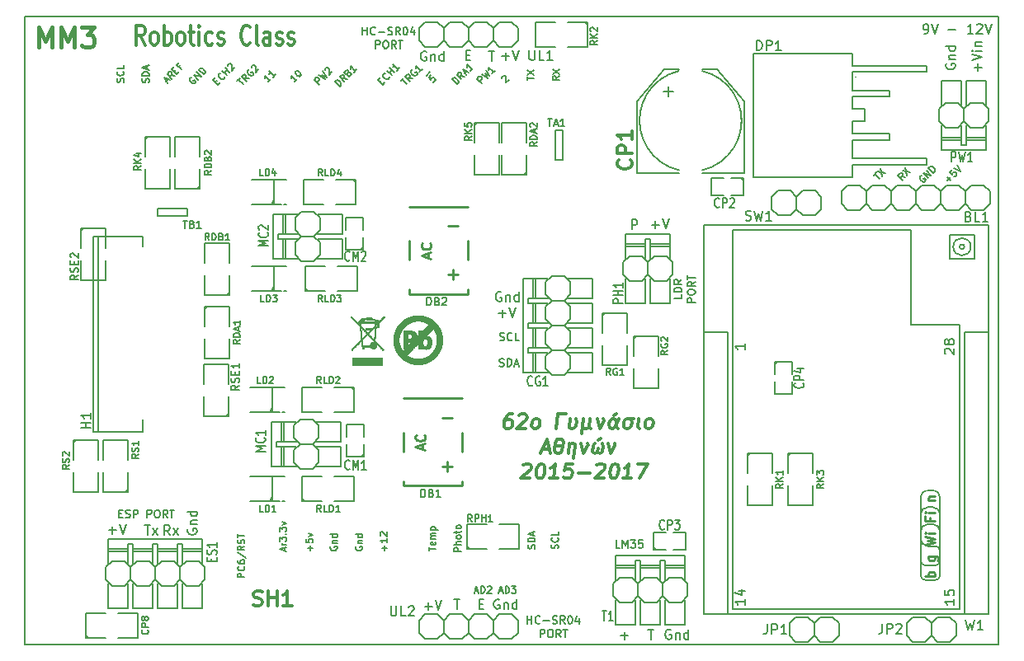
<source format=gto>
G04 #@! TF.GenerationSoftware,KiCad,Pcbnew,(2017-01-15 revision 8ac4790)-master*
G04 #@! TF.CreationDate,2017-01-26T15:31:56+02:00*
G04 #@! TF.ProjectId,MM3,4D4D332E6B696361645F706362000000,rev?*
G04 #@! TF.FileFunction,Legend,Top*
G04 #@! TF.FilePolarity,Positive*
%FSLAX46Y46*%
G04 Gerber Fmt 4.6, Leading zero omitted, Abs format (unit mm)*
G04 Created by KiCad (PCBNEW (2017-01-15 revision 8ac4790)-master) date Thu Jan 26 15:31:56 2017*
%MOMM*%
%LPD*%
G01*
G04 APERTURE LIST*
%ADD10C,0.100000*%
%ADD11C,0.150000*%
%ADD12C,0.200000*%
%ADD13C,0.400000*%
%ADD14C,0.375000*%
%ADD15C,0.300000*%
%ADD16C,0.002540*%
%ADD17C,0.170000*%
%ADD18C,0.200660*%
%ADD19C,0.127000*%
%ADD20C,0.254000*%
%ADD21C,0.304800*%
%ADD22C,0.220000*%
%ADD23C,0.190500*%
%ADD24C,0.250000*%
G04 APERTURE END LIST*
D10*
D11*
X82101818Y40593934D02*
X82384661Y40876777D01*
X82738214Y40240381D02*
X82243240Y40735356D01*
X82502512Y40994628D02*
X83327470Y40829637D01*
X82832495Y41324611D02*
X82997487Y40499654D01*
X85391421Y40393588D02*
X84990727Y40464298D01*
X85108578Y40110745D02*
X84613603Y40605720D01*
X84802165Y40794281D01*
X84872876Y40817852D01*
X84920016Y40817852D01*
X84990727Y40794281D01*
X85061438Y40723571D01*
X85085008Y40652860D01*
X85085008Y40605720D01*
X85061438Y40535009D01*
X84872876Y40346447D01*
X85061438Y41053554D02*
X85886396Y40888562D01*
X85391421Y41383537D02*
X85556412Y40558579D01*
X87025389Y40570364D02*
X86954678Y40546794D01*
X86883967Y40476083D01*
X86836827Y40381802D01*
X86836827Y40287522D01*
X86860397Y40216811D01*
X86931108Y40098960D01*
X87001818Y40028249D01*
X87119669Y39957538D01*
X87190380Y39933968D01*
X87284661Y39933968D01*
X87378942Y39981109D01*
X87426082Y40028249D01*
X87473223Y40122530D01*
X87473223Y40169670D01*
X87308231Y40334662D01*
X87213950Y40240381D01*
X87732495Y40334662D02*
X87237521Y40829637D01*
X88015338Y40617505D01*
X87520363Y41112479D01*
X88251040Y40853207D02*
X87756066Y41348182D01*
X87873917Y41466033D01*
X87968198Y41513173D01*
X88062478Y41513173D01*
X88133189Y41489603D01*
X88251040Y41418892D01*
X88321751Y41348182D01*
X88392462Y41230331D01*
X88416032Y41159620D01*
X88416032Y41065339D01*
X88368891Y40971058D01*
X88251040Y40853207D01*
X89648959Y40028249D02*
X90026082Y40405373D01*
X90026082Y40028249D02*
X89648959Y40405373D01*
X90191074Y41183190D02*
X89955372Y40947488D01*
X90167504Y40688215D01*
X90167504Y40735356D01*
X90191074Y40806067D01*
X90308925Y40923918D01*
X90379636Y40947488D01*
X90426776Y40947488D01*
X90497487Y40923918D01*
X90615338Y40806067D01*
X90638908Y40735356D01*
X90638908Y40688215D01*
X90615338Y40617505D01*
X90497487Y40499654D01*
X90426776Y40476083D01*
X90379636Y40476083D01*
X90356066Y41348182D02*
X91016032Y41018199D01*
X90686049Y41678165D01*
D12*
X29683333Y55038096D02*
X29683333Y55838096D01*
X29683333Y55457143D02*
X30140476Y55457143D01*
X30140476Y55038096D02*
X30140476Y55838096D01*
X30978571Y55114286D02*
X30940476Y55076191D01*
X30826190Y55038096D01*
X30750000Y55038096D01*
X30635714Y55076191D01*
X30559523Y55152381D01*
X30521428Y55228572D01*
X30483333Y55380953D01*
X30483333Y55495239D01*
X30521428Y55647620D01*
X30559523Y55723810D01*
X30635714Y55800000D01*
X30750000Y55838096D01*
X30826190Y55838096D01*
X30940476Y55800000D01*
X30978571Y55761905D01*
X31321428Y55342858D02*
X31930952Y55342858D01*
X32273809Y55076191D02*
X32388095Y55038096D01*
X32578571Y55038096D01*
X32654761Y55076191D01*
X32692857Y55114286D01*
X32730952Y55190477D01*
X32730952Y55266667D01*
X32692857Y55342858D01*
X32654761Y55380953D01*
X32578571Y55419048D01*
X32426190Y55457143D01*
X32350000Y55495239D01*
X32311904Y55533334D01*
X32273809Y55609524D01*
X32273809Y55685715D01*
X32311904Y55761905D01*
X32350000Y55800000D01*
X32426190Y55838096D01*
X32616666Y55838096D01*
X32730952Y55800000D01*
X33530952Y55038096D02*
X33264285Y55419048D01*
X33073809Y55038096D02*
X33073809Y55838096D01*
X33378571Y55838096D01*
X33454761Y55800000D01*
X33492857Y55761905D01*
X33530952Y55685715D01*
X33530952Y55571429D01*
X33492857Y55495239D01*
X33454761Y55457143D01*
X33378571Y55419048D01*
X33073809Y55419048D01*
X34026190Y55838096D02*
X34102380Y55838096D01*
X34178571Y55800000D01*
X34216666Y55761905D01*
X34254761Y55685715D01*
X34292857Y55533334D01*
X34292857Y55342858D01*
X34254761Y55190477D01*
X34216666Y55114286D01*
X34178571Y55076191D01*
X34102380Y55038096D01*
X34026190Y55038096D01*
X33950000Y55076191D01*
X33911904Y55114286D01*
X33873809Y55190477D01*
X33835714Y55342858D01*
X33835714Y55533334D01*
X33873809Y55685715D01*
X33911904Y55761905D01*
X33950000Y55800000D01*
X34026190Y55838096D01*
X34978571Y55571429D02*
X34978571Y55038096D01*
X34788095Y55876191D02*
X34597619Y55304762D01*
X35092857Y55304762D01*
X31016666Y53638096D02*
X31016666Y54438096D01*
X31321428Y54438096D01*
X31397619Y54400000D01*
X31435714Y54361905D01*
X31473809Y54285715D01*
X31473809Y54171429D01*
X31435714Y54095239D01*
X31397619Y54057143D01*
X31321428Y54019048D01*
X31016666Y54019048D01*
X31969047Y54438096D02*
X32121428Y54438096D01*
X32197619Y54400000D01*
X32273809Y54323810D01*
X32311904Y54171429D01*
X32311904Y53904762D01*
X32273809Y53752381D01*
X32197619Y53676191D01*
X32121428Y53638096D01*
X31969047Y53638096D01*
X31892857Y53676191D01*
X31816666Y53752381D01*
X31778571Y53904762D01*
X31778571Y54171429D01*
X31816666Y54323810D01*
X31892857Y54400000D01*
X31969047Y54438096D01*
X33111904Y53638096D02*
X32845238Y54019048D01*
X32654761Y53638096D02*
X32654761Y54438096D01*
X32959523Y54438096D01*
X33035714Y54400000D01*
X33073809Y54361905D01*
X33111904Y54285715D01*
X33111904Y54171429D01*
X33073809Y54095239D01*
X33035714Y54057143D01*
X32959523Y54019048D01*
X32654761Y54019048D01*
X33340476Y54438096D02*
X33797619Y54438096D01*
X33569047Y53638096D02*
X33569047Y54438096D01*
X46583333Y-5461904D02*
X46583333Y-4661904D01*
X46583333Y-5042857D02*
X47040476Y-5042857D01*
X47040476Y-5461904D02*
X47040476Y-4661904D01*
X47878571Y-5385714D02*
X47840476Y-5423809D01*
X47726190Y-5461904D01*
X47650000Y-5461904D01*
X47535714Y-5423809D01*
X47459523Y-5347619D01*
X47421428Y-5271428D01*
X47383333Y-5119047D01*
X47383333Y-5004761D01*
X47421428Y-4852380D01*
X47459523Y-4776190D01*
X47535714Y-4700000D01*
X47650000Y-4661904D01*
X47726190Y-4661904D01*
X47840476Y-4700000D01*
X47878571Y-4738095D01*
X48221428Y-5157142D02*
X48830952Y-5157142D01*
X49173809Y-5423809D02*
X49288095Y-5461904D01*
X49478571Y-5461904D01*
X49554761Y-5423809D01*
X49592857Y-5385714D01*
X49630952Y-5309523D01*
X49630952Y-5233333D01*
X49592857Y-5157142D01*
X49554761Y-5119047D01*
X49478571Y-5080952D01*
X49326190Y-5042857D01*
X49250000Y-5004761D01*
X49211904Y-4966666D01*
X49173809Y-4890476D01*
X49173809Y-4814285D01*
X49211904Y-4738095D01*
X49250000Y-4700000D01*
X49326190Y-4661904D01*
X49516666Y-4661904D01*
X49630952Y-4700000D01*
X50430952Y-5461904D02*
X50164285Y-5080952D01*
X49973809Y-5461904D02*
X49973809Y-4661904D01*
X50278571Y-4661904D01*
X50354761Y-4700000D01*
X50392857Y-4738095D01*
X50430952Y-4814285D01*
X50430952Y-4928571D01*
X50392857Y-5004761D01*
X50354761Y-5042857D01*
X50278571Y-5080952D01*
X49973809Y-5080952D01*
X50926190Y-4661904D02*
X51002380Y-4661904D01*
X51078571Y-4700000D01*
X51116666Y-4738095D01*
X51154761Y-4814285D01*
X51192857Y-4966666D01*
X51192857Y-5157142D01*
X51154761Y-5309523D01*
X51116666Y-5385714D01*
X51078571Y-5423809D01*
X51002380Y-5461904D01*
X50926190Y-5461904D01*
X50850000Y-5423809D01*
X50811904Y-5385714D01*
X50773809Y-5309523D01*
X50735714Y-5157142D01*
X50735714Y-4966666D01*
X50773809Y-4814285D01*
X50811904Y-4738095D01*
X50850000Y-4700000D01*
X50926190Y-4661904D01*
X51878571Y-4928571D02*
X51878571Y-5461904D01*
X51688095Y-4623809D02*
X51497619Y-5195238D01*
X51992857Y-5195238D01*
X47916666Y-6861904D02*
X47916666Y-6061904D01*
X48221428Y-6061904D01*
X48297619Y-6100000D01*
X48335714Y-6138095D01*
X48373809Y-6214285D01*
X48373809Y-6328571D01*
X48335714Y-6404761D01*
X48297619Y-6442857D01*
X48221428Y-6480952D01*
X47916666Y-6480952D01*
X48869047Y-6061904D02*
X49021428Y-6061904D01*
X49097619Y-6100000D01*
X49173809Y-6176190D01*
X49211904Y-6328571D01*
X49211904Y-6595238D01*
X49173809Y-6747619D01*
X49097619Y-6823809D01*
X49021428Y-6861904D01*
X48869047Y-6861904D01*
X48792857Y-6823809D01*
X48716666Y-6747619D01*
X48678571Y-6595238D01*
X48678571Y-6328571D01*
X48716666Y-6176190D01*
X48792857Y-6100000D01*
X48869047Y-6061904D01*
X50011904Y-6861904D02*
X49745238Y-6480952D01*
X49554761Y-6861904D02*
X49554761Y-6061904D01*
X49859523Y-6061904D01*
X49935714Y-6100000D01*
X49973809Y-6138095D01*
X50011904Y-6214285D01*
X50011904Y-6328571D01*
X49973809Y-6404761D01*
X49935714Y-6442857D01*
X49859523Y-6480952D01*
X49554761Y-6480952D01*
X50240476Y-6061904D02*
X50697619Y-6061904D01*
X50469047Y-6861904D02*
X50469047Y-6061904D01*
X62411904Y28347620D02*
X62411904Y27966667D01*
X61611904Y27966667D01*
X62411904Y28614286D02*
X61611904Y28614286D01*
X61611904Y28804762D01*
X61650000Y28919048D01*
X61726190Y28995239D01*
X61802380Y29033334D01*
X61954761Y29071429D01*
X62069047Y29071429D01*
X62221428Y29033334D01*
X62297619Y28995239D01*
X62373809Y28919048D01*
X62411904Y28804762D01*
X62411904Y28614286D01*
X62411904Y29871429D02*
X62030952Y29604762D01*
X62411904Y29414286D02*
X61611904Y29414286D01*
X61611904Y29719048D01*
X61650000Y29795239D01*
X61688095Y29833334D01*
X61764285Y29871429D01*
X61878571Y29871429D01*
X61954761Y29833334D01*
X61992857Y29795239D01*
X62030952Y29719048D01*
X62030952Y29414286D01*
X63811904Y27566667D02*
X63011904Y27566667D01*
X63011904Y27871429D01*
X63050000Y27947620D01*
X63088095Y27985715D01*
X63164285Y28023810D01*
X63278571Y28023810D01*
X63354761Y27985715D01*
X63392857Y27947620D01*
X63430952Y27871429D01*
X63430952Y27566667D01*
X63011904Y28519048D02*
X63011904Y28671429D01*
X63050000Y28747620D01*
X63126190Y28823810D01*
X63278571Y28861905D01*
X63545238Y28861905D01*
X63697619Y28823810D01*
X63773809Y28747620D01*
X63811904Y28671429D01*
X63811904Y28519048D01*
X63773809Y28442858D01*
X63697619Y28366667D01*
X63545238Y28328572D01*
X63278571Y28328572D01*
X63126190Y28366667D01*
X63050000Y28442858D01*
X63011904Y28519048D01*
X63811904Y29661905D02*
X63430952Y29395239D01*
X63811904Y29204762D02*
X63011904Y29204762D01*
X63011904Y29509524D01*
X63050000Y29585715D01*
X63088095Y29623810D01*
X63164285Y29661905D01*
X63278571Y29661905D01*
X63354761Y29623810D01*
X63392857Y29585715D01*
X63430952Y29509524D01*
X63430952Y29204762D01*
X63011904Y29890477D02*
X63011904Y30347620D01*
X63811904Y30119048D02*
X63011904Y30119048D01*
X56078571Y2338096D02*
X55697619Y2338096D01*
X55697619Y3138096D01*
X56345238Y2338096D02*
X56345238Y3138096D01*
X56611904Y2566667D01*
X56878571Y3138096D01*
X56878571Y2338096D01*
X57183333Y3138096D02*
X57678571Y3138096D01*
X57411904Y2833334D01*
X57526190Y2833334D01*
X57602380Y2795239D01*
X57640476Y2757143D01*
X57678571Y2680953D01*
X57678571Y2490477D01*
X57640476Y2414286D01*
X57602380Y2376191D01*
X57526190Y2338096D01*
X57297619Y2338096D01*
X57221428Y2376191D01*
X57183333Y2414286D01*
X58402380Y3138096D02*
X58021428Y3138096D01*
X57983333Y2757143D01*
X58021428Y2795239D01*
X58097619Y2833334D01*
X58288095Y2833334D01*
X58364285Y2795239D01*
X58402380Y2757143D01*
X58440476Y2680953D01*
X58440476Y2490477D01*
X58402380Y2414286D01*
X58364285Y2376191D01*
X58288095Y2338096D01*
X58097619Y2338096D01*
X58021428Y2376191D01*
X57983333Y2414286D01*
X4669047Y5857143D02*
X4935714Y5857143D01*
X5050000Y5438096D02*
X4669047Y5438096D01*
X4669047Y6238096D01*
X5050000Y6238096D01*
X5354761Y5476191D02*
X5469047Y5438096D01*
X5659523Y5438096D01*
X5735714Y5476191D01*
X5773809Y5514286D01*
X5811904Y5590477D01*
X5811904Y5666667D01*
X5773809Y5742858D01*
X5735714Y5780953D01*
X5659523Y5819048D01*
X5507142Y5857143D01*
X5430952Y5895239D01*
X5392857Y5933334D01*
X5354761Y6009524D01*
X5354761Y6085715D01*
X5392857Y6161905D01*
X5430952Y6200000D01*
X5507142Y6238096D01*
X5697619Y6238096D01*
X5811904Y6200000D01*
X6154761Y5438096D02*
X6154761Y6238096D01*
X6459523Y6238096D01*
X6535714Y6200000D01*
X6573809Y6161905D01*
X6611904Y6085715D01*
X6611904Y5971429D01*
X6573809Y5895239D01*
X6535714Y5857143D01*
X6459523Y5819048D01*
X6154761Y5819048D01*
X7564285Y5438096D02*
X7564285Y6238096D01*
X7869047Y6238096D01*
X7945238Y6200000D01*
X7983333Y6161905D01*
X8021428Y6085715D01*
X8021428Y5971429D01*
X7983333Y5895239D01*
X7945238Y5857143D01*
X7869047Y5819048D01*
X7564285Y5819048D01*
X8516666Y6238096D02*
X8669047Y6238096D01*
X8745238Y6200000D01*
X8821428Y6123810D01*
X8859523Y5971429D01*
X8859523Y5704762D01*
X8821428Y5552381D01*
X8745238Y5476191D01*
X8669047Y5438096D01*
X8516666Y5438096D01*
X8440476Y5476191D01*
X8364285Y5552381D01*
X8326190Y5704762D01*
X8326190Y5971429D01*
X8364285Y6123810D01*
X8440476Y6200000D01*
X8516666Y6238096D01*
X9659523Y5438096D02*
X9392857Y5819048D01*
X9202380Y5438096D02*
X9202380Y6238096D01*
X9507142Y6238096D01*
X9583333Y6200000D01*
X9621428Y6161905D01*
X9659523Y6085715D01*
X9659523Y5971429D01*
X9621428Y5895239D01*
X9583333Y5857143D01*
X9507142Y5819048D01*
X9202380Y5819048D01*
X9888095Y6238096D02*
X10345238Y6238096D01*
X10116666Y5438096D02*
X10116666Y6238096D01*
D11*
X5133333Y50166667D02*
X5166666Y50266667D01*
X5166666Y50433334D01*
X5133333Y50500000D01*
X5100000Y50533334D01*
X5033333Y50566667D01*
X4966666Y50566667D01*
X4900000Y50533334D01*
X4866666Y50500000D01*
X4833333Y50433334D01*
X4800000Y50300000D01*
X4766666Y50233334D01*
X4733333Y50200000D01*
X4666666Y50166667D01*
X4600000Y50166667D01*
X4533333Y50200000D01*
X4500000Y50233334D01*
X4466666Y50300000D01*
X4466666Y50466667D01*
X4500000Y50566667D01*
X5100000Y51266667D02*
X5133333Y51233334D01*
X5166666Y51133334D01*
X5166666Y51066667D01*
X5133333Y50966667D01*
X5066666Y50900000D01*
X5000000Y50866667D01*
X4866666Y50833334D01*
X4766666Y50833334D01*
X4633333Y50866667D01*
X4566666Y50900000D01*
X4500000Y50966667D01*
X4466666Y51066667D01*
X4466666Y51133334D01*
X4500000Y51233334D01*
X4533333Y51266667D01*
X5166666Y51900000D02*
X5166666Y51566667D01*
X4466666Y51566667D01*
X7733333Y50150000D02*
X7766666Y50250000D01*
X7766666Y50416667D01*
X7733333Y50483334D01*
X7700000Y50516667D01*
X7633333Y50550000D01*
X7566666Y50550000D01*
X7500000Y50516667D01*
X7466666Y50483334D01*
X7433333Y50416667D01*
X7400000Y50283334D01*
X7366666Y50216667D01*
X7333333Y50183334D01*
X7266666Y50150000D01*
X7200000Y50150000D01*
X7133333Y50183334D01*
X7100000Y50216667D01*
X7066666Y50283334D01*
X7066666Y50450000D01*
X7100000Y50550000D01*
X7766666Y50850000D02*
X7066666Y50850000D01*
X7066666Y51016667D01*
X7100000Y51116667D01*
X7166666Y51183334D01*
X7233333Y51216667D01*
X7366666Y51250000D01*
X7466666Y51250000D01*
X7600000Y51216667D01*
X7666666Y51183334D01*
X7733333Y51116667D01*
X7766666Y51016667D01*
X7766666Y50850000D01*
X7566666Y51516667D02*
X7566666Y51850000D01*
X7766666Y51450000D02*
X7066666Y51683334D01*
X7766666Y51916667D01*
X9531108Y50216117D02*
X9766810Y50451819D01*
X9625389Y50027555D02*
X9295405Y50687522D01*
X9955372Y50357538D01*
X10403206Y50805373D02*
X10002512Y50876083D01*
X10120363Y50522530D02*
X9625389Y51017505D01*
X9813950Y51206067D01*
X9884661Y51229637D01*
X9931801Y51229637D01*
X10002512Y51206067D01*
X10073223Y51135356D01*
X10096793Y51064645D01*
X10096793Y51017505D01*
X10073223Y50946794D01*
X9884661Y50758232D01*
X10356066Y51276777D02*
X10521057Y51441769D01*
X10851040Y51253207D02*
X10615338Y51017505D01*
X10120363Y51512479D01*
X10356066Y51748182D01*
X10968891Y51889603D02*
X10803900Y51724611D01*
X11063172Y51465339D02*
X10568198Y51960314D01*
X10803900Y52196016D01*
X12125389Y50670364D02*
X12054678Y50646794D01*
X11983967Y50576083D01*
X11936827Y50481802D01*
X11936827Y50387522D01*
X11960397Y50316811D01*
X12031108Y50198960D01*
X12101818Y50128249D01*
X12219669Y50057538D01*
X12290380Y50033968D01*
X12384661Y50033968D01*
X12478942Y50081109D01*
X12526082Y50128249D01*
X12573223Y50222530D01*
X12573223Y50269670D01*
X12408231Y50434662D01*
X12313950Y50340381D01*
X12832495Y50434662D02*
X12337521Y50929637D01*
X13115338Y50717505D01*
X12620363Y51212479D01*
X13351040Y50953207D02*
X12856066Y51448182D01*
X12973917Y51566033D01*
X13068198Y51613173D01*
X13162478Y51613173D01*
X13233189Y51589603D01*
X13351040Y51518892D01*
X13421751Y51448182D01*
X13492462Y51330331D01*
X13516032Y51259620D01*
X13516032Y51165339D01*
X13468891Y51071058D01*
X13351040Y50953207D01*
X14566116Y50186828D02*
X14731108Y50351819D01*
X15061091Y50163257D02*
X14825389Y49927555D01*
X14330414Y50422530D01*
X14566116Y50658232D01*
X15508925Y50705373D02*
X15508925Y50658232D01*
X15461785Y50563951D01*
X15414644Y50516811D01*
X15320363Y50469670D01*
X15226082Y50469670D01*
X15155372Y50493241D01*
X15037521Y50563951D01*
X14966810Y50634662D01*
X14896099Y50752513D01*
X14872529Y50823224D01*
X14872529Y50917505D01*
X14919669Y51011786D01*
X14966810Y51058926D01*
X15061091Y51106067D01*
X15108231Y51106067D01*
X15768198Y50870364D02*
X15273223Y51365339D01*
X15508925Y51129637D02*
X15791768Y51412479D01*
X16051040Y51153207D02*
X15556066Y51648182D01*
X15815338Y51813173D02*
X15815338Y51860314D01*
X15838908Y51931024D01*
X15956759Y52048876D01*
X16027470Y52072446D01*
X16074610Y52072446D01*
X16145321Y52048876D01*
X16192462Y52001735D01*
X16239602Y51907454D01*
X16239602Y51341769D01*
X16546015Y51648182D01*
X16806844Y50298960D02*
X17089686Y50581802D01*
X17443240Y49945406D02*
X16948265Y50440381D01*
X18032495Y50534662D02*
X17631801Y50605373D01*
X17749653Y50251819D02*
X17254678Y50746794D01*
X17443240Y50935356D01*
X17513950Y50958926D01*
X17561091Y50958926D01*
X17631801Y50935356D01*
X17702512Y50864645D01*
X17726082Y50793934D01*
X17726082Y50746794D01*
X17702512Y50676083D01*
X17513950Y50487522D01*
X18032495Y51477471D02*
X17961785Y51453901D01*
X17891074Y51383190D01*
X17843933Y51288909D01*
X17843933Y51194628D01*
X17867504Y51123918D01*
X17938214Y51006067D01*
X18008925Y50935356D01*
X18126776Y50864645D01*
X18197487Y50841075D01*
X18291768Y50841075D01*
X18386049Y50888215D01*
X18433189Y50935356D01*
X18480330Y51029637D01*
X18480330Y51076777D01*
X18315338Y51241769D01*
X18221057Y51147488D01*
X18268198Y51666033D02*
X18268198Y51713173D01*
X18291768Y51783884D01*
X18409619Y51901735D01*
X18480330Y51925305D01*
X18527470Y51925305D01*
X18598181Y51901735D01*
X18645321Y51854595D01*
X18692462Y51760314D01*
X18692462Y51194628D01*
X18998875Y51501041D01*
X20279636Y50481802D02*
X19996793Y50198960D01*
X20138214Y50340381D02*
X19643240Y50835356D01*
X19666810Y50717505D01*
X19666810Y50623224D01*
X19643240Y50552513D01*
X20751040Y50953207D02*
X20468198Y50670364D01*
X20609619Y50811786D02*
X20114644Y51306760D01*
X20138214Y51188909D01*
X20138214Y51094628D01*
X20114644Y51023918D01*
X22979636Y50481802D02*
X22696793Y50198960D01*
X22838214Y50340381D02*
X22343240Y50835356D01*
X22366810Y50717505D01*
X22366810Y50623224D01*
X22343240Y50552513D01*
X22791074Y51283190D02*
X22838214Y51330331D01*
X22908925Y51353901D01*
X22956066Y51353901D01*
X23026776Y51330331D01*
X23144627Y51259620D01*
X23262478Y51141769D01*
X23333189Y51023918D01*
X23356759Y50953207D01*
X23356759Y50906067D01*
X23333189Y50835356D01*
X23286049Y50788215D01*
X23215338Y50764645D01*
X23168198Y50764645D01*
X23097487Y50788215D01*
X22979636Y50858926D01*
X22861785Y50976777D01*
X22791074Y51094628D01*
X22767504Y51165339D01*
X22767504Y51212479D01*
X22791074Y51283190D01*
X25225735Y49927902D02*
X24730761Y50422877D01*
X24919322Y50611439D01*
X24990033Y50635009D01*
X25037174Y50635009D01*
X25107884Y50611439D01*
X25178595Y50540728D01*
X25202165Y50470017D01*
X25202165Y50422877D01*
X25178595Y50352166D01*
X24990033Y50163604D01*
X25178595Y50870711D02*
X25791421Y50493588D01*
X25532148Y50941422D01*
X25979983Y50682149D01*
X25602859Y51294975D01*
X25814991Y51412826D02*
X25814991Y51459967D01*
X25838561Y51530678D01*
X25956412Y51648529D01*
X26027123Y51672099D01*
X26074264Y51672099D01*
X26144974Y51648529D01*
X26192115Y51601388D01*
X26239255Y51507107D01*
X26239255Y50941422D01*
X26545668Y51247835D01*
X27313603Y49715770D02*
X26818629Y50210745D01*
X26936480Y50328596D01*
X27030761Y50375736D01*
X27125042Y50375736D01*
X27195752Y50352166D01*
X27313603Y50281456D01*
X27384314Y50210745D01*
X27455025Y50092894D01*
X27478595Y50022183D01*
X27478595Y49927902D01*
X27431455Y49833621D01*
X27313603Y49715770D01*
X28091421Y50493588D02*
X27690727Y50564298D01*
X27808578Y50210745D02*
X27313603Y50705720D01*
X27502165Y50894281D01*
X27572876Y50917852D01*
X27620016Y50917852D01*
X27690727Y50894281D01*
X27761438Y50823571D01*
X27785008Y50752860D01*
X27785008Y50705720D01*
X27761438Y50635009D01*
X27572876Y50446447D01*
X28209272Y51129984D02*
X28303553Y51177124D01*
X28350693Y51177124D01*
X28421404Y51153554D01*
X28492115Y51082843D01*
X28515685Y51012133D01*
X28515685Y50964992D01*
X28492115Y50894281D01*
X28303553Y50705720D01*
X27808578Y51200694D01*
X27973570Y51365686D01*
X28044280Y51389256D01*
X28091421Y51389256D01*
X28162132Y51365686D01*
X28209272Y51318545D01*
X28232842Y51247835D01*
X28232842Y51200694D01*
X28209272Y51129984D01*
X28044280Y50964992D01*
X29057800Y51459967D02*
X28774957Y51177124D01*
X28916379Y51318545D02*
X28421404Y51813520D01*
X28444974Y51695669D01*
X28444974Y51601388D01*
X28421404Y51530678D01*
X31466116Y50186828D02*
X31631108Y50351819D01*
X31961091Y50163257D02*
X31725389Y49927555D01*
X31230414Y50422530D01*
X31466116Y50658232D01*
X32408925Y50705373D02*
X32408925Y50658232D01*
X32361785Y50563951D01*
X32314644Y50516811D01*
X32220363Y50469670D01*
X32126082Y50469670D01*
X32055372Y50493241D01*
X31937521Y50563951D01*
X31866810Y50634662D01*
X31796099Y50752513D01*
X31772529Y50823224D01*
X31772529Y50917505D01*
X31819669Y51011786D01*
X31866810Y51058926D01*
X31961091Y51106067D01*
X32008231Y51106067D01*
X32668198Y50870364D02*
X32173223Y51365339D01*
X32408925Y51129637D02*
X32691768Y51412479D01*
X32951040Y51153207D02*
X32456066Y51648182D01*
X33446015Y51648182D02*
X33163172Y51365339D01*
X33304594Y51506760D02*
X32809619Y52001735D01*
X32833189Y51883884D01*
X32833189Y51789603D01*
X32809619Y51718892D01*
X33606844Y50298960D02*
X33889686Y50581802D01*
X34243240Y49945406D02*
X33748265Y50440381D01*
X34832495Y50534662D02*
X34431801Y50605373D01*
X34549653Y50251819D02*
X34054678Y50746794D01*
X34243240Y50935356D01*
X34313950Y50958926D01*
X34361091Y50958926D01*
X34431801Y50935356D01*
X34502512Y50864645D01*
X34526082Y50793934D01*
X34526082Y50746794D01*
X34502512Y50676083D01*
X34313950Y50487522D01*
X34832495Y51477471D02*
X34761785Y51453901D01*
X34691074Y51383190D01*
X34643933Y51288909D01*
X34643933Y51194628D01*
X34667504Y51123918D01*
X34738214Y51006067D01*
X34808925Y50935356D01*
X34926776Y50864645D01*
X34997487Y50841075D01*
X35091768Y50841075D01*
X35186049Y50888215D01*
X35233189Y50935356D01*
X35280330Y51029637D01*
X35280330Y51076777D01*
X35115338Y51241769D01*
X35021057Y51147488D01*
X35798875Y51501041D02*
X35516032Y51218199D01*
X35657453Y51359620D02*
X35162478Y51854595D01*
X35186049Y51736744D01*
X35186049Y51642463D01*
X35162478Y51571752D01*
X36212749Y50851285D02*
X36591434Y51229970D01*
X36696793Y50888909D02*
X36461091Y50653207D01*
X36673223Y50393934D01*
X36673223Y50441075D01*
X36696793Y50511786D01*
X36814644Y50629637D01*
X36885355Y50653207D01*
X36932495Y50653207D01*
X37003206Y50629637D01*
X37121057Y50511786D01*
X37144627Y50441075D01*
X37144627Y50393934D01*
X37121057Y50323224D01*
X37003206Y50205373D01*
X36932495Y50181802D01*
X36885355Y50181802D01*
X39348959Y49951125D02*
X38853984Y50446100D01*
X38971835Y50563951D01*
X39066116Y50611092D01*
X39160397Y50611092D01*
X39231108Y50587522D01*
X39348959Y50516811D01*
X39419669Y50446100D01*
X39490380Y50328249D01*
X39513950Y50257538D01*
X39513950Y50163257D01*
X39466810Y50068977D01*
X39348959Y49951125D01*
X40126776Y50728943D02*
X39726082Y50799654D01*
X39843933Y50446100D02*
X39348959Y50941075D01*
X39537521Y51129637D01*
X39608231Y51153207D01*
X39655372Y51153207D01*
X39726082Y51129637D01*
X39796793Y51058926D01*
X39820363Y50988215D01*
X39820363Y50941075D01*
X39796793Y50870364D01*
X39608231Y50681802D01*
X40173917Y51058926D02*
X40409619Y51294628D01*
X40268198Y50870364D02*
X39938214Y51530331D01*
X40598181Y51200347D01*
X41022445Y51624611D02*
X40739602Y51341769D01*
X40881023Y51483190D02*
X40386049Y51978165D01*
X40409619Y51860314D01*
X40409619Y51766033D01*
X40386049Y51695322D01*
X41925735Y50027902D02*
X41430761Y50522877D01*
X41619322Y50711439D01*
X41690033Y50735009D01*
X41737174Y50735009D01*
X41807884Y50711439D01*
X41878595Y50640728D01*
X41902165Y50570017D01*
X41902165Y50522877D01*
X41878595Y50452166D01*
X41690033Y50263604D01*
X41878595Y50970711D02*
X42491421Y50593588D01*
X42232148Y51041422D01*
X42679983Y50782149D01*
X42302859Y51394975D01*
X43245668Y51347835D02*
X42962825Y51064992D01*
X43104247Y51206413D02*
X42609272Y51701388D01*
X42632842Y51583537D01*
X42632842Y51489256D01*
X42609272Y51418545D01*
X43984661Y50582496D02*
X43984661Y50629637D01*
X44008231Y50700347D01*
X44126082Y50818199D01*
X44196793Y50841769D01*
X44243933Y50841769D01*
X44314644Y50818199D01*
X44361785Y50771058D01*
X44408925Y50676777D01*
X44408925Y50111092D01*
X44715338Y50417505D01*
X46566666Y50366667D02*
X46566666Y50766667D01*
X47266666Y50566667D02*
X46566666Y50566667D01*
X46566666Y50933334D02*
X47266666Y51400000D01*
X46566666Y51400000D02*
X47266666Y50933334D01*
X49866666Y50783334D02*
X49533333Y50550000D01*
X49866666Y50383334D02*
X49166666Y50383334D01*
X49166666Y50650000D01*
X49200000Y50716667D01*
X49233333Y50750000D01*
X49300000Y50783334D01*
X49400000Y50783334D01*
X49466666Y50750000D01*
X49500000Y50716667D01*
X49533333Y50650000D01*
X49533333Y50383334D01*
X49166666Y51016667D02*
X49866666Y51483334D01*
X49166666Y51483334D02*
X49866666Y51016667D01*
X43700000Y-2116666D02*
X44033333Y-2116666D01*
X43633333Y-2316666D02*
X43866666Y-1616666D01*
X44100000Y-2316666D01*
X44333333Y-2316666D02*
X44333333Y-1616666D01*
X44500000Y-1616666D01*
X44600000Y-1650000D01*
X44666666Y-1716666D01*
X44700000Y-1783333D01*
X44733333Y-1916666D01*
X44733333Y-2016666D01*
X44700000Y-2150000D01*
X44666666Y-2216666D01*
X44600000Y-2283333D01*
X44500000Y-2316666D01*
X44333333Y-2316666D01*
X44966666Y-1616666D02*
X45400000Y-1616666D01*
X45166666Y-1883333D01*
X45266666Y-1883333D01*
X45333333Y-1916666D01*
X45366666Y-1950000D01*
X45400000Y-2016666D01*
X45400000Y-2183333D01*
X45366666Y-2250000D01*
X45333333Y-2283333D01*
X45266666Y-2316666D01*
X45066666Y-2316666D01*
X45000000Y-2283333D01*
X44966666Y-2250000D01*
X41200000Y-2116666D02*
X41533333Y-2116666D01*
X41133333Y-2316666D02*
X41366666Y-1616666D01*
X41600000Y-2316666D01*
X41833333Y-2316666D02*
X41833333Y-1616666D01*
X42000000Y-1616666D01*
X42100000Y-1650000D01*
X42166666Y-1716666D01*
X42200000Y-1783333D01*
X42233333Y-1916666D01*
X42233333Y-2016666D01*
X42200000Y-2150000D01*
X42166666Y-2216666D01*
X42100000Y-2283333D01*
X42000000Y-2316666D01*
X41833333Y-2316666D01*
X42500000Y-1683333D02*
X42533333Y-1650000D01*
X42600000Y-1616666D01*
X42766666Y-1616666D01*
X42833333Y-1650000D01*
X42866666Y-1683333D01*
X42900000Y-1750000D01*
X42900000Y-1816666D01*
X42866666Y-1916666D01*
X42466666Y-2316666D01*
X42900000Y-2316666D01*
X49733333Y2266667D02*
X49766666Y2366667D01*
X49766666Y2533334D01*
X49733333Y2600000D01*
X49700000Y2633334D01*
X49633333Y2666667D01*
X49566666Y2666667D01*
X49500000Y2633334D01*
X49466666Y2600000D01*
X49433333Y2533334D01*
X49400000Y2400000D01*
X49366666Y2333334D01*
X49333333Y2300000D01*
X49266666Y2266667D01*
X49200000Y2266667D01*
X49133333Y2300000D01*
X49100000Y2333334D01*
X49066666Y2400000D01*
X49066666Y2566667D01*
X49100000Y2666667D01*
X49700000Y3366667D02*
X49733333Y3333334D01*
X49766666Y3233334D01*
X49766666Y3166667D01*
X49733333Y3066667D01*
X49666666Y3000000D01*
X49600000Y2966667D01*
X49466666Y2933334D01*
X49366666Y2933334D01*
X49233333Y2966667D01*
X49166666Y3000000D01*
X49100000Y3066667D01*
X49066666Y3166667D01*
X49066666Y3233334D01*
X49100000Y3333334D01*
X49133333Y3366667D01*
X49766666Y4000000D02*
X49766666Y3666667D01*
X49066666Y3666667D01*
X47333333Y2250000D02*
X47366666Y2350000D01*
X47366666Y2516667D01*
X47333333Y2583334D01*
X47300000Y2616667D01*
X47233333Y2650000D01*
X47166666Y2650000D01*
X47100000Y2616667D01*
X47066666Y2583334D01*
X47033333Y2516667D01*
X47000000Y2383334D01*
X46966666Y2316667D01*
X46933333Y2283334D01*
X46866666Y2250000D01*
X46800000Y2250000D01*
X46733333Y2283334D01*
X46700000Y2316667D01*
X46666666Y2383334D01*
X46666666Y2550000D01*
X46700000Y2650000D01*
X47366666Y2950000D02*
X46666666Y2950000D01*
X46666666Y3116667D01*
X46700000Y3216667D01*
X46766666Y3283334D01*
X46833333Y3316667D01*
X46966666Y3350000D01*
X47066666Y3350000D01*
X47200000Y3316667D01*
X47266666Y3283334D01*
X47333333Y3216667D01*
X47366666Y3116667D01*
X47366666Y2950000D01*
X47166666Y3616667D02*
X47166666Y3950000D01*
X47366666Y3550000D02*
X46666666Y3783334D01*
X47366666Y4016667D01*
X17566666Y-683333D02*
X16866666Y-683333D01*
X16866666Y-416666D01*
X16900000Y-350000D01*
X16933333Y-316666D01*
X17000000Y-283333D01*
X17100000Y-283333D01*
X17166666Y-316666D01*
X17200000Y-350000D01*
X17233333Y-416666D01*
X17233333Y-683333D01*
X17500000Y416667D02*
X17533333Y383334D01*
X17566666Y283334D01*
X17566666Y216667D01*
X17533333Y116667D01*
X17466666Y50000D01*
X17400000Y16667D01*
X17266666Y-16666D01*
X17166666Y-16666D01*
X17033333Y16667D01*
X16966666Y50000D01*
X16900000Y116667D01*
X16866666Y216667D01*
X16866666Y283334D01*
X16900000Y383334D01*
X16933333Y416667D01*
X16866666Y1016667D02*
X16866666Y883334D01*
X16900000Y816667D01*
X16933333Y783334D01*
X17033333Y716667D01*
X17166666Y683334D01*
X17433333Y683334D01*
X17500000Y716667D01*
X17533333Y750000D01*
X17566666Y816667D01*
X17566666Y950000D01*
X17533333Y1016667D01*
X17500000Y1050000D01*
X17433333Y1083334D01*
X17266666Y1083334D01*
X17200000Y1050000D01*
X17166666Y1016667D01*
X17133333Y950000D01*
X17133333Y816667D01*
X17166666Y750000D01*
X17200000Y716667D01*
X17266666Y683334D01*
X16833333Y1883334D02*
X17733333Y1283334D01*
X17566666Y2516667D02*
X17233333Y2283334D01*
X17566666Y2116667D02*
X16866666Y2116667D01*
X16866666Y2383334D01*
X16900000Y2450000D01*
X16933333Y2483334D01*
X17000000Y2516667D01*
X17100000Y2516667D01*
X17166666Y2483334D01*
X17200000Y2450000D01*
X17233333Y2383334D01*
X17233333Y2116667D01*
X17533333Y2783334D02*
X17566666Y2883334D01*
X17566666Y3050000D01*
X17533333Y3116667D01*
X17500000Y3150000D01*
X17433333Y3183334D01*
X17366666Y3183334D01*
X17300000Y3150000D01*
X17266666Y3116667D01*
X17233333Y3050000D01*
X17200000Y2916667D01*
X17166666Y2850000D01*
X17133333Y2816667D01*
X17066666Y2783334D01*
X17000000Y2783334D01*
X16933333Y2816667D01*
X16900000Y2850000D01*
X16866666Y2916667D01*
X16866666Y3083334D01*
X16900000Y3183334D01*
X16866666Y3383334D02*
X16866666Y3783334D01*
X17566666Y3583334D02*
X16866666Y3583334D01*
X21666666Y2016667D02*
X21666666Y2350000D01*
X21866666Y1950000D02*
X21166666Y2183334D01*
X21866666Y2416667D01*
X21866666Y2650000D02*
X21400000Y2650000D01*
X21533333Y2650000D02*
X21466666Y2683334D01*
X21433333Y2716667D01*
X21400000Y2783334D01*
X21400000Y2850000D01*
X21166666Y3016667D02*
X21166666Y3450000D01*
X21433333Y3216667D01*
X21433333Y3316667D01*
X21466666Y3383334D01*
X21500000Y3416667D01*
X21566666Y3450000D01*
X21733333Y3450000D01*
X21800000Y3416667D01*
X21833333Y3383334D01*
X21866666Y3316667D01*
X21866666Y3116667D01*
X21833333Y3050000D01*
X21800000Y3016667D01*
X21800000Y3750000D02*
X21833333Y3783334D01*
X21866666Y3750000D01*
X21833333Y3716667D01*
X21800000Y3750000D01*
X21866666Y3750000D01*
X21166666Y4016667D02*
X21166666Y4450000D01*
X21433333Y4216667D01*
X21433333Y4316667D01*
X21466666Y4383334D01*
X21500000Y4416667D01*
X21566666Y4450000D01*
X21733333Y4450000D01*
X21800000Y4416667D01*
X21833333Y4383334D01*
X21866666Y4316667D01*
X21866666Y4116667D01*
X21833333Y4050000D01*
X21800000Y4016667D01*
X21400000Y4683334D02*
X21866666Y4850000D01*
X21400000Y5016667D01*
X24300000Y2033334D02*
X24300000Y2566667D01*
X24566666Y2300000D02*
X24033333Y2300000D01*
X23866666Y3233334D02*
X23866666Y2900000D01*
X24200000Y2866667D01*
X24166666Y2900000D01*
X24133333Y2966667D01*
X24133333Y3133334D01*
X24166666Y3200000D01*
X24200000Y3233334D01*
X24266666Y3266667D01*
X24433333Y3266667D01*
X24500000Y3233334D01*
X24533333Y3200000D01*
X24566666Y3133334D01*
X24566666Y2966667D01*
X24533333Y2900000D01*
X24500000Y2866667D01*
X24100000Y3500000D02*
X24566666Y3666667D01*
X24100000Y3833334D01*
X26400000Y2450000D02*
X26366666Y2383334D01*
X26366666Y2283334D01*
X26400000Y2183334D01*
X26466666Y2116667D01*
X26533333Y2083334D01*
X26666666Y2050000D01*
X26766666Y2050000D01*
X26900000Y2083334D01*
X26966666Y2116667D01*
X27033333Y2183334D01*
X27066666Y2283334D01*
X27066666Y2350000D01*
X27033333Y2450000D01*
X27000000Y2483334D01*
X26766666Y2483334D01*
X26766666Y2350000D01*
X26600000Y2783334D02*
X27066666Y2783334D01*
X26666666Y2783334D02*
X26633333Y2816667D01*
X26600000Y2883334D01*
X26600000Y2983334D01*
X26633333Y3050000D01*
X26700000Y3083334D01*
X27066666Y3083334D01*
X27066666Y3716667D02*
X26366666Y3716667D01*
X27033333Y3716667D02*
X27066666Y3650000D01*
X27066666Y3516667D01*
X27033333Y3450000D01*
X27000000Y3416667D01*
X26933333Y3383334D01*
X26733333Y3383334D01*
X26666666Y3416667D01*
X26633333Y3450000D01*
X26600000Y3516667D01*
X26600000Y3650000D01*
X26633333Y3716667D01*
X29000000Y2450000D02*
X28966666Y2383334D01*
X28966666Y2283334D01*
X29000000Y2183334D01*
X29066666Y2116667D01*
X29133333Y2083334D01*
X29266666Y2050000D01*
X29366666Y2050000D01*
X29500000Y2083334D01*
X29566666Y2116667D01*
X29633333Y2183334D01*
X29666666Y2283334D01*
X29666666Y2350000D01*
X29633333Y2450000D01*
X29600000Y2483334D01*
X29366666Y2483334D01*
X29366666Y2350000D01*
X29200000Y2783334D02*
X29666666Y2783334D01*
X29266666Y2783334D02*
X29233333Y2816667D01*
X29200000Y2883334D01*
X29200000Y2983334D01*
X29233333Y3050000D01*
X29300000Y3083334D01*
X29666666Y3083334D01*
X29666666Y3716667D02*
X28966666Y3716667D01*
X29633333Y3716667D02*
X29666666Y3650000D01*
X29666666Y3516667D01*
X29633333Y3450000D01*
X29600000Y3416667D01*
X29533333Y3383334D01*
X29333333Y3383334D01*
X29266666Y3416667D01*
X29233333Y3450000D01*
X29200000Y3516667D01*
X29200000Y3650000D01*
X29233333Y3716667D01*
X31900000Y2066667D02*
X31900000Y2600000D01*
X32166666Y2333334D02*
X31633333Y2333334D01*
X32166666Y3300000D02*
X32166666Y2900000D01*
X32166666Y3100000D02*
X31466666Y3100000D01*
X31566666Y3033334D01*
X31633333Y2966667D01*
X31666666Y2900000D01*
X31533333Y3566667D02*
X31500000Y3600000D01*
X31466666Y3666667D01*
X31466666Y3833334D01*
X31500000Y3900000D01*
X31533333Y3933334D01*
X31600000Y3966667D01*
X31666666Y3966667D01*
X31766666Y3933334D01*
X32166666Y3533334D01*
X32166666Y3966667D01*
X39766666Y1966667D02*
X39066666Y1966667D01*
X39066666Y2233334D01*
X39100000Y2300000D01*
X39133333Y2333334D01*
X39200000Y2366667D01*
X39300000Y2366667D01*
X39366666Y2333334D01*
X39400000Y2300000D01*
X39433333Y2233334D01*
X39433333Y1966667D01*
X39766666Y2666667D02*
X39066666Y2666667D01*
X39766666Y2966667D02*
X39400000Y2966667D01*
X39333333Y2933334D01*
X39300000Y2866667D01*
X39300000Y2766667D01*
X39333333Y2700000D01*
X39366666Y2666667D01*
X39766666Y3400000D02*
X39733333Y3333334D01*
X39700000Y3300000D01*
X39633333Y3266667D01*
X39433333Y3266667D01*
X39366666Y3300000D01*
X39333333Y3333334D01*
X39300000Y3400000D01*
X39300000Y3500000D01*
X39333333Y3566667D01*
X39366666Y3600000D01*
X39433333Y3633334D01*
X39633333Y3633334D01*
X39700000Y3600000D01*
X39733333Y3566667D01*
X39766666Y3500000D01*
X39766666Y3400000D01*
X39300000Y3833334D02*
X39300000Y4100000D01*
X39066666Y3933334D02*
X39666666Y3933334D01*
X39733333Y3966667D01*
X39766666Y4033334D01*
X39766666Y4100000D01*
X39766666Y4433334D02*
X39733333Y4366667D01*
X39700000Y4333334D01*
X39633333Y4300000D01*
X39433333Y4300000D01*
X39366666Y4333334D01*
X39333333Y4366667D01*
X39300000Y4433334D01*
X39300000Y4533334D01*
X39333333Y4600000D01*
X39366666Y4633334D01*
X39433333Y4666667D01*
X39633333Y4666667D01*
X39700000Y4633334D01*
X39733333Y4600000D01*
X39766666Y4533334D01*
X39766666Y4433334D01*
X36466666Y2016667D02*
X36466666Y2416667D01*
X37166666Y2216667D02*
X36466666Y2216667D01*
X37133333Y2916667D02*
X37166666Y2850000D01*
X37166666Y2716667D01*
X37133333Y2650000D01*
X37066666Y2616667D01*
X36800000Y2616667D01*
X36733333Y2650000D01*
X36700000Y2716667D01*
X36700000Y2850000D01*
X36733333Y2916667D01*
X36800000Y2950000D01*
X36866666Y2950000D01*
X36933333Y2616667D01*
X37166666Y3250000D02*
X36700000Y3250000D01*
X36766666Y3250000D02*
X36733333Y3283334D01*
X36700000Y3350000D01*
X36700000Y3450000D01*
X36733333Y3516667D01*
X36800000Y3550000D01*
X37166666Y3550000D01*
X36800000Y3550000D02*
X36733333Y3583334D01*
X36700000Y3650000D01*
X36700000Y3750000D01*
X36733333Y3816667D01*
X36800000Y3850000D01*
X37166666Y3850000D01*
X36700000Y4183334D02*
X37400000Y4183334D01*
X36733333Y4183334D02*
X36700000Y4250000D01*
X36700000Y4383334D01*
X36733333Y4450000D01*
X36766666Y4483334D01*
X36833333Y4516667D01*
X37033333Y4516667D01*
X37100000Y4483334D01*
X37133333Y4450000D01*
X37166666Y4383334D01*
X37166666Y4250000D01*
X37133333Y4183334D01*
D12*
X87269047Y55147620D02*
X87459523Y55147620D01*
X87554761Y55195239D01*
X87602380Y55242858D01*
X87697619Y55385715D01*
X87745238Y55576191D01*
X87745238Y55957143D01*
X87697619Y56052381D01*
X87650000Y56100000D01*
X87554761Y56147620D01*
X87364285Y56147620D01*
X87269047Y56100000D01*
X87221428Y56052381D01*
X87173809Y55957143D01*
X87173809Y55719048D01*
X87221428Y55623810D01*
X87269047Y55576191D01*
X87364285Y55528572D01*
X87554761Y55528572D01*
X87650000Y55576191D01*
X87697619Y55623810D01*
X87745238Y55719048D01*
X88030952Y56147620D02*
X88364285Y55147620D01*
X88697619Y56147620D01*
X89792857Y55528572D02*
X90554761Y55528572D01*
X92316666Y55147620D02*
X91745238Y55147620D01*
X92030952Y55147620D02*
X92030952Y56147620D01*
X91935714Y56004762D01*
X91840476Y55909524D01*
X91745238Y55861905D01*
X92697619Y56052381D02*
X92745238Y56100000D01*
X92840476Y56147620D01*
X93078571Y56147620D01*
X93173809Y56100000D01*
X93221428Y56052381D01*
X93269047Y55957143D01*
X93269047Y55861905D01*
X93221428Y55719048D01*
X92650000Y55147620D01*
X93269047Y55147620D01*
X93554761Y56147620D02*
X93888095Y55147620D01*
X94221428Y56147620D01*
X89550000Y52057143D02*
X89502380Y51961905D01*
X89502380Y51819048D01*
X89550000Y51676191D01*
X89645238Y51580953D01*
X89740476Y51533334D01*
X89930952Y51485715D01*
X90073809Y51485715D01*
X90264285Y51533334D01*
X90359523Y51580953D01*
X90454761Y51676191D01*
X90502380Y51819048D01*
X90502380Y51914286D01*
X90454761Y52057143D01*
X90407142Y52104762D01*
X90073809Y52104762D01*
X90073809Y51914286D01*
X89835714Y52533334D02*
X90502380Y52533334D01*
X89930952Y52533334D02*
X89883333Y52580953D01*
X89835714Y52676191D01*
X89835714Y52819048D01*
X89883333Y52914286D01*
X89978571Y52961905D01*
X90502380Y52961905D01*
X90502380Y53866667D02*
X89502380Y53866667D01*
X90454761Y53866667D02*
X90502380Y53771429D01*
X90502380Y53580953D01*
X90454761Y53485715D01*
X90407142Y53438096D01*
X90311904Y53390477D01*
X90026190Y53390477D01*
X89930952Y53438096D01*
X89883333Y53485715D01*
X89835714Y53580953D01*
X89835714Y53771429D01*
X89883333Y53866667D01*
X92821428Y51300000D02*
X92821428Y52061905D01*
X93202380Y51680953D02*
X92440476Y51680953D01*
X92202380Y52395239D02*
X93202380Y52728572D01*
X92202380Y53061905D01*
X93202380Y53395239D02*
X92535714Y53395239D01*
X92202380Y53395239D02*
X92250000Y53347620D01*
X92297619Y53395239D01*
X92250000Y53442858D01*
X92202380Y53395239D01*
X92297619Y53395239D01*
X92535714Y53871429D02*
X93202380Y53871429D01*
X92630952Y53871429D02*
X92583333Y53919048D01*
X92535714Y54014286D01*
X92535714Y54157143D01*
X92583333Y54252381D01*
X92678571Y54300000D01*
X93202380Y54300000D01*
X57288095Y35047620D02*
X57288095Y36047620D01*
X57669047Y36047620D01*
X57764285Y36000000D01*
X57811904Y35952381D01*
X57859523Y35857143D01*
X57859523Y35714286D01*
X57811904Y35619048D01*
X57764285Y35571429D01*
X57669047Y35523810D01*
X57288095Y35523810D01*
X59340476Y35528572D02*
X60102380Y35528572D01*
X59721428Y35147620D02*
X59721428Y35909524D01*
X60435714Y36147620D02*
X60769047Y35147620D01*
X61102380Y36147620D01*
X43640476Y26428572D02*
X44402380Y26428572D01*
X44021428Y26047620D02*
X44021428Y26809524D01*
X44735714Y27047620D02*
X45069047Y26047620D01*
X45402380Y27047620D01*
X43907142Y28600000D02*
X43811904Y28647620D01*
X43669047Y28647620D01*
X43526190Y28600000D01*
X43430952Y28504762D01*
X43383333Y28409524D01*
X43335714Y28219048D01*
X43335714Y28076191D01*
X43383333Y27885715D01*
X43430952Y27790477D01*
X43526190Y27695239D01*
X43669047Y27647620D01*
X43764285Y27647620D01*
X43907142Y27695239D01*
X43954761Y27742858D01*
X43954761Y28076191D01*
X43764285Y28076191D01*
X44383333Y28314286D02*
X44383333Y27647620D01*
X44383333Y28219048D02*
X44430952Y28266667D01*
X44526190Y28314286D01*
X44669047Y28314286D01*
X44764285Y28266667D01*
X44811904Y28171429D01*
X44811904Y27647620D01*
X45716666Y27647620D02*
X45716666Y28647620D01*
X45716666Y27695239D02*
X45621428Y27647620D01*
X45430952Y27647620D01*
X45335714Y27695239D01*
X45288095Y27742858D01*
X45240476Y27838096D01*
X45240476Y28123810D01*
X45288095Y28219048D01*
X45335714Y28266667D01*
X45430952Y28314286D01*
X45621428Y28314286D01*
X45716666Y28266667D01*
X58964285Y-6052380D02*
X59535714Y-6052380D01*
X59250000Y-7052380D02*
X59250000Y-6052380D01*
X61307142Y-6100000D02*
X61211904Y-6052380D01*
X61069047Y-6052380D01*
X60926190Y-6100000D01*
X60830952Y-6195238D01*
X60783333Y-6290476D01*
X60735714Y-6480952D01*
X60735714Y-6623809D01*
X60783333Y-6814285D01*
X60830952Y-6909523D01*
X60926190Y-7004761D01*
X61069047Y-7052380D01*
X61164285Y-7052380D01*
X61307142Y-7004761D01*
X61354761Y-6957142D01*
X61354761Y-6623809D01*
X61164285Y-6623809D01*
X61783333Y-6385714D02*
X61783333Y-7052380D01*
X61783333Y-6480952D02*
X61830952Y-6433333D01*
X61926190Y-6385714D01*
X62069047Y-6385714D01*
X62164285Y-6433333D01*
X62211904Y-6528571D01*
X62211904Y-7052380D01*
X63116666Y-7052380D02*
X63116666Y-6052380D01*
X63116666Y-7004761D02*
X63021428Y-7052380D01*
X62830952Y-7052380D01*
X62735714Y-7004761D01*
X62688095Y-6957142D01*
X62640476Y-6861904D01*
X62640476Y-6576190D01*
X62688095Y-6480952D01*
X62735714Y-6433333D01*
X62830952Y-6385714D01*
X63021428Y-6385714D01*
X63116666Y-6433333D01*
X56169047Y-6671428D02*
X56930952Y-6671428D01*
X56550000Y-7052380D02*
X56550000Y-6290476D01*
X7309523Y4647620D02*
X7880952Y4647620D01*
X7595238Y3647620D02*
X7595238Y4647620D01*
X8119047Y3647620D02*
X8642857Y4314286D01*
X8119047Y4314286D02*
X8642857Y3647620D01*
X9904761Y3647620D02*
X9571428Y4123810D01*
X9333333Y3647620D02*
X9333333Y4647620D01*
X9714285Y4647620D01*
X9809523Y4600000D01*
X9857142Y4552381D01*
X9904761Y4457143D01*
X9904761Y4314286D01*
X9857142Y4219048D01*
X9809523Y4171429D01*
X9714285Y4123810D01*
X9333333Y4123810D01*
X10238095Y3647620D02*
X10761904Y4314286D01*
X10238095Y4314286D02*
X10761904Y3647620D01*
X11750000Y4257143D02*
X11702380Y4161905D01*
X11702380Y4019048D01*
X11750000Y3876191D01*
X11845238Y3780953D01*
X11940476Y3733334D01*
X12130952Y3685715D01*
X12273809Y3685715D01*
X12464285Y3733334D01*
X12559523Y3780953D01*
X12654761Y3876191D01*
X12702380Y4019048D01*
X12702380Y4114286D01*
X12654761Y4257143D01*
X12607142Y4304762D01*
X12273809Y4304762D01*
X12273809Y4114286D01*
X12035714Y4733334D02*
X12702380Y4733334D01*
X12130952Y4733334D02*
X12083333Y4780953D01*
X12035714Y4876191D01*
X12035714Y5019048D01*
X12083333Y5114286D01*
X12178571Y5161905D01*
X12702380Y5161905D01*
X12702380Y6066667D02*
X11702380Y6066667D01*
X12654761Y6066667D02*
X12702380Y5971429D01*
X12702380Y5780953D01*
X12654761Y5685715D01*
X12607142Y5638096D01*
X12511904Y5590477D01*
X12226190Y5590477D01*
X12130952Y5638096D01*
X12083333Y5685715D01*
X12035714Y5780953D01*
X12035714Y5971429D01*
X12083333Y6066667D01*
X3640476Y4128572D02*
X4402380Y4128572D01*
X4021428Y3747620D02*
X4021428Y4509524D01*
X4735714Y4747620D02*
X5069047Y3747620D01*
X5402380Y4747620D01*
X43707142Y-3000000D02*
X43611904Y-2952380D01*
X43469047Y-2952380D01*
X43326190Y-3000000D01*
X43230952Y-3095238D01*
X43183333Y-3190476D01*
X43135714Y-3380952D01*
X43135714Y-3523809D01*
X43183333Y-3714285D01*
X43230952Y-3809523D01*
X43326190Y-3904761D01*
X43469047Y-3952380D01*
X43564285Y-3952380D01*
X43707142Y-3904761D01*
X43754761Y-3857142D01*
X43754761Y-3523809D01*
X43564285Y-3523809D01*
X44183333Y-3285714D02*
X44183333Y-3952380D01*
X44183333Y-3380952D02*
X44230952Y-3333333D01*
X44326190Y-3285714D01*
X44469047Y-3285714D01*
X44564285Y-3333333D01*
X44611904Y-3428571D01*
X44611904Y-3952380D01*
X45516666Y-3952380D02*
X45516666Y-2952380D01*
X45516666Y-3904761D02*
X45421428Y-3952380D01*
X45230952Y-3952380D01*
X45135714Y-3904761D01*
X45088095Y-3857142D01*
X45040476Y-3761904D01*
X45040476Y-3476190D01*
X45088095Y-3380952D01*
X45135714Y-3333333D01*
X45230952Y-3285714D01*
X45421428Y-3285714D01*
X45516666Y-3333333D01*
X41635714Y-3428571D02*
X41969047Y-3428571D01*
X42111904Y-3952380D02*
X41635714Y-3952380D01*
X41635714Y-2952380D01*
X42111904Y-2952380D01*
X36040476Y-3671428D02*
X36802380Y-3671428D01*
X36421428Y-4052380D02*
X36421428Y-3290476D01*
X37135714Y-3052380D02*
X37469047Y-4052380D01*
X37802380Y-3052380D01*
X39064285Y-2952380D02*
X39635714Y-2952380D01*
X39350000Y-3952380D02*
X39350000Y-2952380D01*
X40285714Y52971429D02*
X40619047Y52971429D01*
X40761904Y52447620D02*
X40285714Y52447620D01*
X40285714Y53447620D01*
X40761904Y53447620D01*
X42614285Y53347620D02*
X43185714Y53347620D01*
X42900000Y52347620D02*
X42900000Y53347620D01*
X43990476Y52828572D02*
X44752380Y52828572D01*
X44371428Y52447620D02*
X44371428Y53209524D01*
X45085714Y53447620D02*
X45419047Y52447620D01*
X45752380Y53447620D01*
X36207142Y53300000D02*
X36111904Y53347620D01*
X35969047Y53347620D01*
X35826190Y53300000D01*
X35730952Y53204762D01*
X35683333Y53109524D01*
X35635714Y52919048D01*
X35635714Y52776191D01*
X35683333Y52585715D01*
X35730952Y52490477D01*
X35826190Y52395239D01*
X35969047Y52347620D01*
X36064285Y52347620D01*
X36207142Y52395239D01*
X36254761Y52442858D01*
X36254761Y52776191D01*
X36064285Y52776191D01*
X36683333Y53014286D02*
X36683333Y52347620D01*
X36683333Y52919048D02*
X36730952Y52966667D01*
X36826190Y53014286D01*
X36969047Y53014286D01*
X37064285Y52966667D01*
X37111904Y52871429D01*
X37111904Y52347620D01*
X38016666Y52347620D02*
X38016666Y53347620D01*
X38016666Y52395239D02*
X37921428Y52347620D01*
X37730952Y52347620D01*
X37635714Y52395239D01*
X37588095Y52442858D01*
X37540476Y52538096D01*
X37540476Y52823810D01*
X37588095Y52919048D01*
X37635714Y52966667D01*
X37730952Y53014286D01*
X37921428Y53014286D01*
X38016666Y52966667D01*
X43751619Y23679191D02*
X43865904Y23641096D01*
X44056380Y23641096D01*
X44132571Y23679191D01*
X44170666Y23717286D01*
X44208761Y23793477D01*
X44208761Y23869667D01*
X44170666Y23945858D01*
X44132571Y23983953D01*
X44056380Y24022048D01*
X43904000Y24060143D01*
X43827809Y24098239D01*
X43789714Y24136334D01*
X43751619Y24212524D01*
X43751619Y24288715D01*
X43789714Y24364905D01*
X43827809Y24403000D01*
X43904000Y24441096D01*
X44094476Y24441096D01*
X44208761Y24403000D01*
X45008761Y23717286D02*
X44970666Y23679191D01*
X44856380Y23641096D01*
X44780190Y23641096D01*
X44665904Y23679191D01*
X44589714Y23755381D01*
X44551619Y23831572D01*
X44513523Y23983953D01*
X44513523Y24098239D01*
X44551619Y24250620D01*
X44589714Y24326810D01*
X44665904Y24403000D01*
X44780190Y24441096D01*
X44856380Y24441096D01*
X44970666Y24403000D01*
X45008761Y24364905D01*
X45732571Y23641096D02*
X45351619Y23641096D01*
X45351619Y24441096D01*
X43732571Y21012191D02*
X43846857Y20974096D01*
X44037333Y20974096D01*
X44113523Y21012191D01*
X44151619Y21050286D01*
X44189714Y21126477D01*
X44189714Y21202667D01*
X44151619Y21278858D01*
X44113523Y21316953D01*
X44037333Y21355048D01*
X43884952Y21393143D01*
X43808761Y21431239D01*
X43770666Y21469334D01*
X43732571Y21545524D01*
X43732571Y21621715D01*
X43770666Y21697905D01*
X43808761Y21736000D01*
X43884952Y21774096D01*
X44075428Y21774096D01*
X44189714Y21736000D01*
X44532571Y20974096D02*
X44532571Y21774096D01*
X44723047Y21774096D01*
X44837333Y21736000D01*
X44913523Y21659810D01*
X44951619Y21583620D01*
X44989714Y21431239D01*
X44989714Y21316953D01*
X44951619Y21164572D01*
X44913523Y21088381D01*
X44837333Y21012191D01*
X44723047Y20974096D01*
X44532571Y20974096D01*
X45294476Y21202667D02*
X45675428Y21202667D01*
X45218285Y20974096D02*
X45484952Y21774096D01*
X45751619Y20974096D01*
D11*
X-4950000Y-7600000D02*
X-4950000Y56900000D01*
X-4950000Y56900000D02*
X94950000Y56900000D01*
X94950000Y-7600000D02*
X-4950000Y-7600000D01*
D13*
X-3511905Y53795239D02*
X-3511905Y55795239D01*
X-2845239Y54366667D01*
X-2178572Y55795239D01*
X-2178572Y53795239D01*
X-1226191Y53795239D02*
X-1226191Y55795239D01*
X-559524Y54366667D01*
X107142Y55795239D01*
X107142Y53795239D01*
X869047Y55795239D02*
X2107142Y55795239D01*
X1440476Y55033334D01*
X1726190Y55033334D01*
X1916666Y54938096D01*
X2011904Y54842858D01*
X2107142Y54652381D01*
X2107142Y54176191D01*
X2011904Y53985715D01*
X1916666Y53890477D01*
X1726190Y53795239D01*
X1154761Y53795239D01*
X964285Y53890477D01*
X869047Y53985715D01*
D14*
X7335714Y53995239D02*
X6835714Y54947620D01*
X6478571Y53995239D02*
X6478571Y55995239D01*
X7050000Y55995239D01*
X7192857Y55900000D01*
X7264285Y55804762D01*
X7335714Y55614286D01*
X7335714Y55328572D01*
X7264285Y55138096D01*
X7192857Y55042858D01*
X7050000Y54947620D01*
X6478571Y54947620D01*
X8192857Y53995239D02*
X8050000Y54090477D01*
X7978571Y54185715D01*
X7907142Y54376191D01*
X7907142Y54947620D01*
X7978571Y55138096D01*
X8050000Y55233334D01*
X8192857Y55328572D01*
X8407142Y55328572D01*
X8550000Y55233334D01*
X8621428Y55138096D01*
X8692857Y54947620D01*
X8692857Y54376191D01*
X8621428Y54185715D01*
X8550000Y54090477D01*
X8407142Y53995239D01*
X8192857Y53995239D01*
X9335714Y53995239D02*
X9335714Y55995239D01*
X9335714Y55233334D02*
X9478571Y55328572D01*
X9764285Y55328572D01*
X9907142Y55233334D01*
X9978571Y55138096D01*
X10050000Y54947620D01*
X10050000Y54376191D01*
X9978571Y54185715D01*
X9907142Y54090477D01*
X9764285Y53995239D01*
X9478571Y53995239D01*
X9335714Y54090477D01*
X10907142Y53995239D02*
X10764285Y54090477D01*
X10692857Y54185715D01*
X10621428Y54376191D01*
X10621428Y54947620D01*
X10692857Y55138096D01*
X10764285Y55233334D01*
X10907142Y55328572D01*
X11121428Y55328572D01*
X11264285Y55233334D01*
X11335714Y55138096D01*
X11407142Y54947620D01*
X11407142Y54376191D01*
X11335714Y54185715D01*
X11264285Y54090477D01*
X11121428Y53995239D01*
X10907142Y53995239D01*
X11835714Y55328572D02*
X12407142Y55328572D01*
X12050000Y55995239D02*
X12050000Y54280953D01*
X12121428Y54090477D01*
X12264285Y53995239D01*
X12407142Y53995239D01*
X12907142Y53995239D02*
X12907142Y55328572D01*
X12907142Y55995239D02*
X12835714Y55900000D01*
X12907142Y55804762D01*
X12978571Y55900000D01*
X12907142Y55995239D01*
X12907142Y55804762D01*
X14264285Y54090477D02*
X14121428Y53995239D01*
X13835714Y53995239D01*
X13692857Y54090477D01*
X13621428Y54185715D01*
X13550000Y54376191D01*
X13550000Y54947620D01*
X13621428Y55138096D01*
X13692857Y55233334D01*
X13835714Y55328572D01*
X14121428Y55328572D01*
X14264285Y55233334D01*
X14835714Y54090477D02*
X14978571Y53995239D01*
X15264285Y53995239D01*
X15407142Y54090477D01*
X15478571Y54280953D01*
X15478571Y54376191D01*
X15407142Y54566667D01*
X15264285Y54661905D01*
X15050000Y54661905D01*
X14907142Y54757143D01*
X14835714Y54947620D01*
X14835714Y55042858D01*
X14907142Y55233334D01*
X15050000Y55328572D01*
X15264285Y55328572D01*
X15407142Y55233334D01*
X18121428Y54185715D02*
X18050000Y54090477D01*
X17835714Y53995239D01*
X17692857Y53995239D01*
X17478571Y54090477D01*
X17335714Y54280953D01*
X17264285Y54471429D01*
X17192857Y54852381D01*
X17192857Y55138096D01*
X17264285Y55519048D01*
X17335714Y55709524D01*
X17478571Y55900000D01*
X17692857Y55995239D01*
X17835714Y55995239D01*
X18050000Y55900000D01*
X18121428Y55804762D01*
X18978571Y53995239D02*
X18835714Y54090477D01*
X18764285Y54280953D01*
X18764285Y55995239D01*
X20192857Y53995239D02*
X20192857Y55042858D01*
X20121428Y55233334D01*
X19978571Y55328572D01*
X19692857Y55328572D01*
X19550000Y55233334D01*
X20192857Y54090477D02*
X20050000Y53995239D01*
X19692857Y53995239D01*
X19550000Y54090477D01*
X19478571Y54280953D01*
X19478571Y54471429D01*
X19550000Y54661905D01*
X19692857Y54757143D01*
X20050000Y54757143D01*
X20192857Y54852381D01*
X20835714Y54090477D02*
X20978571Y53995239D01*
X21264285Y53995239D01*
X21407142Y54090477D01*
X21478571Y54280953D01*
X21478571Y54376191D01*
X21407142Y54566667D01*
X21264285Y54661905D01*
X21050000Y54661905D01*
X20907142Y54757143D01*
X20835714Y54947620D01*
X20835714Y55042858D01*
X20907142Y55233334D01*
X21050000Y55328572D01*
X21264285Y55328572D01*
X21407142Y55233334D01*
X22050000Y54090477D02*
X22192857Y53995239D01*
X22478571Y53995239D01*
X22621428Y54090477D01*
X22692857Y54280953D01*
X22692857Y54376191D01*
X22621428Y54566667D01*
X22478571Y54661905D01*
X22264285Y54661905D01*
X22121428Y54757143D01*
X22050000Y54947620D01*
X22050000Y55042858D01*
X22121428Y55233334D01*
X22264285Y55328572D01*
X22478571Y55328572D01*
X22621428Y55233334D01*
D11*
X40532500Y-7592000D02*
X40532500Y-7592000D01*
X94950000Y56900000D02*
X94950000Y-7600000D01*
D15*
X45028303Y16071429D02*
X44742589Y16071429D01*
X44590803Y16000000D01*
X44510446Y15928572D01*
X44340803Y15714286D01*
X44233660Y15428572D01*
X44162232Y14857143D01*
X44215803Y14714286D01*
X44278303Y14642858D01*
X44412232Y14571429D01*
X44697946Y14571429D01*
X44849732Y14642858D01*
X44930089Y14714286D01*
X45019375Y14857143D01*
X45064017Y15214286D01*
X45010446Y15357143D01*
X44947946Y15428572D01*
X44814017Y15500000D01*
X44528303Y15500000D01*
X44376517Y15428572D01*
X44296160Y15357143D01*
X44206875Y15214286D01*
X45724732Y15928572D02*
X45805089Y16000000D01*
X45956875Y16071429D01*
X46314017Y16071429D01*
X46447946Y16000000D01*
X46510446Y15928572D01*
X46564017Y15785715D01*
X46546160Y15642858D01*
X46447946Y15428572D01*
X45483660Y14571429D01*
X46412232Y14571429D01*
X47269375Y14571429D02*
X47135446Y14642858D01*
X47072946Y14714286D01*
X47019375Y14857143D01*
X47072946Y15285715D01*
X47162232Y15428572D01*
X47242589Y15500000D01*
X47394375Y15571429D01*
X47608660Y15571429D01*
X47742589Y15500000D01*
X47805089Y15428572D01*
X47858660Y15285715D01*
X47805089Y14857143D01*
X47715803Y14714286D01*
X47635446Y14642858D01*
X47483660Y14571429D01*
X47269375Y14571429D01*
X49555089Y14571429D02*
X49742589Y16071429D01*
X50528303Y16071429D01*
X50965803Y15571429D02*
X50867589Y14785715D01*
X50921160Y14642858D01*
X51055089Y14571429D01*
X51269375Y14571429D01*
X51421160Y14642858D01*
X51501517Y14714286D01*
X51590803Y14857143D01*
X51653303Y15357143D01*
X51599732Y15500000D01*
X51537232Y15571429D01*
X52322946Y15571429D02*
X52135446Y14071429D01*
X52939017Y14785715D02*
X52992589Y14642858D01*
X53126517Y14571429D01*
X52224732Y14785715D02*
X52278303Y14642858D01*
X52412232Y14571429D01*
X52697946Y14571429D01*
X52849732Y14642858D01*
X52939017Y14785715D01*
X53037232Y15571429D01*
X53751517Y15571429D02*
X53983660Y14571429D01*
X54439017Y15357143D01*
X54447946Y15428572D01*
X54394375Y15571429D01*
X55965803Y15571429D02*
X55662232Y14857143D01*
X55572946Y14714286D01*
X55492589Y14642858D01*
X55340803Y14571429D01*
X55197946Y14571429D01*
X55064017Y14642858D01*
X55001517Y14714286D01*
X54956875Y14928572D01*
X54992589Y15214286D01*
X55090803Y15428572D01*
X55171160Y15500000D01*
X55322946Y15571429D01*
X55465803Y15571429D01*
X55599732Y15500000D01*
X55662232Y15428572D01*
X55715803Y15285715D01*
X55724732Y14785715D01*
X55778303Y14642858D01*
X55912232Y14571429D01*
X55680089Y16142858D02*
X55439017Y15928572D01*
X57465803Y15571429D02*
X56822946Y15571429D01*
X56671160Y15500000D01*
X56590803Y15428572D01*
X56501517Y15285715D01*
X56447946Y14857143D01*
X56501517Y14714286D01*
X56564017Y14642858D01*
X56697946Y14571429D01*
X56912232Y14571429D01*
X57064017Y14642858D01*
X57144375Y14714286D01*
X57233660Y14857143D01*
X57287232Y15285715D01*
X57233660Y15428572D01*
X57171160Y15500000D01*
X57037232Y15571429D01*
X58037232Y15571429D02*
X57939017Y14785715D01*
X57992589Y14642858D01*
X58126517Y14571429D01*
X58912232Y14571429D02*
X58778303Y14642858D01*
X58715803Y14714286D01*
X58662232Y14857143D01*
X58715803Y15285715D01*
X58805089Y15428572D01*
X58885446Y15500000D01*
X59037232Y15571429D01*
X59251517Y15571429D01*
X59385446Y15500000D01*
X59447946Y15428572D01*
X59501517Y15285715D01*
X59447946Y14857143D01*
X59358660Y14714286D01*
X59278303Y14642858D01*
X59126517Y14571429D01*
X58912232Y14571429D01*
X48108660Y12450000D02*
X48822946Y12450000D01*
X47912232Y12021429D02*
X48599732Y13521429D01*
X48912232Y12021429D01*
X49439017Y12807143D02*
X50224732Y12807143D01*
X49814017Y13521429D02*
X50028303Y13521429D01*
X50162232Y13450000D01*
X50224732Y13378572D01*
X50269375Y13164286D01*
X50171160Y12378572D01*
X50072946Y12164286D01*
X49992589Y12092858D01*
X49840803Y12021429D01*
X49626517Y12021429D01*
X49492589Y12092858D01*
X49430089Y12164286D01*
X49385446Y12378572D01*
X49483660Y13164286D01*
X49581875Y13378572D01*
X49662232Y13450000D01*
X49814017Y13521429D01*
X50894375Y13021429D02*
X50769375Y12021429D01*
X50876517Y12878572D02*
X50956875Y12950000D01*
X51108660Y13021429D01*
X51322946Y13021429D01*
X51456875Y12950000D01*
X51510446Y12807143D01*
X51349732Y11521429D01*
X52108660Y13021429D02*
X52340803Y12021429D01*
X52796160Y12807143D01*
X52805089Y12878572D01*
X52751517Y13021429D01*
X53831875Y12521429D02*
X53796160Y12235715D01*
X53537232Y13021429D02*
X53456875Y12950000D01*
X53367589Y12807143D01*
X53296160Y12235715D01*
X53349732Y12092858D01*
X53483660Y12021429D01*
X53555089Y12021429D01*
X53706875Y12092858D01*
X53796160Y12235715D01*
X53849732Y12092858D01*
X53983660Y12021429D01*
X54055089Y12021429D01*
X54206875Y12092858D01*
X54296160Y12235715D01*
X54367589Y12807143D01*
X54314017Y12950000D01*
X54251517Y13021429D01*
X54108660Y13592858D02*
X53867589Y13378572D01*
X54894375Y13021429D02*
X55126517Y12021429D01*
X55581875Y12807143D01*
X55590803Y12878572D01*
X55537232Y13021429D01*
X46153303Y10828572D02*
X46233660Y10900000D01*
X46385446Y10971429D01*
X46742589Y10971429D01*
X46876517Y10900000D01*
X46939017Y10828572D01*
X46992589Y10685715D01*
X46974732Y10542858D01*
X46876517Y10328572D01*
X45912232Y9471429D01*
X46840803Y9471429D01*
X47956875Y10971429D02*
X48099732Y10971429D01*
X48233660Y10900000D01*
X48296160Y10828572D01*
X48349732Y10685715D01*
X48385446Y10400000D01*
X48340803Y10042858D01*
X48233660Y9757143D01*
X48144375Y9614286D01*
X48064017Y9542858D01*
X47912232Y9471429D01*
X47769375Y9471429D01*
X47635446Y9542858D01*
X47572946Y9614286D01*
X47519375Y9757143D01*
X47483660Y10042858D01*
X47528303Y10400000D01*
X47635446Y10685715D01*
X47724732Y10828572D01*
X47805089Y10900000D01*
X47956875Y10971429D01*
X49697946Y9471429D02*
X48840803Y9471429D01*
X49269375Y9471429D02*
X49456875Y10971429D01*
X49287232Y10757143D01*
X49126517Y10614286D01*
X48974732Y10542858D01*
X51242589Y10971429D02*
X50528303Y10971429D01*
X50367589Y10257143D01*
X50447946Y10328572D01*
X50599732Y10400000D01*
X50956875Y10400000D01*
X51090803Y10328572D01*
X51153303Y10257143D01*
X51206875Y10114286D01*
X51162232Y9757143D01*
X51072946Y9614286D01*
X50992589Y9542858D01*
X50840803Y9471429D01*
X50483660Y9471429D01*
X50349732Y9542858D01*
X50287232Y9614286D01*
X51840803Y10042858D02*
X52983660Y10042858D01*
X53724732Y10828572D02*
X53805089Y10900000D01*
X53956875Y10971429D01*
X54314017Y10971429D01*
X54447946Y10900000D01*
X54510446Y10828572D01*
X54564017Y10685715D01*
X54546160Y10542858D01*
X54447946Y10328572D01*
X53483660Y9471429D01*
X54412232Y9471429D01*
X55528303Y10971429D02*
X55671160Y10971429D01*
X55805089Y10900000D01*
X55867589Y10828572D01*
X55921160Y10685715D01*
X55956875Y10400000D01*
X55912232Y10042858D01*
X55805089Y9757143D01*
X55715803Y9614286D01*
X55635446Y9542858D01*
X55483660Y9471429D01*
X55340803Y9471429D01*
X55206875Y9542858D01*
X55144375Y9614286D01*
X55090803Y9757143D01*
X55055089Y10042858D01*
X55099732Y10400000D01*
X55206875Y10685715D01*
X55296160Y10828572D01*
X55376517Y10900000D01*
X55528303Y10971429D01*
X57269375Y9471429D02*
X56412232Y9471429D01*
X56840803Y9471429D02*
X57028303Y10971429D01*
X56858660Y10757143D01*
X56697946Y10614286D01*
X56546160Y10542858D01*
X57956875Y10971429D02*
X58956875Y10971429D01*
X58126517Y9471429D01*
D11*
X80283500Y50764500D02*
X80283500Y50764500D01*
D16*
G36*
X37849360Y23733020D02*
X37846820Y23644120D01*
X37846820Y23618720D01*
X37844280Y23331700D01*
X37829040Y23280900D01*
X37821420Y23252960D01*
X37816340Y23222480D01*
X37811260Y23194540D01*
X37811260Y23186920D01*
X37803640Y23143740D01*
X37793480Y23115800D01*
X37785860Y23092940D01*
X37778240Y23067540D01*
X37775700Y23047220D01*
X37770620Y23021820D01*
X37763000Y22996420D01*
X37757920Y22978640D01*
X37747760Y22955780D01*
X37742680Y22932920D01*
X37740140Y22920220D01*
X37735060Y22899900D01*
X37727440Y22877040D01*
X37722360Y22866880D01*
X37712200Y22846560D01*
X37704580Y22828780D01*
X37702040Y22818620D01*
X37696960Y22800840D01*
X37689340Y22780520D01*
X37686800Y22777980D01*
X37679180Y22762740D01*
X37671560Y22742420D01*
X37669020Y22727180D01*
X37663940Y22706860D01*
X37656320Y22691620D01*
X37651240Y22684000D01*
X37643620Y22673840D01*
X37636000Y22658600D01*
X37633460Y22648440D01*
X37625840Y22630660D01*
X37615680Y22612880D01*
X37610600Y22605260D01*
X37602980Y22590020D01*
X37595360Y22574780D01*
X37595360Y22574780D01*
X37590280Y22557000D01*
X37580120Y22544300D01*
X37569960Y22529060D01*
X37562340Y22511280D01*
X37562340Y22511280D01*
X37552180Y22490960D01*
X37539480Y22465560D01*
X37524240Y22440160D01*
X37509000Y22419840D01*
X37506460Y22417300D01*
X37496300Y22404600D01*
X37491220Y22391900D01*
X37491220Y22389360D01*
X37488680Y22381740D01*
X37481060Y22369040D01*
X37473440Y22358880D01*
X37463280Y22343640D01*
X37453120Y22325860D01*
X37450580Y22320780D01*
X37442960Y22310620D01*
X37437880Y22305540D01*
X37437880Y22303000D01*
X37432800Y22300460D01*
X37425180Y22290300D01*
X37425180Y22287760D01*
X37415020Y22272520D01*
X37402320Y22254740D01*
X37397240Y22249660D01*
X37387080Y22236960D01*
X37382000Y22226800D01*
X37379460Y22224260D01*
X37379460Y22219180D01*
X37376920Y22214100D01*
X37371840Y22206480D01*
X37361680Y22193780D01*
X37346440Y22176000D01*
X37326120Y22150600D01*
X37318500Y22145520D01*
X37303260Y22125200D01*
X37300720Y22122660D01*
X37300720Y23692380D01*
X37300720Y23707620D01*
X37300720Y23725400D01*
X37300720Y23745720D01*
X37300720Y23768580D01*
X37298180Y23796520D01*
X37295640Y23847320D01*
X37295640Y23887960D01*
X37293100Y23920980D01*
X37290560Y23946380D01*
X37288020Y23966700D01*
X37285480Y23981940D01*
X37282940Y23992100D01*
X37280400Y24002260D01*
X37277860Y24007340D01*
X37272780Y24025120D01*
X37267700Y24047980D01*
X37262620Y24073380D01*
X37262620Y24081000D01*
X37257540Y24114020D01*
X37252460Y24144500D01*
X37244840Y24169900D01*
X37237220Y24197840D01*
X37229600Y24218160D01*
X37224520Y24243560D01*
X37221980Y24258800D01*
X37216900Y24286740D01*
X37209280Y24309600D01*
X37206740Y24312140D01*
X37199120Y24327380D01*
X37188960Y24347700D01*
X37186420Y24360400D01*
X37181340Y24380720D01*
X37173720Y24398500D01*
X37168640Y24406120D01*
X37161020Y24421360D01*
X37155940Y24439140D01*
X37153400Y24446760D01*
X37148320Y24467080D01*
X37140700Y24487400D01*
X37138160Y24492480D01*
X37128000Y24510260D01*
X37117840Y24530580D01*
X37117840Y24533120D01*
X37107680Y24553440D01*
X37097520Y24573760D01*
X37094980Y24576300D01*
X37087360Y24591540D01*
X37082280Y24601700D01*
X37082280Y24604240D01*
X37077200Y24611860D01*
X37069580Y24622020D01*
X37067040Y24627100D01*
X37054340Y24644880D01*
X37046720Y24665200D01*
X37044180Y24667740D01*
X37036560Y24685520D01*
X37026400Y24703300D01*
X37023860Y24708380D01*
X37013700Y24723620D01*
X37008620Y24733780D01*
X37006080Y24736320D01*
X37003540Y24743940D01*
X36995920Y24754100D01*
X36985760Y24764260D01*
X36975600Y24779500D01*
X36973060Y24787120D01*
X36962900Y24802360D01*
X36955280Y24812520D01*
X36952740Y24815060D01*
X36947660Y24822680D01*
X36940040Y24835380D01*
X36940040Y24837920D01*
X36932420Y24850620D01*
X36927340Y24855700D01*
X36924800Y24855700D01*
X36922260Y24853160D01*
X36909560Y24840460D01*
X36891780Y24825220D01*
X36868920Y24802360D01*
X36840980Y24774420D01*
X36807960Y24741400D01*
X36772400Y24705840D01*
X36731760Y24667740D01*
X36691120Y24627100D01*
X36647940Y24583920D01*
X36602220Y24538200D01*
X36559040Y24495020D01*
X36513320Y24449300D01*
X36490460Y24426440D01*
X36490460Y25277340D01*
X36470140Y25297660D01*
X36454900Y25312900D01*
X36439660Y25320520D01*
X36432040Y25325600D01*
X36416800Y25333220D01*
X36404100Y25343380D01*
X36391400Y25353540D01*
X36378700Y25358620D01*
X36363460Y25366240D01*
X36353300Y25373860D01*
X36343140Y25381480D01*
X36327900Y25389100D01*
X36320280Y25391640D01*
X36302500Y25399260D01*
X36284720Y25409420D01*
X36282180Y25414500D01*
X36266940Y25424660D01*
X36249160Y25432280D01*
X36246620Y25432280D01*
X36228840Y25439900D01*
X36213600Y25450060D01*
X36211060Y25450060D01*
X36195820Y25460220D01*
X36178040Y25467840D01*
X36175500Y25467840D01*
X36157720Y25475460D01*
X36142480Y25483080D01*
X36142480Y25485620D01*
X36129780Y25490700D01*
X36112000Y25498320D01*
X36094220Y25503400D01*
X36073900Y25508480D01*
X36053580Y25516100D01*
X36043420Y25521180D01*
X36028180Y25528800D01*
X36007860Y25536420D01*
X35997700Y25538960D01*
X35977380Y25544040D01*
X35954520Y25554200D01*
X35946900Y25556740D01*
X35924040Y25566900D01*
X35891020Y25574520D01*
X35883400Y25574520D01*
X35858000Y25579600D01*
X35835140Y25584680D01*
X35817360Y25592300D01*
X35794500Y25599920D01*
X35764020Y25605000D01*
X35746240Y25607540D01*
X35710680Y25610080D01*
X35682740Y25615160D01*
X35662420Y25617700D01*
X35644640Y25622780D01*
X35629400Y25627860D01*
X35624320Y25630400D01*
X35616700Y25632940D01*
X35609080Y25635480D01*
X35601460Y25638020D01*
X35591300Y25638020D01*
X35576060Y25640560D01*
X35558280Y25640560D01*
X35532880Y25640560D01*
X35502400Y25640560D01*
X35464300Y25640560D01*
X35418580Y25643100D01*
X35360160Y25643100D01*
X35360160Y25643100D01*
X35304280Y25643100D01*
X35258560Y25643100D01*
X35220460Y25640560D01*
X35189980Y25640560D01*
X35164580Y25640560D01*
X35144260Y25640560D01*
X35129020Y25638020D01*
X35116320Y25638020D01*
X35106160Y25635480D01*
X35096000Y25632940D01*
X35085840Y25630400D01*
X35083300Y25630400D01*
X35057900Y25622780D01*
X35027420Y25617700D01*
X34996940Y25612620D01*
X34981700Y25610080D01*
X34951220Y25605000D01*
X34918200Y25599920D01*
X34892800Y25592300D01*
X34882640Y25589760D01*
X34857240Y25582140D01*
X34831840Y25577060D01*
X34808980Y25571980D01*
X34775960Y25566900D01*
X34755640Y25556740D01*
X34737860Y25546580D01*
X34717540Y25538960D01*
X34712460Y25538960D01*
X34689600Y25533880D01*
X34669280Y25523720D01*
X34661660Y25521180D01*
X34643880Y25511020D01*
X34621020Y25503400D01*
X34610860Y25500860D01*
X34593080Y25495780D01*
X34575300Y25488160D01*
X34567680Y25485620D01*
X34554980Y25475460D01*
X34537200Y25470380D01*
X34534660Y25467840D01*
X34516880Y25462760D01*
X34504180Y25455140D01*
X34501640Y25452600D01*
X34488940Y25444980D01*
X34473700Y25434820D01*
X34461000Y25429740D01*
X34440680Y25419580D01*
X34422900Y25409420D01*
X34412740Y25404340D01*
X34400040Y25396720D01*
X34387340Y25394180D01*
X34384800Y25394180D01*
X34377180Y25391640D01*
X34367020Y25384020D01*
X34356860Y25373860D01*
X34339080Y25363700D01*
X34336540Y25361160D01*
X34318760Y25351000D01*
X34300980Y25340840D01*
X34298440Y25338300D01*
X34288280Y25328140D01*
X34278120Y25325600D01*
X34278120Y25325600D01*
X34267960Y25320520D01*
X34257800Y25312900D01*
X34247640Y25305280D01*
X34234940Y25295120D01*
X34224780Y25290040D01*
X34219700Y25287500D01*
X34214620Y25284960D01*
X34201920Y25277340D01*
X34191760Y25267180D01*
X34171440Y25249400D01*
X34153660Y25236700D01*
X34140960Y25226540D01*
X34128260Y25218920D01*
X34118100Y25211300D01*
X34100320Y25193520D01*
X34077460Y25173200D01*
X34049520Y25150340D01*
X34021580Y25122400D01*
X33993640Y25097000D01*
X33965700Y25069060D01*
X33940300Y25043660D01*
X33935220Y25036040D01*
X33914900Y25013180D01*
X33892040Y24992860D01*
X33874260Y24972540D01*
X33861560Y24959840D01*
X33856480Y24954760D01*
X33843780Y24939520D01*
X33833620Y24924280D01*
X33828540Y24916660D01*
X33820920Y24903960D01*
X33815840Y24893800D01*
X33813300Y24893800D01*
X33805680Y24886180D01*
X33798060Y24876020D01*
X33787900Y24860780D01*
X33777740Y24848080D01*
X33762500Y24830300D01*
X33744720Y24807440D01*
X33732020Y24784580D01*
X33721860Y24766800D01*
X33721860Y24766800D01*
X33716780Y24756640D01*
X33711700Y24749020D01*
X33709160Y24749020D01*
X33704080Y24743940D01*
X33696460Y24733780D01*
X33688840Y24718540D01*
X33678680Y24700760D01*
X33671060Y24688060D01*
X33665980Y24682980D01*
X33660900Y24675360D01*
X33655820Y24662660D01*
X33655820Y24660120D01*
X33648200Y24642340D01*
X33638040Y24624560D01*
X33638040Y24624560D01*
X33627880Y24606780D01*
X33617720Y24589000D01*
X33617720Y24589000D01*
X33610100Y24571220D01*
X33599940Y24558520D01*
X33599940Y24555980D01*
X33589780Y24543280D01*
X33582160Y24525500D01*
X33582160Y24525500D01*
X33577080Y24510260D01*
X33569460Y24489940D01*
X33564380Y24484860D01*
X33554220Y24464540D01*
X33546600Y24441680D01*
X33546600Y24434060D01*
X33541520Y24413740D01*
X33533900Y24393420D01*
X33528820Y24388340D01*
X33521200Y24370560D01*
X33513580Y24350240D01*
X33511040Y24342620D01*
X33505960Y24322300D01*
X33495800Y24299440D01*
X33493260Y24294360D01*
X33485640Y24276580D01*
X33480560Y24253720D01*
X33475480Y24233400D01*
X33470400Y24208000D01*
X33462780Y24177520D01*
X33455160Y24154660D01*
X33447540Y24126720D01*
X33442460Y24093700D01*
X33439920Y24065760D01*
X33434840Y24025120D01*
X33424680Y23987020D01*
X33422140Y23976860D01*
X33409440Y23936220D01*
X33406900Y23702540D01*
X33406900Y23468860D01*
X33422140Y23423140D01*
X33429760Y23392660D01*
X33437380Y23357100D01*
X33442460Y23319000D01*
X33442460Y23316460D01*
X33447540Y23283440D01*
X33452620Y23255500D01*
X33457700Y23235180D01*
X33457700Y23232640D01*
X33465320Y23214860D01*
X33470400Y23192000D01*
X33475480Y23171680D01*
X33480560Y23141200D01*
X33490720Y23113260D01*
X33495800Y23103100D01*
X33503420Y23085320D01*
X33511040Y23065000D01*
X33513580Y23054840D01*
X33518660Y23037060D01*
X33526280Y23016740D01*
X33531360Y23006580D01*
X33538980Y22986260D01*
X33546600Y22963400D01*
X33549140Y22953240D01*
X33554220Y22935460D01*
X33561840Y22920220D01*
X33564380Y22915140D01*
X33572000Y22902440D01*
X33579620Y22884660D01*
X33584700Y22874500D01*
X33589780Y22856720D01*
X33597400Y22841480D01*
X33602480Y22836400D01*
X33612640Y22821160D01*
X33617720Y22805920D01*
X33620260Y22805920D01*
X33627880Y22788140D01*
X33638040Y22772900D01*
X33645660Y22760200D01*
X33653280Y22742420D01*
X33655820Y22737340D01*
X33660900Y22722100D01*
X33668520Y22711940D01*
X33671060Y22709400D01*
X33678680Y22699240D01*
X33686300Y22684000D01*
X33688840Y22678920D01*
X33696460Y22663680D01*
X33706620Y22650980D01*
X33709160Y22648440D01*
X33719320Y22635740D01*
X33726940Y22620500D01*
X33726940Y22620500D01*
X33734560Y22605260D01*
X33747260Y22587480D01*
X33754880Y22579860D01*
X33772660Y22554460D01*
X33792980Y22567160D01*
X33803140Y22574780D01*
X33813300Y22584940D01*
X33813300Y22584940D01*
X33818380Y22595100D01*
X33828540Y22605260D01*
X33843780Y22617960D01*
X33864100Y22638280D01*
X33892040Y22663680D01*
X33922520Y22694160D01*
X33932680Y22704320D01*
X33940300Y22714480D01*
X33950460Y22722100D01*
X33958080Y22732260D01*
X33963160Y22737340D01*
X33970780Y22742420D01*
X33980940Y22752580D01*
X33993640Y22765280D01*
X34006340Y22777980D01*
X34013960Y22788140D01*
X34019040Y22793220D01*
X34013960Y22793220D01*
X34001260Y22793220D01*
X33980940Y22795760D01*
X33965700Y22795760D01*
X33930140Y22795760D01*
X33904740Y22800840D01*
X33884420Y22805920D01*
X33874260Y22816080D01*
X33871720Y22821160D01*
X33869180Y22826240D01*
X33869180Y22831320D01*
X33869180Y22844020D01*
X33866640Y22859260D01*
X33866640Y22882120D01*
X33866640Y22907520D01*
X33866640Y22940540D01*
X33866640Y22978640D01*
X33864100Y23024360D01*
X33864100Y23077700D01*
X33864100Y23138660D01*
X33864100Y23207240D01*
X33864100Y23283440D01*
X33864100Y23369800D01*
X33864100Y23463780D01*
X33864100Y23567920D01*
X33864100Y23682220D01*
X33864100Y23725400D01*
X33866640Y24616940D01*
X33879340Y24627100D01*
X33881880Y24629640D01*
X33884420Y24629640D01*
X33889500Y24632180D01*
X33897120Y24632180D01*
X33909820Y24634720D01*
X33925060Y24634720D01*
X33942840Y24634720D01*
X33968240Y24637260D01*
X33998720Y24637260D01*
X34036820Y24637260D01*
X34082540Y24637260D01*
X34138420Y24637260D01*
X34201920Y24637260D01*
X34252720Y24637260D01*
X34336540Y24637260D01*
X34410200Y24637260D01*
X34476240Y24637260D01*
X34532120Y24634720D01*
X34580380Y24634720D01*
X34621020Y24634720D01*
X34656580Y24632180D01*
X34684520Y24632180D01*
X34707380Y24629640D01*
X34727700Y24627100D01*
X34740400Y24624560D01*
X34753100Y24622020D01*
X34763260Y24616940D01*
X34765800Y24616940D01*
X34783580Y24609320D01*
X34803900Y24601700D01*
X34829300Y24596620D01*
X34831840Y24596620D01*
X34857240Y24591540D01*
X34877560Y24586460D01*
X34890260Y24578840D01*
X34902960Y24571220D01*
X34920740Y24566140D01*
X34930900Y24561060D01*
X34953760Y24553440D01*
X34966460Y24543280D01*
X34974080Y24533120D01*
X34981700Y24530580D01*
X34989320Y24528040D01*
X35002020Y24517880D01*
X35007100Y24515340D01*
X35022340Y24502640D01*
X35037580Y24492480D01*
X35040120Y24489940D01*
X35052820Y24482320D01*
X35065520Y24467080D01*
X35080760Y24449300D01*
X35096000Y24434060D01*
X35106160Y24416280D01*
X35113780Y24403580D01*
X35116320Y24398500D01*
X35121400Y24390880D01*
X35126480Y24385800D01*
X35134100Y24380720D01*
X35144260Y24365480D01*
X35154420Y24347700D01*
X35159500Y24337540D01*
X35172200Y24309600D01*
X35179820Y24284200D01*
X35184900Y24256260D01*
X35187440Y24248640D01*
X35189980Y24225780D01*
X35195060Y24205460D01*
X35200140Y24190220D01*
X35200140Y24187680D01*
X35205220Y24177520D01*
X35207760Y24164820D01*
X35210300Y24147040D01*
X35210300Y24121640D01*
X35212840Y24088620D01*
X35212840Y24081000D01*
X35215380Y23989560D01*
X35240780Y24017500D01*
X35256020Y24032740D01*
X35268720Y24045440D01*
X35276340Y24053060D01*
X35276340Y24053060D01*
X35301740Y24078460D01*
X35324600Y24101320D01*
X35347460Y24124180D01*
X35362700Y24141960D01*
X35375400Y24157200D01*
X35388100Y24167360D01*
X35395720Y24172440D01*
X35408420Y24180060D01*
X35408420Y24398500D01*
X35408420Y24451840D01*
X35408420Y24495020D01*
X35408420Y24530580D01*
X35408420Y24558520D01*
X35408420Y24581380D01*
X35408420Y24596620D01*
X35410960Y24609320D01*
X35410960Y24616940D01*
X35413500Y24622020D01*
X35416040Y24624560D01*
X35418580Y24627100D01*
X35421120Y24629640D01*
X35426200Y24632180D01*
X35431280Y24632180D01*
X35441440Y24634720D01*
X35454140Y24634720D01*
X35474460Y24637260D01*
X35499860Y24637260D01*
X35532880Y24637260D01*
X35573520Y24637260D01*
X35611620Y24637260D01*
X35654800Y24637260D01*
X35695440Y24637260D01*
X35731000Y24637260D01*
X35761480Y24634720D01*
X35784340Y24634720D01*
X35799580Y24634720D01*
X35804660Y24634720D01*
X35812280Y24627100D01*
X35819900Y24614400D01*
X35819900Y24614400D01*
X35824980Y24604240D01*
X35827520Y24601700D01*
X35832600Y24609320D01*
X35832600Y24609320D01*
X35840220Y24619480D01*
X35850380Y24632180D01*
X35863080Y24644880D01*
X35875780Y24657580D01*
X35883400Y24662660D01*
X35885940Y24662660D01*
X35891020Y24667740D01*
X35901180Y24677900D01*
X35913880Y24690600D01*
X35916420Y24693140D01*
X35934200Y24713460D01*
X35957060Y24736320D01*
X35972300Y24751560D01*
X35987540Y24764260D01*
X35997700Y24776960D01*
X36005320Y24784580D01*
X36005320Y24784580D01*
X36018020Y24797280D01*
X36035800Y24815060D01*
X36056120Y24835380D01*
X36076440Y24853160D01*
X36091680Y24870940D01*
X36094220Y24870940D01*
X36109460Y24883640D01*
X36117080Y24893800D01*
X36122160Y24898880D01*
X36124700Y24906500D01*
X36134860Y24916660D01*
X36147560Y24929360D01*
X36150100Y24931900D01*
X36165340Y24944600D01*
X36175500Y24957300D01*
X36183120Y24962380D01*
X36183120Y24962380D01*
X36188200Y24967460D01*
X36200900Y24980160D01*
X36216140Y24995400D01*
X36233920Y25013180D01*
X36236460Y25015720D01*
X36254240Y25033500D01*
X36272020Y25051280D01*
X36282180Y25063980D01*
X36289800Y25069060D01*
X36289800Y25069060D01*
X36297420Y25076680D01*
X36307580Y25086840D01*
X36307580Y25086840D01*
X36320280Y25099540D01*
X36327900Y25107160D01*
X36327900Y25107160D01*
X36340600Y25119860D01*
X36353300Y25135100D01*
X36373620Y25150340D01*
X36376160Y25155420D01*
X36391400Y25168120D01*
X36401560Y25178280D01*
X36404100Y25183360D01*
X36409180Y25188440D01*
X36416800Y25198600D01*
X36429500Y25211300D01*
X36442200Y25224000D01*
X36454900Y25234160D01*
X36462520Y25239240D01*
X36462520Y25239240D01*
X36467600Y25244320D01*
X36475220Y25254480D01*
X36480300Y25259560D01*
X36490460Y25277340D01*
X36490460Y24426440D01*
X36470140Y24403580D01*
X36426960Y24360400D01*
X36386320Y24319760D01*
X36348220Y24281660D01*
X36312660Y24246100D01*
X36282180Y24215620D01*
X36254240Y24187680D01*
X36233920Y24164820D01*
X36218680Y24149580D01*
X36208520Y24139420D01*
X36205980Y24134340D01*
X36213600Y24131800D01*
X36226300Y24129260D01*
X36239000Y24126720D01*
X36261860Y24121640D01*
X36287260Y24114020D01*
X36297420Y24108940D01*
X36317740Y24103860D01*
X36340600Y24098780D01*
X36348220Y24098780D01*
X36373620Y24093700D01*
X36386320Y24086080D01*
X36401560Y24075920D01*
X36419340Y24065760D01*
X36424420Y24063220D01*
X36439660Y24055600D01*
X36452360Y24047980D01*
X36457440Y24042900D01*
X36467600Y24035280D01*
X36482840Y24027660D01*
X36482840Y24027660D01*
X36493000Y24020040D01*
X36508240Y24007340D01*
X36526020Y23992100D01*
X36543800Y23974320D01*
X36564120Y23956540D01*
X36579360Y23938760D01*
X36592060Y23923520D01*
X36599680Y23913360D01*
X36602220Y23908280D01*
X36604760Y23900660D01*
X36614920Y23890500D01*
X36620000Y23882880D01*
X36630160Y23870180D01*
X36637780Y23860020D01*
X36640320Y23857480D01*
X36642860Y23849860D01*
X36650480Y23837160D01*
X36653020Y23837160D01*
X36663180Y23824460D01*
X36670800Y23806680D01*
X36673340Y23801600D01*
X36680960Y23783820D01*
X36688580Y23768580D01*
X36693660Y23766040D01*
X36701280Y23748260D01*
X36708900Y23722860D01*
X36708900Y23717780D01*
X36713980Y23694920D01*
X36721600Y23669520D01*
X36726680Y23651740D01*
X36734300Y23628880D01*
X36741920Y23593320D01*
X36744460Y23552680D01*
X36747000Y23501880D01*
X36749540Y23446000D01*
X36747000Y23387580D01*
X36747000Y23352020D01*
X36744460Y23316460D01*
X36741920Y23288520D01*
X36739380Y23270740D01*
X36736840Y23255500D01*
X36734300Y23245340D01*
X36731760Y23240260D01*
X36729220Y23235180D01*
X36721600Y23217400D01*
X36713980Y23192000D01*
X36711440Y23174220D01*
X36703820Y23143740D01*
X36698740Y23120880D01*
X36691120Y23105640D01*
X36680960Y23090400D01*
X36673340Y23075160D01*
X36673340Y23072620D01*
X36668260Y23059920D01*
X36655560Y23039600D01*
X36642860Y23019280D01*
X36627620Y22996420D01*
X36622540Y22988800D01*
X36609840Y22973560D01*
X36599680Y22955780D01*
X36599680Y22955780D01*
X36594600Y22945620D01*
X36581900Y22932920D01*
X36566660Y22915140D01*
X36546340Y22897360D01*
X36526020Y22877040D01*
X36508240Y22861800D01*
X36493000Y22849100D01*
X36480300Y22838940D01*
X36475220Y22836400D01*
X36467600Y22833860D01*
X36457440Y22826240D01*
X36452360Y22823700D01*
X36437120Y22813540D01*
X36416800Y22805920D01*
X36416800Y22805920D01*
X36399020Y22798300D01*
X36381240Y22788140D01*
X36376160Y22785600D01*
X36366000Y22780520D01*
X36353300Y22775440D01*
X36335520Y22770360D01*
X36317740Y22767820D01*
X36317740Y23461240D01*
X36317740Y23489180D01*
X36315200Y23509500D01*
X36310120Y23522200D01*
X36307580Y23537440D01*
X36305040Y23557760D01*
X36302500Y23583160D01*
X36299960Y23618720D01*
X36297420Y23633960D01*
X36294880Y23659360D01*
X36292340Y23677140D01*
X36287260Y23689840D01*
X36282180Y23700000D01*
X36279640Y23700000D01*
X36272020Y23715240D01*
X36266940Y23727940D01*
X36266940Y23730480D01*
X36261860Y23740640D01*
X36251700Y23755880D01*
X36236460Y23771120D01*
X36221220Y23783820D01*
X36203440Y23793980D01*
X36200900Y23796520D01*
X36183120Y23806680D01*
X36167880Y23816840D01*
X36160260Y23821920D01*
X36155180Y23824460D01*
X36142480Y23827000D01*
X36129780Y23829540D01*
X36106920Y23829540D01*
X36078980Y23829540D01*
X36051040Y23829540D01*
X36030720Y23829540D01*
X36015480Y23827000D01*
X36005320Y23824460D01*
X35997700Y23821920D01*
X35990080Y23816840D01*
X35987540Y23814300D01*
X35972300Y23804140D01*
X35954520Y23796520D01*
X35951980Y23793980D01*
X35941820Y23788900D01*
X35934200Y23783820D01*
X35934200Y23783820D01*
X35931660Y23778740D01*
X35924040Y23766040D01*
X35913880Y23755880D01*
X35903720Y23740640D01*
X35893560Y23727940D01*
X35893560Y23722860D01*
X35888480Y23715240D01*
X35880860Y23702540D01*
X35875780Y23700000D01*
X35865620Y23684760D01*
X35860540Y23666980D01*
X35855460Y23644120D01*
X35850380Y23618720D01*
X35842760Y23593320D01*
X35837680Y23575540D01*
X35832600Y23562840D01*
X35830060Y23552680D01*
X35827520Y23537440D01*
X35827520Y23519660D01*
X35827520Y23496800D01*
X35824980Y23466320D01*
X35824980Y23443460D01*
X35824980Y23405360D01*
X35827520Y23377420D01*
X35827520Y23357100D01*
X35830060Y23341860D01*
X35832600Y23331700D01*
X35835140Y23321540D01*
X35835140Y23319000D01*
X35840220Y23303760D01*
X35847840Y23283440D01*
X35852920Y23258040D01*
X35852920Y23252960D01*
X35860540Y23222480D01*
X35865620Y23204700D01*
X35870700Y23197080D01*
X35880860Y23184380D01*
X35888480Y23169140D01*
X35888480Y23166600D01*
X35893560Y23156440D01*
X35906260Y23138660D01*
X35921500Y23120880D01*
X35931660Y23113260D01*
X35946900Y23095480D01*
X35959600Y23082780D01*
X35972300Y23075160D01*
X35987540Y23070080D01*
X36007860Y23065000D01*
X36012940Y23062460D01*
X36040880Y23057380D01*
X36061200Y23052300D01*
X36076440Y23052300D01*
X36091680Y23052300D01*
X36109460Y23057380D01*
X36117080Y23059920D01*
X36137400Y23062460D01*
X36155180Y23065000D01*
X36162800Y23067540D01*
X36172960Y23070080D01*
X36188200Y23075160D01*
X36205980Y23087860D01*
X36216140Y23098020D01*
X36233920Y23113260D01*
X36246620Y23128500D01*
X36259320Y23146280D01*
X36272020Y23171680D01*
X36274560Y23176760D01*
X36284720Y23202160D01*
X36292340Y23219940D01*
X36297420Y23240260D01*
X36299960Y23263120D01*
X36299960Y23270740D01*
X36302500Y23301220D01*
X36307580Y23331700D01*
X36310120Y23359640D01*
X36310120Y23362180D01*
X36315200Y23395200D01*
X36317740Y23428220D01*
X36317740Y23461240D01*
X36317740Y22767820D01*
X36312660Y22767820D01*
X36289800Y22765280D01*
X36261860Y22762740D01*
X36236460Y22757660D01*
X36216140Y22755120D01*
X36203440Y22752580D01*
X36203440Y22752580D01*
X36180580Y22750040D01*
X36167880Y22752580D01*
X36155180Y22755120D01*
X36134860Y22760200D01*
X36109460Y22762740D01*
X36086600Y22765280D01*
X36056120Y22770360D01*
X36035800Y22772900D01*
X36020560Y22777980D01*
X36010400Y22783060D01*
X36007860Y22783060D01*
X35992620Y22793220D01*
X35974840Y22800840D01*
X35972300Y22803380D01*
X35941820Y22818620D01*
X35908800Y22838940D01*
X35878320Y22864340D01*
X35863080Y22882120D01*
X35847840Y22899900D01*
X35835140Y22907520D01*
X35827520Y22907520D01*
X35822440Y22899900D01*
X35819900Y22879580D01*
X35817360Y22861800D01*
X35814820Y22836400D01*
X35812280Y22818620D01*
X35804660Y22808460D01*
X35791960Y22803380D01*
X35771640Y22798300D01*
X35764020Y22798300D01*
X35743700Y22795760D01*
X35718300Y22795760D01*
X35687820Y22795760D01*
X35652260Y22795760D01*
X35614160Y22795760D01*
X35573520Y22795760D01*
X35535420Y22795760D01*
X35499860Y22798300D01*
X35466840Y22798300D01*
X35438900Y22800840D01*
X35418580Y22800840D01*
X35405880Y22803380D01*
X35403340Y22803380D01*
X35393180Y22811000D01*
X35388100Y22823700D01*
X35388100Y22841480D01*
X35393180Y22866880D01*
X35393180Y22874500D01*
X35395720Y22887200D01*
X35398260Y22904980D01*
X35400800Y22925300D01*
X35400800Y22953240D01*
X35403340Y22986260D01*
X35403340Y23029440D01*
X35405880Y23077700D01*
X35405880Y23133580D01*
X35408420Y23352020D01*
X35395720Y23341860D01*
X35388100Y23334240D01*
X35372860Y23319000D01*
X35350000Y23296140D01*
X35327140Y23270740D01*
X35294120Y23237720D01*
X35256020Y23199620D01*
X35215380Y23158980D01*
X35169660Y23113260D01*
X35121400Y23065000D01*
X35068060Y23011660D01*
X35014720Y22958320D01*
X34958840Y22902440D01*
X34902960Y22844020D01*
X34844540Y22788140D01*
X34786120Y22727180D01*
X34742940Y22686540D01*
X34742940Y24060680D01*
X34742940Y24065760D01*
X34742940Y24108940D01*
X34740400Y24141960D01*
X34735320Y24169900D01*
X34730240Y24187680D01*
X34720080Y24202920D01*
X34717540Y24208000D01*
X34707380Y24220700D01*
X34699760Y24233400D01*
X34697220Y24235940D01*
X34692140Y24246100D01*
X34674360Y24253720D01*
X34669280Y24256260D01*
X34651500Y24263880D01*
X34636260Y24274040D01*
X34631180Y24276580D01*
X34618480Y24281660D01*
X34598160Y24286740D01*
X34572760Y24291820D01*
X34537200Y24294360D01*
X34494020Y24294360D01*
X34440680Y24294360D01*
X34417820Y24294360D01*
X34298440Y24294360D01*
X34295900Y24068300D01*
X34295900Y24012420D01*
X34295900Y23964160D01*
X34295900Y23926060D01*
X34295900Y23895580D01*
X34298440Y23872720D01*
X34298440Y23857480D01*
X34300980Y23844780D01*
X34300980Y23839700D01*
X34303520Y23837160D01*
X34311140Y23834620D01*
X34326380Y23832080D01*
X34351780Y23829540D01*
X34379720Y23829540D01*
X34412740Y23829540D01*
X34445760Y23832080D01*
X34478780Y23832080D01*
X34509260Y23834620D01*
X34534660Y23837160D01*
X34554980Y23839700D01*
X34557520Y23839700D01*
X34580380Y23844780D01*
X34605780Y23847320D01*
X34623560Y23849860D01*
X34646420Y23857480D01*
X34671820Y23872720D01*
X34697220Y23895580D01*
X34697220Y23895580D01*
X34704840Y23903200D01*
X34715000Y23913360D01*
X34717540Y23915900D01*
X34727700Y23928600D01*
X34735320Y23948920D01*
X34740400Y23976860D01*
X34742940Y24014960D01*
X34742940Y24060680D01*
X34742940Y22686540D01*
X34727700Y22668760D01*
X34720080Y22663680D01*
X34720080Y23501880D01*
X34717540Y23504420D01*
X34709920Y23504420D01*
X34699760Y23501880D01*
X34681980Y23496800D01*
X34671820Y23494260D01*
X34661660Y23491720D01*
X34651500Y23489180D01*
X34636260Y23489180D01*
X34618480Y23486640D01*
X34593080Y23486640D01*
X34560060Y23486640D01*
X34519420Y23484100D01*
X34476240Y23484100D01*
X34433060Y23484100D01*
X34394960Y23484100D01*
X34361940Y23481560D01*
X34334000Y23481560D01*
X34313680Y23481560D01*
X34303520Y23481560D01*
X34300980Y23479020D01*
X34298440Y23473940D01*
X34298440Y23458700D01*
X34298440Y23435840D01*
X34295900Y23407900D01*
X34295900Y23372340D01*
X34295900Y23336780D01*
X34295900Y23296140D01*
X34295900Y23255500D01*
X34295900Y23217400D01*
X34295900Y23179300D01*
X34295900Y23146280D01*
X34295900Y23118340D01*
X34298440Y23095480D01*
X34298440Y23082780D01*
X34300980Y23077700D01*
X34306060Y23082780D01*
X34311140Y23090400D01*
X34318760Y23100560D01*
X34321300Y23103100D01*
X34326380Y23108180D01*
X34339080Y23118340D01*
X34354320Y23131040D01*
X34372100Y23151360D01*
X34392420Y23169140D01*
X34412740Y23192000D01*
X34427980Y23207240D01*
X34433060Y23212320D01*
X34445760Y23225020D01*
X34463540Y23242800D01*
X34483860Y23263120D01*
X34506720Y23283440D01*
X34527040Y23306300D01*
X34549900Y23329160D01*
X34570220Y23349480D01*
X34588000Y23367260D01*
X34598160Y23377420D01*
X34605780Y23382500D01*
X34605780Y23385040D01*
X34613400Y23390120D01*
X34626100Y23402820D01*
X34641340Y23420600D01*
X34659120Y23438380D01*
X34679440Y23456160D01*
X34694680Y23473940D01*
X34707380Y23486640D01*
X34715000Y23494260D01*
X34715000Y23494260D01*
X34720080Y23501880D01*
X34720080Y22663680D01*
X34669280Y22610340D01*
X34613400Y22554460D01*
X34557520Y22498580D01*
X34504180Y22445240D01*
X34453380Y22394440D01*
X34407660Y22346180D01*
X34364480Y22303000D01*
X34323840Y22262360D01*
X34288280Y22224260D01*
X34257800Y22193780D01*
X34232400Y22168380D01*
X34214620Y22148060D01*
X34201920Y22135360D01*
X34196840Y22130280D01*
X34194300Y22130280D01*
X34199380Y22120120D01*
X34209540Y22112500D01*
X34224780Y22104880D01*
X34240020Y22092180D01*
X34242560Y22089640D01*
X34255260Y22082020D01*
X34265420Y22074400D01*
X34267960Y22074400D01*
X34275580Y22071860D01*
X34285740Y22064240D01*
X34290820Y22059160D01*
X34303520Y22049000D01*
X34313680Y22043920D01*
X34316220Y22043920D01*
X34323840Y22041380D01*
X34334000Y22033760D01*
X34341620Y22028680D01*
X34359400Y22015980D01*
X34377180Y22008360D01*
X34382260Y22005820D01*
X34397500Y21998200D01*
X34417820Y21988040D01*
X34420360Y21982960D01*
X34435600Y21975340D01*
X34445760Y21970260D01*
X34450840Y21967720D01*
X34461000Y21965180D01*
X34473700Y21957560D01*
X34476240Y21955020D01*
X34491480Y21944860D01*
X34509260Y21934700D01*
X34514340Y21934700D01*
X34532120Y21927080D01*
X34544820Y21916920D01*
X34549900Y21914380D01*
X34560060Y21909300D01*
X34577840Y21901680D01*
X34590540Y21899140D01*
X34613400Y21891520D01*
X34633720Y21883900D01*
X34643880Y21878820D01*
X34664200Y21871200D01*
X34684520Y21863580D01*
X34692140Y21861040D01*
X34715000Y21855960D01*
X34735320Y21845800D01*
X34740400Y21843260D01*
X34760720Y21835640D01*
X34783580Y21828020D01*
X34793740Y21825480D01*
X34819140Y21822940D01*
X34844540Y21815320D01*
X34857240Y21810240D01*
X34877560Y21805160D01*
X34902960Y21797540D01*
X34930900Y21792460D01*
X34948680Y21789920D01*
X34976620Y21787380D01*
X34999480Y21782300D01*
X35017260Y21777220D01*
X35024880Y21774680D01*
X35045200Y21767060D01*
X35075680Y21761980D01*
X35113780Y21756900D01*
X35159500Y21754360D01*
X35184900Y21754360D01*
X35215380Y21754360D01*
X35245860Y21751820D01*
X35273800Y21751820D01*
X35289040Y21749280D01*
X35311900Y21749280D01*
X35342380Y21746740D01*
X35367780Y21746740D01*
X35377940Y21746740D01*
X35408420Y21749280D01*
X35443980Y21749280D01*
X35477000Y21751820D01*
X35489700Y21751820D01*
X35537960Y21754360D01*
X35576060Y21756900D01*
X35606540Y21759440D01*
X35629400Y21761980D01*
X35649720Y21767060D01*
X35664960Y21769600D01*
X35667500Y21772140D01*
X35687820Y21777220D01*
X35710680Y21782300D01*
X35738620Y21787380D01*
X35756400Y21789920D01*
X35784340Y21792460D01*
X35809740Y21800080D01*
X35832600Y21805160D01*
X35842760Y21807700D01*
X35860540Y21812780D01*
X35885940Y21820400D01*
X35908800Y21825480D01*
X35931660Y21828020D01*
X35954520Y21835640D01*
X35969760Y21843260D01*
X35987540Y21850880D01*
X36010400Y21858500D01*
X36018020Y21861040D01*
X36035800Y21868660D01*
X36053580Y21876280D01*
X36058660Y21878820D01*
X36073900Y21886440D01*
X36091680Y21894060D01*
X36109460Y21896600D01*
X36129780Y21901680D01*
X36147560Y21909300D01*
X36157720Y21914380D01*
X36172960Y21924540D01*
X36188200Y21932160D01*
X36190740Y21932160D01*
X36208520Y21939780D01*
X36226300Y21947400D01*
X36226300Y21949940D01*
X36241540Y21960100D01*
X36259320Y21967720D01*
X36261860Y21970260D01*
X36277100Y21977880D01*
X36289800Y21985500D01*
X36292340Y21988040D01*
X36302500Y21993120D01*
X36317740Y22000740D01*
X36330440Y22005820D01*
X36348220Y22013440D01*
X36360920Y22021060D01*
X36368540Y22026140D01*
X36376160Y22031220D01*
X36391400Y22038840D01*
X36391400Y22041380D01*
X36404100Y22046460D01*
X36409180Y22051540D01*
X36409180Y22054080D01*
X36414260Y22059160D01*
X36424420Y22066780D01*
X36434580Y22071860D01*
X36472680Y22094720D01*
X36503160Y22117580D01*
X36510780Y22125200D01*
X36523480Y22135360D01*
X36538720Y22145520D01*
X36551420Y22153140D01*
X36564120Y22163300D01*
X36574280Y22173460D01*
X36592060Y22186160D01*
X36607300Y22201400D01*
X36635240Y22224260D01*
X36668260Y22254740D01*
X36701280Y22285220D01*
X36729220Y22313160D01*
X36734300Y22318240D01*
X36764780Y22348720D01*
X36790180Y22376660D01*
X36810500Y22396980D01*
X36825740Y22414760D01*
X36838440Y22430000D01*
X36848600Y22442700D01*
X36848600Y22442700D01*
X36863840Y22460480D01*
X36876540Y22478260D01*
X36886700Y22485880D01*
X36896860Y22501120D01*
X36907020Y22516360D01*
X36909560Y22518900D01*
X36917180Y22529060D01*
X36924800Y22536680D01*
X36924800Y22536680D01*
X36932420Y22544300D01*
X36934960Y22549380D01*
X36940040Y22562080D01*
X36950200Y22574780D01*
X36955280Y22579860D01*
X36965440Y22595100D01*
X36975600Y22610340D01*
X36978140Y22615420D01*
X36985760Y22630660D01*
X36995920Y22640820D01*
X36995920Y22643360D01*
X37003540Y22653520D01*
X37006080Y22658600D01*
X37011160Y22666220D01*
X37018780Y22678920D01*
X37023860Y22684000D01*
X37034020Y22701780D01*
X37044180Y22719560D01*
X37044180Y22724640D01*
X37051800Y22739880D01*
X37059420Y22752580D01*
X37059420Y22755120D01*
X37069580Y22767820D01*
X37077200Y22783060D01*
X37079740Y22788140D01*
X37087360Y22803380D01*
X37094980Y22816080D01*
X37097520Y22818620D01*
X37105140Y22831320D01*
X37112760Y22846560D01*
X37112760Y22851640D01*
X37120380Y22869420D01*
X37130540Y22889740D01*
X37133080Y22889740D01*
X37140700Y22907520D01*
X37148320Y22927840D01*
X37153400Y22943080D01*
X37158480Y22963400D01*
X37166100Y22981180D01*
X37171180Y22991340D01*
X37178800Y23006580D01*
X37186420Y23024360D01*
X37186420Y23026900D01*
X37191500Y23044680D01*
X37199120Y23065000D01*
X37204200Y23077700D01*
X37214360Y23098020D01*
X37221980Y23125960D01*
X37224520Y23143740D01*
X37229600Y23169140D01*
X37237220Y23197080D01*
X37244840Y23217400D01*
X37249920Y23242800D01*
X37257540Y23270740D01*
X37260080Y23291060D01*
X37262620Y23316460D01*
X37267700Y23344400D01*
X37275320Y23369800D01*
X37275320Y23372340D01*
X37280400Y23387580D01*
X37285480Y23402820D01*
X37288020Y23418060D01*
X37290560Y23435840D01*
X37290560Y23461240D01*
X37293100Y23489180D01*
X37295640Y23527280D01*
X37295640Y23547600D01*
X37298180Y23590780D01*
X37300720Y23623800D01*
X37300720Y23651740D01*
X37300720Y23674600D01*
X37300720Y23692380D01*
X37300720Y22122660D01*
X37290560Y22107420D01*
X37280400Y22094720D01*
X37277860Y22092180D01*
X37267700Y22076940D01*
X37249920Y22056620D01*
X37227060Y22033760D01*
X37199120Y22003280D01*
X37168640Y21972800D01*
X37138160Y21939780D01*
X37105140Y21909300D01*
X37072120Y21876280D01*
X37041640Y21845800D01*
X37013700Y21820400D01*
X36988300Y21797540D01*
X36970520Y21782300D01*
X36957820Y21772140D01*
X36947660Y21764520D01*
X36934960Y21751820D01*
X36917180Y21736580D01*
X36907020Y21728960D01*
X36891780Y21716260D01*
X36876540Y21703560D01*
X36866380Y21698480D01*
X36866380Y21695940D01*
X36858760Y21693400D01*
X36848600Y21685780D01*
X36835900Y21675620D01*
X36820660Y21665460D01*
X36810500Y21657840D01*
X36792720Y21645140D01*
X36772400Y21632440D01*
X36764780Y21624820D01*
X36747000Y21612120D01*
X36731760Y21601960D01*
X36721600Y21596880D01*
X36719060Y21594340D01*
X36711440Y21591800D01*
X36701280Y21584180D01*
X36696200Y21579100D01*
X36680960Y21568940D01*
X36663180Y21558780D01*
X36660640Y21558780D01*
X36642860Y21551160D01*
X36627620Y21538460D01*
X36627620Y21538460D01*
X36617460Y21530840D01*
X36609840Y21525760D01*
X36609840Y21525760D01*
X36602220Y21523220D01*
X36589520Y21515600D01*
X36581900Y21510520D01*
X36566660Y21500360D01*
X36551420Y21492740D01*
X36546340Y21492740D01*
X36531100Y21485120D01*
X36515860Y21477500D01*
X36508240Y21472420D01*
X36493000Y21462260D01*
X36477760Y21457180D01*
X36472680Y21454640D01*
X36459980Y21449560D01*
X36444740Y21439400D01*
X36442200Y21439400D01*
X36426960Y21429240D01*
X36409180Y21421620D01*
X36404100Y21419080D01*
X36386320Y21411460D01*
X36366000Y21401300D01*
X36363460Y21401300D01*
X36345680Y21391140D01*
X36325360Y21383520D01*
X36315200Y21380980D01*
X36297420Y21375900D01*
X36277100Y21365740D01*
X36272020Y21363200D01*
X36254240Y21353040D01*
X36233920Y21347960D01*
X36231380Y21347960D01*
X36216140Y21342880D01*
X36195820Y21335260D01*
X36180580Y21327640D01*
X36157720Y21317480D01*
X36134860Y21309860D01*
X36119620Y21307320D01*
X36099300Y21302240D01*
X36078980Y21294620D01*
X36068820Y21292080D01*
X36053580Y21287000D01*
X36033260Y21279380D01*
X36007860Y21276840D01*
X36005320Y21274300D01*
X35982460Y21271760D01*
X35964680Y21266680D01*
X35951980Y21264140D01*
X35949440Y21261600D01*
X35931660Y21253980D01*
X35908800Y21246360D01*
X35878320Y21241280D01*
X35850380Y21238740D01*
X35817360Y21233660D01*
X35784340Y21226040D01*
X35758940Y21218420D01*
X35718300Y21203180D01*
X35393180Y21203180D01*
X35337300Y21203180D01*
X35278880Y21203180D01*
X35223000Y21203180D01*
X35172200Y21203180D01*
X35126480Y21203180D01*
X35088380Y21203180D01*
X35055360Y21205720D01*
X35029960Y21205720D01*
X35017260Y21205720D01*
X34986780Y21208260D01*
X34958840Y21213340D01*
X34935980Y21220960D01*
X34933440Y21220960D01*
X34915660Y21226040D01*
X34890260Y21231120D01*
X34862320Y21236200D01*
X34852160Y21238740D01*
X34811520Y21243820D01*
X34781040Y21253980D01*
X34773420Y21256520D01*
X34753100Y21264140D01*
X34730240Y21269220D01*
X34704840Y21274300D01*
X34704840Y21274300D01*
X34679440Y21279380D01*
X34656580Y21284460D01*
X34638800Y21289540D01*
X34638800Y21292080D01*
X34621020Y21297160D01*
X34598160Y21304780D01*
X34582920Y21307320D01*
X34557520Y21314940D01*
X34532120Y21322560D01*
X34519420Y21330180D01*
X34499100Y21337800D01*
X34481320Y21345420D01*
X34471160Y21347960D01*
X34453380Y21353040D01*
X34435600Y21360660D01*
X34433060Y21363200D01*
X34417820Y21370820D01*
X34397500Y21378440D01*
X34387340Y21380980D01*
X34367020Y21386060D01*
X34349240Y21393680D01*
X34344160Y21398760D01*
X34328920Y21406380D01*
X34311140Y21414000D01*
X34306060Y21416540D01*
X34288280Y21424160D01*
X34275580Y21431780D01*
X34270500Y21434320D01*
X34260340Y21441940D01*
X34242560Y21449560D01*
X34240020Y21449560D01*
X34222240Y21457180D01*
X34209540Y21464800D01*
X34207000Y21467340D01*
X34196840Y21474960D01*
X34179060Y21482580D01*
X34173980Y21485120D01*
X34156200Y21490200D01*
X34135880Y21502900D01*
X34133340Y21505440D01*
X34118100Y21515600D01*
X34107940Y21520680D01*
X34105400Y21520680D01*
X34097780Y21523220D01*
X34085080Y21533380D01*
X34077460Y21538460D01*
X34062220Y21551160D01*
X34046980Y21558780D01*
X34041900Y21561320D01*
X34026660Y21566400D01*
X34013960Y21576560D01*
X33998720Y21586720D01*
X33980940Y21596880D01*
X33978400Y21596880D01*
X33968240Y21604500D01*
X33960620Y21609580D01*
X33960620Y21609580D01*
X33955540Y21617200D01*
X33945380Y21624820D01*
X33940300Y21627360D01*
X33925060Y21634980D01*
X33917440Y21642600D01*
X33914900Y21645140D01*
X33907280Y21652760D01*
X33894580Y21660380D01*
X33892040Y21662920D01*
X33881880Y21668000D01*
X33874260Y21670540D01*
X33864100Y21678160D01*
X33851400Y21688320D01*
X33831080Y21703560D01*
X33813300Y21718800D01*
X33800600Y21728960D01*
X33787900Y21736580D01*
X33782820Y21739120D01*
X33777740Y21744200D01*
X33772660Y21751820D01*
X33765040Y21761980D01*
X33749800Y21772140D01*
X33747260Y21772140D01*
X33737100Y21779760D01*
X33721860Y21792460D01*
X33701540Y21810240D01*
X33676140Y21833100D01*
X33650740Y21858500D01*
X33620260Y21888980D01*
X33589780Y21919460D01*
X33559300Y21949940D01*
X33528820Y21980420D01*
X33500880Y22008360D01*
X33475480Y22036300D01*
X33455160Y22059160D01*
X33437380Y22079480D01*
X33424680Y22092180D01*
X33422140Y22099800D01*
X33422140Y22102340D01*
X33417060Y22109960D01*
X33406900Y22125200D01*
X33386580Y22142980D01*
X33368800Y22163300D01*
X33358640Y22173460D01*
X33353560Y22181080D01*
X33351020Y22183620D01*
X33348480Y22191240D01*
X33340860Y22201400D01*
X33333240Y22209020D01*
X33323080Y22221720D01*
X33315460Y22231880D01*
X33315460Y22236960D01*
X33310380Y22244580D01*
X33302760Y22257280D01*
X33297680Y22267440D01*
X33279900Y22290300D01*
X33264660Y22305540D01*
X33257040Y22318240D01*
X33249420Y22330940D01*
X33241800Y22341100D01*
X33239260Y22346180D01*
X33226560Y22366500D01*
X33216400Y22386820D01*
X33213860Y22394440D01*
X33201160Y22414760D01*
X33191000Y22432540D01*
X33185920Y22437620D01*
X33175760Y22447780D01*
X33170680Y22457940D01*
X33170680Y22460480D01*
X33168140Y22468100D01*
X33160520Y22480800D01*
X33155440Y22488420D01*
X33145280Y22503660D01*
X33137660Y22521440D01*
X33137660Y22526520D01*
X33130040Y22544300D01*
X33119880Y22559540D01*
X33109720Y22574780D01*
X33104640Y22590020D01*
X33097020Y22605260D01*
X33089400Y22623040D01*
X33084320Y22628120D01*
X33074160Y22645900D01*
X33066540Y22663680D01*
X33066540Y22668760D01*
X33058920Y22686540D01*
X33051300Y22704320D01*
X33048760Y22704320D01*
X33041140Y22719560D01*
X33033520Y22742420D01*
X33028440Y22752580D01*
X33023360Y22775440D01*
X33015740Y22795760D01*
X33010660Y22805920D01*
X33003040Y22823700D01*
X32995420Y22844020D01*
X32995420Y22849100D01*
X32987800Y22869420D01*
X32980180Y22889740D01*
X32977640Y22892280D01*
X32970020Y22910060D01*
X32962400Y22930380D01*
X32957320Y22953240D01*
X32957320Y22955780D01*
X32949700Y22981180D01*
X32942080Y23006580D01*
X32937000Y23026900D01*
X32929380Y23049760D01*
X32924300Y23077700D01*
X32921760Y23092940D01*
X32916680Y23115800D01*
X32909060Y23138660D01*
X32903980Y23151360D01*
X32898900Y23174220D01*
X32891280Y23202160D01*
X32888740Y23240260D01*
X32883660Y23270740D01*
X32878580Y23298680D01*
X32873500Y23319000D01*
X32870960Y23329160D01*
X32865880Y23344400D01*
X32863340Y23364720D01*
X32858260Y23390120D01*
X32855720Y23423140D01*
X32853180Y23461240D01*
X32853180Y23509500D01*
X32850640Y23565380D01*
X32850640Y23628880D01*
X32850640Y23684760D01*
X32850640Y23758420D01*
X32853180Y23824460D01*
X32853180Y23882880D01*
X32855720Y23931140D01*
X32858260Y23971780D01*
X32860800Y24007340D01*
X32863340Y24035280D01*
X32868420Y24055600D01*
X32870960Y24065760D01*
X32876040Y24086080D01*
X32881120Y24114020D01*
X32886200Y24141960D01*
X32891280Y24167360D01*
X32896360Y24205460D01*
X32901440Y24233400D01*
X32909060Y24253720D01*
X32916680Y24271500D01*
X32921760Y24294360D01*
X32926840Y24319760D01*
X32929380Y24345160D01*
X32934460Y24365480D01*
X32939540Y24383260D01*
X32942080Y24385800D01*
X32947160Y24401040D01*
X32954780Y24423900D01*
X32957320Y24439140D01*
X32962400Y24462000D01*
X32970020Y24484860D01*
X32975100Y24495020D01*
X32985260Y24512800D01*
X32992880Y24535660D01*
X32995420Y24550900D01*
X33003040Y24571220D01*
X33008120Y24586460D01*
X33015740Y24596620D01*
X33023360Y24609320D01*
X33028440Y24629640D01*
X33030980Y24642340D01*
X33036060Y24662660D01*
X33043680Y24680440D01*
X33048760Y24688060D01*
X33056380Y24700760D01*
X33064000Y24716000D01*
X33066540Y24726160D01*
X33074160Y24743940D01*
X33081780Y24756640D01*
X33084320Y24761720D01*
X33091940Y24771880D01*
X33099560Y24789660D01*
X33104640Y24799820D01*
X33109720Y24817600D01*
X33117340Y24830300D01*
X33122420Y24835380D01*
X33130040Y24845540D01*
X33137660Y24860780D01*
X33140200Y24873480D01*
X33147820Y24888720D01*
X33152900Y24901420D01*
X33155440Y24906500D01*
X33163060Y24911580D01*
X33168140Y24924280D01*
X33170680Y24929360D01*
X33178300Y24944600D01*
X33185920Y24959840D01*
X33188460Y24962380D01*
X33201160Y24977620D01*
X33213860Y24997940D01*
X33229100Y25025880D01*
X33239260Y25048740D01*
X33251960Y25066520D01*
X33264660Y25086840D01*
X33269740Y25091920D01*
X33282440Y25107160D01*
X33295140Y25124940D01*
X33297680Y25127480D01*
X33307840Y25145260D01*
X33320540Y25163040D01*
X33323080Y25165580D01*
X33333240Y25180820D01*
X33343400Y25196060D01*
X33345940Y25198600D01*
X33353560Y25208760D01*
X33366260Y25226540D01*
X33381500Y25244320D01*
X33386580Y25249400D01*
X33401820Y25264640D01*
X33414520Y25279880D01*
X33419600Y25287500D01*
X33422140Y25290040D01*
X33424680Y25297660D01*
X33434840Y25310360D01*
X33452620Y25330680D01*
X33472940Y25356080D01*
X33498340Y25381480D01*
X33526280Y25411960D01*
X33556760Y25442440D01*
X33587240Y25475460D01*
X33620260Y25505940D01*
X33650740Y25536420D01*
X33678680Y25564360D01*
X33704080Y25587220D01*
X33726940Y25607540D01*
X33744720Y25620240D01*
X33752340Y25625320D01*
X33767580Y25638020D01*
X33777740Y25648180D01*
X33780280Y25650720D01*
X33790440Y25658340D01*
X33795520Y25660880D01*
X33803140Y25663420D01*
X33813300Y25673580D01*
X33818380Y25676120D01*
X33836160Y25693900D01*
X33853940Y25709140D01*
X33869180Y25721840D01*
X33884420Y25732000D01*
X33892040Y25734540D01*
X33892040Y25734540D01*
X33897120Y25737080D01*
X33904740Y25739620D01*
X33914900Y25747240D01*
X33930140Y25759940D01*
X33953000Y25777720D01*
X33963160Y25785340D01*
X33978400Y25795500D01*
X33996180Y25805660D01*
X34001260Y25808200D01*
X34013960Y25818360D01*
X34024120Y25823440D01*
X34026660Y25825980D01*
X34034280Y25831060D01*
X34046980Y25838680D01*
X34049520Y25838680D01*
X34064760Y25848840D01*
X34077460Y25856460D01*
X34080000Y25859000D01*
X34092700Y25866620D01*
X34107940Y25874240D01*
X34113020Y25876780D01*
X34128260Y25884400D01*
X34140960Y25894560D01*
X34143500Y25894560D01*
X34156200Y25904720D01*
X34171440Y25912340D01*
X34179060Y25914880D01*
X34194300Y25922500D01*
X34209540Y25930120D01*
X34212080Y25932660D01*
X34224780Y25940280D01*
X34242560Y25947900D01*
X34245100Y25947900D01*
X34265420Y25955520D01*
X34280660Y25965680D01*
X34283200Y25965680D01*
X34298440Y25978380D01*
X34316220Y25986000D01*
X34318760Y25986000D01*
X34336540Y25991080D01*
X34354320Y26001240D01*
X34354320Y26001240D01*
X34367020Y26008860D01*
X34387340Y26016480D01*
X34400040Y26019020D01*
X34420360Y26024100D01*
X34440680Y26031720D01*
X34450840Y26036800D01*
X34468620Y26046960D01*
X34488940Y26054580D01*
X34494020Y26054580D01*
X34511800Y26062200D01*
X34534660Y26069820D01*
X34542280Y26074900D01*
X34557520Y26082520D01*
X34572760Y26087600D01*
X34577840Y26087600D01*
X34588000Y26090140D01*
X34605780Y26092680D01*
X34626100Y26100300D01*
X34643880Y26105380D01*
X34659120Y26113000D01*
X34661660Y26113000D01*
X34671820Y26115540D01*
X34689600Y26120620D01*
X34709920Y26123160D01*
X34720080Y26125700D01*
X34745480Y26128240D01*
X34770880Y26135860D01*
X34791200Y26140940D01*
X34793740Y26143480D01*
X34821680Y26153640D01*
X34857240Y26158720D01*
X34877560Y26161260D01*
X34905500Y26166340D01*
X34930900Y26168880D01*
X34953760Y26173960D01*
X34963920Y26179040D01*
X34979160Y26184120D01*
X35002020Y26186660D01*
X35032500Y26191740D01*
X35070600Y26194280D01*
X35116320Y26196820D01*
X35169660Y26196820D01*
X35233160Y26199360D01*
X35306820Y26199360D01*
X35377940Y26199360D01*
X35446520Y26199360D01*
X35504940Y26196820D01*
X35555740Y26196820D01*
X35598920Y26196820D01*
X35634480Y26194280D01*
X35662420Y26191740D01*
X35687820Y26189200D01*
X35708140Y26186660D01*
X35723380Y26184120D01*
X35738620Y26179040D01*
X35741160Y26179040D01*
X35761480Y26173960D01*
X35786880Y26168880D01*
X35814820Y26163800D01*
X35830060Y26161260D01*
X35868160Y26156180D01*
X35896100Y26151100D01*
X35918960Y26143480D01*
X35944360Y26133320D01*
X35977380Y26125700D01*
X35990080Y26123160D01*
X36015480Y26120620D01*
X36038340Y26113000D01*
X36056120Y26107920D01*
X36071360Y26100300D01*
X36091680Y26095220D01*
X36114540Y26090140D01*
X36137400Y26085060D01*
X36155180Y26077440D01*
X36170420Y26072360D01*
X36170420Y26072360D01*
X36183120Y26064740D01*
X36203440Y26057120D01*
X36213600Y26054580D01*
X36233920Y26049500D01*
X36254240Y26039340D01*
X36259320Y26036800D01*
X36277100Y26026640D01*
X36297420Y26021560D01*
X36305040Y26019020D01*
X36325360Y26013940D01*
X36343140Y26006320D01*
X36348220Y26003780D01*
X36366000Y25993620D01*
X36386320Y25986000D01*
X36391400Y25983460D01*
X36409180Y25975840D01*
X36421880Y25968220D01*
X36426960Y25965680D01*
X36437120Y25958060D01*
X36454900Y25950440D01*
X36459980Y25947900D01*
X36477760Y25942820D01*
X36493000Y25932660D01*
X36495540Y25930120D01*
X36508240Y25919960D01*
X36526020Y25912340D01*
X36528560Y25912340D01*
X36548880Y25904720D01*
X36566660Y25894560D01*
X36569200Y25892020D01*
X36581900Y25884400D01*
X36592060Y25879320D01*
X36594600Y25879320D01*
X36599680Y25876780D01*
X36612380Y25869160D01*
X36622540Y25861540D01*
X36637780Y25848840D01*
X36653020Y25841220D01*
X36660640Y25838680D01*
X36673340Y25833600D01*
X36686040Y25823440D01*
X36701280Y25813280D01*
X36716520Y25805660D01*
X36731760Y25795500D01*
X36741920Y25785340D01*
X36752080Y25775180D01*
X36759700Y25772640D01*
X36767320Y25770100D01*
X36780020Y25759940D01*
X36785100Y25757400D01*
X36797800Y25747240D01*
X36813040Y25737080D01*
X36815580Y25734540D01*
X36833360Y25721840D01*
X36858760Y25704060D01*
X36881620Y25683740D01*
X36881620Y25683740D01*
X36894320Y25673580D01*
X36907020Y25665960D01*
X36909560Y25663420D01*
X36922260Y25655800D01*
X36927340Y25650720D01*
X36934960Y25640560D01*
X36947660Y25630400D01*
X36952740Y25627860D01*
X36962900Y25622780D01*
X36978140Y25610080D01*
X36998460Y25589760D01*
X37023860Y25566900D01*
X37051800Y25541500D01*
X37082280Y25511020D01*
X37112760Y25480540D01*
X37143240Y25447520D01*
X37173720Y25417040D01*
X37201660Y25389100D01*
X37229600Y25361160D01*
X37249920Y25338300D01*
X37265160Y25320520D01*
X37275320Y25307820D01*
X37277860Y25305280D01*
X37288020Y25290040D01*
X37300720Y25272260D01*
X37315960Y25257020D01*
X37331200Y25241780D01*
X37343900Y25224000D01*
X37351520Y25213840D01*
X37359140Y25201140D01*
X37366760Y25196060D01*
X37374380Y25188440D01*
X37382000Y25175740D01*
X37384540Y25170660D01*
X37392160Y25155420D01*
X37402320Y25140180D01*
X37404860Y25140180D01*
X37415020Y25127480D01*
X37422640Y25112240D01*
X37425180Y25109700D01*
X37430260Y25097000D01*
X37437880Y25089380D01*
X37437880Y25089380D01*
X37442960Y25086840D01*
X37450580Y25074140D01*
X37453120Y25071600D01*
X37463280Y25051280D01*
X37475980Y25036040D01*
X37478520Y25033500D01*
X37486140Y25020800D01*
X37491220Y25008100D01*
X37491220Y25008100D01*
X37496300Y24997940D01*
X37503920Y24985240D01*
X37506460Y24982700D01*
X37519160Y24964920D01*
X37531860Y24942060D01*
X37544560Y24919200D01*
X37557260Y24898880D01*
X37562340Y24881100D01*
X37564880Y24878560D01*
X37569960Y24863320D01*
X37577580Y24850620D01*
X37587740Y24837920D01*
X37595360Y24822680D01*
X37595360Y24817600D01*
X37605520Y24799820D01*
X37615680Y24782040D01*
X37618220Y24779500D01*
X37625840Y24761720D01*
X37636000Y24743940D01*
X37636000Y24738860D01*
X37641080Y24721080D01*
X37648700Y24705840D01*
X37651240Y24703300D01*
X37658860Y24693140D01*
X37666480Y24675360D01*
X37669020Y24662660D01*
X37674100Y24644880D01*
X37679180Y24627100D01*
X37684260Y24619480D01*
X37691880Y24606780D01*
X37699500Y24589000D01*
X37702040Y24576300D01*
X37709660Y24553440D01*
X37719820Y24533120D01*
X37724900Y24522960D01*
X37732520Y24505180D01*
X37737600Y24482320D01*
X37742680Y24467080D01*
X37747760Y24446760D01*
X37752840Y24426440D01*
X37757920Y24413740D01*
X37763000Y24401040D01*
X37768080Y24378180D01*
X37773160Y24355320D01*
X37775700Y24350240D01*
X37780780Y24324840D01*
X37785860Y24299440D01*
X37793480Y24279120D01*
X37793480Y24276580D01*
X37801100Y24258800D01*
X37806180Y24243560D01*
X37806180Y24235940D01*
X37808720Y24220700D01*
X37811260Y24197840D01*
X37816340Y24172440D01*
X37821420Y24147040D01*
X37826500Y24126720D01*
X37829040Y24111480D01*
X37831580Y24106400D01*
X37836660Y24093700D01*
X37839200Y24070840D01*
X37841740Y24037820D01*
X37844280Y23997180D01*
X37846820Y23946380D01*
X37846820Y23885420D01*
X37849360Y23814300D01*
X37849360Y23733020D01*
X37849360Y23733020D01*
X37849360Y23733020D01*
G37*
X37849360Y23733020D02*
X37846820Y23644120D01*
X37846820Y23618720D01*
X37844280Y23331700D01*
X37829040Y23280900D01*
X37821420Y23252960D01*
X37816340Y23222480D01*
X37811260Y23194540D01*
X37811260Y23186920D01*
X37803640Y23143740D01*
X37793480Y23115800D01*
X37785860Y23092940D01*
X37778240Y23067540D01*
X37775700Y23047220D01*
X37770620Y23021820D01*
X37763000Y22996420D01*
X37757920Y22978640D01*
X37747760Y22955780D01*
X37742680Y22932920D01*
X37740140Y22920220D01*
X37735060Y22899900D01*
X37727440Y22877040D01*
X37722360Y22866880D01*
X37712200Y22846560D01*
X37704580Y22828780D01*
X37702040Y22818620D01*
X37696960Y22800840D01*
X37689340Y22780520D01*
X37686800Y22777980D01*
X37679180Y22762740D01*
X37671560Y22742420D01*
X37669020Y22727180D01*
X37663940Y22706860D01*
X37656320Y22691620D01*
X37651240Y22684000D01*
X37643620Y22673840D01*
X37636000Y22658600D01*
X37633460Y22648440D01*
X37625840Y22630660D01*
X37615680Y22612880D01*
X37610600Y22605260D01*
X37602980Y22590020D01*
X37595360Y22574780D01*
X37595360Y22574780D01*
X37590280Y22557000D01*
X37580120Y22544300D01*
X37569960Y22529060D01*
X37562340Y22511280D01*
X37562340Y22511280D01*
X37552180Y22490960D01*
X37539480Y22465560D01*
X37524240Y22440160D01*
X37509000Y22419840D01*
X37506460Y22417300D01*
X37496300Y22404600D01*
X37491220Y22391900D01*
X37491220Y22389360D01*
X37488680Y22381740D01*
X37481060Y22369040D01*
X37473440Y22358880D01*
X37463280Y22343640D01*
X37453120Y22325860D01*
X37450580Y22320780D01*
X37442960Y22310620D01*
X37437880Y22305540D01*
X37437880Y22303000D01*
X37432800Y22300460D01*
X37425180Y22290300D01*
X37425180Y22287760D01*
X37415020Y22272520D01*
X37402320Y22254740D01*
X37397240Y22249660D01*
X37387080Y22236960D01*
X37382000Y22226800D01*
X37379460Y22224260D01*
X37379460Y22219180D01*
X37376920Y22214100D01*
X37371840Y22206480D01*
X37361680Y22193780D01*
X37346440Y22176000D01*
X37326120Y22150600D01*
X37318500Y22145520D01*
X37303260Y22125200D01*
X37300720Y22122660D01*
X37300720Y23692380D01*
X37300720Y23707620D01*
X37300720Y23725400D01*
X37300720Y23745720D01*
X37300720Y23768580D01*
X37298180Y23796520D01*
X37295640Y23847320D01*
X37295640Y23887960D01*
X37293100Y23920980D01*
X37290560Y23946380D01*
X37288020Y23966700D01*
X37285480Y23981940D01*
X37282940Y23992100D01*
X37280400Y24002260D01*
X37277860Y24007340D01*
X37272780Y24025120D01*
X37267700Y24047980D01*
X37262620Y24073380D01*
X37262620Y24081000D01*
X37257540Y24114020D01*
X37252460Y24144500D01*
X37244840Y24169900D01*
X37237220Y24197840D01*
X37229600Y24218160D01*
X37224520Y24243560D01*
X37221980Y24258800D01*
X37216900Y24286740D01*
X37209280Y24309600D01*
X37206740Y24312140D01*
X37199120Y24327380D01*
X37188960Y24347700D01*
X37186420Y24360400D01*
X37181340Y24380720D01*
X37173720Y24398500D01*
X37168640Y24406120D01*
X37161020Y24421360D01*
X37155940Y24439140D01*
X37153400Y24446760D01*
X37148320Y24467080D01*
X37140700Y24487400D01*
X37138160Y24492480D01*
X37128000Y24510260D01*
X37117840Y24530580D01*
X37117840Y24533120D01*
X37107680Y24553440D01*
X37097520Y24573760D01*
X37094980Y24576300D01*
X37087360Y24591540D01*
X37082280Y24601700D01*
X37082280Y24604240D01*
X37077200Y24611860D01*
X37069580Y24622020D01*
X37067040Y24627100D01*
X37054340Y24644880D01*
X37046720Y24665200D01*
X37044180Y24667740D01*
X37036560Y24685520D01*
X37026400Y24703300D01*
X37023860Y24708380D01*
X37013700Y24723620D01*
X37008620Y24733780D01*
X37006080Y24736320D01*
X37003540Y24743940D01*
X36995920Y24754100D01*
X36985760Y24764260D01*
X36975600Y24779500D01*
X36973060Y24787120D01*
X36962900Y24802360D01*
X36955280Y24812520D01*
X36952740Y24815060D01*
X36947660Y24822680D01*
X36940040Y24835380D01*
X36940040Y24837920D01*
X36932420Y24850620D01*
X36927340Y24855700D01*
X36924800Y24855700D01*
X36922260Y24853160D01*
X36909560Y24840460D01*
X36891780Y24825220D01*
X36868920Y24802360D01*
X36840980Y24774420D01*
X36807960Y24741400D01*
X36772400Y24705840D01*
X36731760Y24667740D01*
X36691120Y24627100D01*
X36647940Y24583920D01*
X36602220Y24538200D01*
X36559040Y24495020D01*
X36513320Y24449300D01*
X36490460Y24426440D01*
X36490460Y25277340D01*
X36470140Y25297660D01*
X36454900Y25312900D01*
X36439660Y25320520D01*
X36432040Y25325600D01*
X36416800Y25333220D01*
X36404100Y25343380D01*
X36391400Y25353540D01*
X36378700Y25358620D01*
X36363460Y25366240D01*
X36353300Y25373860D01*
X36343140Y25381480D01*
X36327900Y25389100D01*
X36320280Y25391640D01*
X36302500Y25399260D01*
X36284720Y25409420D01*
X36282180Y25414500D01*
X36266940Y25424660D01*
X36249160Y25432280D01*
X36246620Y25432280D01*
X36228840Y25439900D01*
X36213600Y25450060D01*
X36211060Y25450060D01*
X36195820Y25460220D01*
X36178040Y25467840D01*
X36175500Y25467840D01*
X36157720Y25475460D01*
X36142480Y25483080D01*
X36142480Y25485620D01*
X36129780Y25490700D01*
X36112000Y25498320D01*
X36094220Y25503400D01*
X36073900Y25508480D01*
X36053580Y25516100D01*
X36043420Y25521180D01*
X36028180Y25528800D01*
X36007860Y25536420D01*
X35997700Y25538960D01*
X35977380Y25544040D01*
X35954520Y25554200D01*
X35946900Y25556740D01*
X35924040Y25566900D01*
X35891020Y25574520D01*
X35883400Y25574520D01*
X35858000Y25579600D01*
X35835140Y25584680D01*
X35817360Y25592300D01*
X35794500Y25599920D01*
X35764020Y25605000D01*
X35746240Y25607540D01*
X35710680Y25610080D01*
X35682740Y25615160D01*
X35662420Y25617700D01*
X35644640Y25622780D01*
X35629400Y25627860D01*
X35624320Y25630400D01*
X35616700Y25632940D01*
X35609080Y25635480D01*
X35601460Y25638020D01*
X35591300Y25638020D01*
X35576060Y25640560D01*
X35558280Y25640560D01*
X35532880Y25640560D01*
X35502400Y25640560D01*
X35464300Y25640560D01*
X35418580Y25643100D01*
X35360160Y25643100D01*
X35360160Y25643100D01*
X35304280Y25643100D01*
X35258560Y25643100D01*
X35220460Y25640560D01*
X35189980Y25640560D01*
X35164580Y25640560D01*
X35144260Y25640560D01*
X35129020Y25638020D01*
X35116320Y25638020D01*
X35106160Y25635480D01*
X35096000Y25632940D01*
X35085840Y25630400D01*
X35083300Y25630400D01*
X35057900Y25622780D01*
X35027420Y25617700D01*
X34996940Y25612620D01*
X34981700Y25610080D01*
X34951220Y25605000D01*
X34918200Y25599920D01*
X34892800Y25592300D01*
X34882640Y25589760D01*
X34857240Y25582140D01*
X34831840Y25577060D01*
X34808980Y25571980D01*
X34775960Y25566900D01*
X34755640Y25556740D01*
X34737860Y25546580D01*
X34717540Y25538960D01*
X34712460Y25538960D01*
X34689600Y25533880D01*
X34669280Y25523720D01*
X34661660Y25521180D01*
X34643880Y25511020D01*
X34621020Y25503400D01*
X34610860Y25500860D01*
X34593080Y25495780D01*
X34575300Y25488160D01*
X34567680Y25485620D01*
X34554980Y25475460D01*
X34537200Y25470380D01*
X34534660Y25467840D01*
X34516880Y25462760D01*
X34504180Y25455140D01*
X34501640Y25452600D01*
X34488940Y25444980D01*
X34473700Y25434820D01*
X34461000Y25429740D01*
X34440680Y25419580D01*
X34422900Y25409420D01*
X34412740Y25404340D01*
X34400040Y25396720D01*
X34387340Y25394180D01*
X34384800Y25394180D01*
X34377180Y25391640D01*
X34367020Y25384020D01*
X34356860Y25373860D01*
X34339080Y25363700D01*
X34336540Y25361160D01*
X34318760Y25351000D01*
X34300980Y25340840D01*
X34298440Y25338300D01*
X34288280Y25328140D01*
X34278120Y25325600D01*
X34278120Y25325600D01*
X34267960Y25320520D01*
X34257800Y25312900D01*
X34247640Y25305280D01*
X34234940Y25295120D01*
X34224780Y25290040D01*
X34219700Y25287500D01*
X34214620Y25284960D01*
X34201920Y25277340D01*
X34191760Y25267180D01*
X34171440Y25249400D01*
X34153660Y25236700D01*
X34140960Y25226540D01*
X34128260Y25218920D01*
X34118100Y25211300D01*
X34100320Y25193520D01*
X34077460Y25173200D01*
X34049520Y25150340D01*
X34021580Y25122400D01*
X33993640Y25097000D01*
X33965700Y25069060D01*
X33940300Y25043660D01*
X33935220Y25036040D01*
X33914900Y25013180D01*
X33892040Y24992860D01*
X33874260Y24972540D01*
X33861560Y24959840D01*
X33856480Y24954760D01*
X33843780Y24939520D01*
X33833620Y24924280D01*
X33828540Y24916660D01*
X33820920Y24903960D01*
X33815840Y24893800D01*
X33813300Y24893800D01*
X33805680Y24886180D01*
X33798060Y24876020D01*
X33787900Y24860780D01*
X33777740Y24848080D01*
X33762500Y24830300D01*
X33744720Y24807440D01*
X33732020Y24784580D01*
X33721860Y24766800D01*
X33721860Y24766800D01*
X33716780Y24756640D01*
X33711700Y24749020D01*
X33709160Y24749020D01*
X33704080Y24743940D01*
X33696460Y24733780D01*
X33688840Y24718540D01*
X33678680Y24700760D01*
X33671060Y24688060D01*
X33665980Y24682980D01*
X33660900Y24675360D01*
X33655820Y24662660D01*
X33655820Y24660120D01*
X33648200Y24642340D01*
X33638040Y24624560D01*
X33638040Y24624560D01*
X33627880Y24606780D01*
X33617720Y24589000D01*
X33617720Y24589000D01*
X33610100Y24571220D01*
X33599940Y24558520D01*
X33599940Y24555980D01*
X33589780Y24543280D01*
X33582160Y24525500D01*
X33582160Y24525500D01*
X33577080Y24510260D01*
X33569460Y24489940D01*
X33564380Y24484860D01*
X33554220Y24464540D01*
X33546600Y24441680D01*
X33546600Y24434060D01*
X33541520Y24413740D01*
X33533900Y24393420D01*
X33528820Y24388340D01*
X33521200Y24370560D01*
X33513580Y24350240D01*
X33511040Y24342620D01*
X33505960Y24322300D01*
X33495800Y24299440D01*
X33493260Y24294360D01*
X33485640Y24276580D01*
X33480560Y24253720D01*
X33475480Y24233400D01*
X33470400Y24208000D01*
X33462780Y24177520D01*
X33455160Y24154660D01*
X33447540Y24126720D01*
X33442460Y24093700D01*
X33439920Y24065760D01*
X33434840Y24025120D01*
X33424680Y23987020D01*
X33422140Y23976860D01*
X33409440Y23936220D01*
X33406900Y23702540D01*
X33406900Y23468860D01*
X33422140Y23423140D01*
X33429760Y23392660D01*
X33437380Y23357100D01*
X33442460Y23319000D01*
X33442460Y23316460D01*
X33447540Y23283440D01*
X33452620Y23255500D01*
X33457700Y23235180D01*
X33457700Y23232640D01*
X33465320Y23214860D01*
X33470400Y23192000D01*
X33475480Y23171680D01*
X33480560Y23141200D01*
X33490720Y23113260D01*
X33495800Y23103100D01*
X33503420Y23085320D01*
X33511040Y23065000D01*
X33513580Y23054840D01*
X33518660Y23037060D01*
X33526280Y23016740D01*
X33531360Y23006580D01*
X33538980Y22986260D01*
X33546600Y22963400D01*
X33549140Y22953240D01*
X33554220Y22935460D01*
X33561840Y22920220D01*
X33564380Y22915140D01*
X33572000Y22902440D01*
X33579620Y22884660D01*
X33584700Y22874500D01*
X33589780Y22856720D01*
X33597400Y22841480D01*
X33602480Y22836400D01*
X33612640Y22821160D01*
X33617720Y22805920D01*
X33620260Y22805920D01*
X33627880Y22788140D01*
X33638040Y22772900D01*
X33645660Y22760200D01*
X33653280Y22742420D01*
X33655820Y22737340D01*
X33660900Y22722100D01*
X33668520Y22711940D01*
X33671060Y22709400D01*
X33678680Y22699240D01*
X33686300Y22684000D01*
X33688840Y22678920D01*
X33696460Y22663680D01*
X33706620Y22650980D01*
X33709160Y22648440D01*
X33719320Y22635740D01*
X33726940Y22620500D01*
X33726940Y22620500D01*
X33734560Y22605260D01*
X33747260Y22587480D01*
X33754880Y22579860D01*
X33772660Y22554460D01*
X33792980Y22567160D01*
X33803140Y22574780D01*
X33813300Y22584940D01*
X33813300Y22584940D01*
X33818380Y22595100D01*
X33828540Y22605260D01*
X33843780Y22617960D01*
X33864100Y22638280D01*
X33892040Y22663680D01*
X33922520Y22694160D01*
X33932680Y22704320D01*
X33940300Y22714480D01*
X33950460Y22722100D01*
X33958080Y22732260D01*
X33963160Y22737340D01*
X33970780Y22742420D01*
X33980940Y22752580D01*
X33993640Y22765280D01*
X34006340Y22777980D01*
X34013960Y22788140D01*
X34019040Y22793220D01*
X34013960Y22793220D01*
X34001260Y22793220D01*
X33980940Y22795760D01*
X33965700Y22795760D01*
X33930140Y22795760D01*
X33904740Y22800840D01*
X33884420Y22805920D01*
X33874260Y22816080D01*
X33871720Y22821160D01*
X33869180Y22826240D01*
X33869180Y22831320D01*
X33869180Y22844020D01*
X33866640Y22859260D01*
X33866640Y22882120D01*
X33866640Y22907520D01*
X33866640Y22940540D01*
X33866640Y22978640D01*
X33864100Y23024360D01*
X33864100Y23077700D01*
X33864100Y23138660D01*
X33864100Y23207240D01*
X33864100Y23283440D01*
X33864100Y23369800D01*
X33864100Y23463780D01*
X33864100Y23567920D01*
X33864100Y23682220D01*
X33864100Y23725400D01*
X33866640Y24616940D01*
X33879340Y24627100D01*
X33881880Y24629640D01*
X33884420Y24629640D01*
X33889500Y24632180D01*
X33897120Y24632180D01*
X33909820Y24634720D01*
X33925060Y24634720D01*
X33942840Y24634720D01*
X33968240Y24637260D01*
X33998720Y24637260D01*
X34036820Y24637260D01*
X34082540Y24637260D01*
X34138420Y24637260D01*
X34201920Y24637260D01*
X34252720Y24637260D01*
X34336540Y24637260D01*
X34410200Y24637260D01*
X34476240Y24637260D01*
X34532120Y24634720D01*
X34580380Y24634720D01*
X34621020Y24634720D01*
X34656580Y24632180D01*
X34684520Y24632180D01*
X34707380Y24629640D01*
X34727700Y24627100D01*
X34740400Y24624560D01*
X34753100Y24622020D01*
X34763260Y24616940D01*
X34765800Y24616940D01*
X34783580Y24609320D01*
X34803900Y24601700D01*
X34829300Y24596620D01*
X34831840Y24596620D01*
X34857240Y24591540D01*
X34877560Y24586460D01*
X34890260Y24578840D01*
X34902960Y24571220D01*
X34920740Y24566140D01*
X34930900Y24561060D01*
X34953760Y24553440D01*
X34966460Y24543280D01*
X34974080Y24533120D01*
X34981700Y24530580D01*
X34989320Y24528040D01*
X35002020Y24517880D01*
X35007100Y24515340D01*
X35022340Y24502640D01*
X35037580Y24492480D01*
X35040120Y24489940D01*
X35052820Y24482320D01*
X35065520Y24467080D01*
X35080760Y24449300D01*
X35096000Y24434060D01*
X35106160Y24416280D01*
X35113780Y24403580D01*
X35116320Y24398500D01*
X35121400Y24390880D01*
X35126480Y24385800D01*
X35134100Y24380720D01*
X35144260Y24365480D01*
X35154420Y24347700D01*
X35159500Y24337540D01*
X35172200Y24309600D01*
X35179820Y24284200D01*
X35184900Y24256260D01*
X35187440Y24248640D01*
X35189980Y24225780D01*
X35195060Y24205460D01*
X35200140Y24190220D01*
X35200140Y24187680D01*
X35205220Y24177520D01*
X35207760Y24164820D01*
X35210300Y24147040D01*
X35210300Y24121640D01*
X35212840Y24088620D01*
X35212840Y24081000D01*
X35215380Y23989560D01*
X35240780Y24017500D01*
X35256020Y24032740D01*
X35268720Y24045440D01*
X35276340Y24053060D01*
X35276340Y24053060D01*
X35301740Y24078460D01*
X35324600Y24101320D01*
X35347460Y24124180D01*
X35362700Y24141960D01*
X35375400Y24157200D01*
X35388100Y24167360D01*
X35395720Y24172440D01*
X35408420Y24180060D01*
X35408420Y24398500D01*
X35408420Y24451840D01*
X35408420Y24495020D01*
X35408420Y24530580D01*
X35408420Y24558520D01*
X35408420Y24581380D01*
X35408420Y24596620D01*
X35410960Y24609320D01*
X35410960Y24616940D01*
X35413500Y24622020D01*
X35416040Y24624560D01*
X35418580Y24627100D01*
X35421120Y24629640D01*
X35426200Y24632180D01*
X35431280Y24632180D01*
X35441440Y24634720D01*
X35454140Y24634720D01*
X35474460Y24637260D01*
X35499860Y24637260D01*
X35532880Y24637260D01*
X35573520Y24637260D01*
X35611620Y24637260D01*
X35654800Y24637260D01*
X35695440Y24637260D01*
X35731000Y24637260D01*
X35761480Y24634720D01*
X35784340Y24634720D01*
X35799580Y24634720D01*
X35804660Y24634720D01*
X35812280Y24627100D01*
X35819900Y24614400D01*
X35819900Y24614400D01*
X35824980Y24604240D01*
X35827520Y24601700D01*
X35832600Y24609320D01*
X35832600Y24609320D01*
X35840220Y24619480D01*
X35850380Y24632180D01*
X35863080Y24644880D01*
X35875780Y24657580D01*
X35883400Y24662660D01*
X35885940Y24662660D01*
X35891020Y24667740D01*
X35901180Y24677900D01*
X35913880Y24690600D01*
X35916420Y24693140D01*
X35934200Y24713460D01*
X35957060Y24736320D01*
X35972300Y24751560D01*
X35987540Y24764260D01*
X35997700Y24776960D01*
X36005320Y24784580D01*
X36005320Y24784580D01*
X36018020Y24797280D01*
X36035800Y24815060D01*
X36056120Y24835380D01*
X36076440Y24853160D01*
X36091680Y24870940D01*
X36094220Y24870940D01*
X36109460Y24883640D01*
X36117080Y24893800D01*
X36122160Y24898880D01*
X36124700Y24906500D01*
X36134860Y24916660D01*
X36147560Y24929360D01*
X36150100Y24931900D01*
X36165340Y24944600D01*
X36175500Y24957300D01*
X36183120Y24962380D01*
X36183120Y24962380D01*
X36188200Y24967460D01*
X36200900Y24980160D01*
X36216140Y24995400D01*
X36233920Y25013180D01*
X36236460Y25015720D01*
X36254240Y25033500D01*
X36272020Y25051280D01*
X36282180Y25063980D01*
X36289800Y25069060D01*
X36289800Y25069060D01*
X36297420Y25076680D01*
X36307580Y25086840D01*
X36307580Y25086840D01*
X36320280Y25099540D01*
X36327900Y25107160D01*
X36327900Y25107160D01*
X36340600Y25119860D01*
X36353300Y25135100D01*
X36373620Y25150340D01*
X36376160Y25155420D01*
X36391400Y25168120D01*
X36401560Y25178280D01*
X36404100Y25183360D01*
X36409180Y25188440D01*
X36416800Y25198600D01*
X36429500Y25211300D01*
X36442200Y25224000D01*
X36454900Y25234160D01*
X36462520Y25239240D01*
X36462520Y25239240D01*
X36467600Y25244320D01*
X36475220Y25254480D01*
X36480300Y25259560D01*
X36490460Y25277340D01*
X36490460Y24426440D01*
X36470140Y24403580D01*
X36426960Y24360400D01*
X36386320Y24319760D01*
X36348220Y24281660D01*
X36312660Y24246100D01*
X36282180Y24215620D01*
X36254240Y24187680D01*
X36233920Y24164820D01*
X36218680Y24149580D01*
X36208520Y24139420D01*
X36205980Y24134340D01*
X36213600Y24131800D01*
X36226300Y24129260D01*
X36239000Y24126720D01*
X36261860Y24121640D01*
X36287260Y24114020D01*
X36297420Y24108940D01*
X36317740Y24103860D01*
X36340600Y24098780D01*
X36348220Y24098780D01*
X36373620Y24093700D01*
X36386320Y24086080D01*
X36401560Y24075920D01*
X36419340Y24065760D01*
X36424420Y24063220D01*
X36439660Y24055600D01*
X36452360Y24047980D01*
X36457440Y24042900D01*
X36467600Y24035280D01*
X36482840Y24027660D01*
X36482840Y24027660D01*
X36493000Y24020040D01*
X36508240Y24007340D01*
X36526020Y23992100D01*
X36543800Y23974320D01*
X36564120Y23956540D01*
X36579360Y23938760D01*
X36592060Y23923520D01*
X36599680Y23913360D01*
X36602220Y23908280D01*
X36604760Y23900660D01*
X36614920Y23890500D01*
X36620000Y23882880D01*
X36630160Y23870180D01*
X36637780Y23860020D01*
X36640320Y23857480D01*
X36642860Y23849860D01*
X36650480Y23837160D01*
X36653020Y23837160D01*
X36663180Y23824460D01*
X36670800Y23806680D01*
X36673340Y23801600D01*
X36680960Y23783820D01*
X36688580Y23768580D01*
X36693660Y23766040D01*
X36701280Y23748260D01*
X36708900Y23722860D01*
X36708900Y23717780D01*
X36713980Y23694920D01*
X36721600Y23669520D01*
X36726680Y23651740D01*
X36734300Y23628880D01*
X36741920Y23593320D01*
X36744460Y23552680D01*
X36747000Y23501880D01*
X36749540Y23446000D01*
X36747000Y23387580D01*
X36747000Y23352020D01*
X36744460Y23316460D01*
X36741920Y23288520D01*
X36739380Y23270740D01*
X36736840Y23255500D01*
X36734300Y23245340D01*
X36731760Y23240260D01*
X36729220Y23235180D01*
X36721600Y23217400D01*
X36713980Y23192000D01*
X36711440Y23174220D01*
X36703820Y23143740D01*
X36698740Y23120880D01*
X36691120Y23105640D01*
X36680960Y23090400D01*
X36673340Y23075160D01*
X36673340Y23072620D01*
X36668260Y23059920D01*
X36655560Y23039600D01*
X36642860Y23019280D01*
X36627620Y22996420D01*
X36622540Y22988800D01*
X36609840Y22973560D01*
X36599680Y22955780D01*
X36599680Y22955780D01*
X36594600Y22945620D01*
X36581900Y22932920D01*
X36566660Y22915140D01*
X36546340Y22897360D01*
X36526020Y22877040D01*
X36508240Y22861800D01*
X36493000Y22849100D01*
X36480300Y22838940D01*
X36475220Y22836400D01*
X36467600Y22833860D01*
X36457440Y22826240D01*
X36452360Y22823700D01*
X36437120Y22813540D01*
X36416800Y22805920D01*
X36416800Y22805920D01*
X36399020Y22798300D01*
X36381240Y22788140D01*
X36376160Y22785600D01*
X36366000Y22780520D01*
X36353300Y22775440D01*
X36335520Y22770360D01*
X36317740Y22767820D01*
X36317740Y23461240D01*
X36317740Y23489180D01*
X36315200Y23509500D01*
X36310120Y23522200D01*
X36307580Y23537440D01*
X36305040Y23557760D01*
X36302500Y23583160D01*
X36299960Y23618720D01*
X36297420Y23633960D01*
X36294880Y23659360D01*
X36292340Y23677140D01*
X36287260Y23689840D01*
X36282180Y23700000D01*
X36279640Y23700000D01*
X36272020Y23715240D01*
X36266940Y23727940D01*
X36266940Y23730480D01*
X36261860Y23740640D01*
X36251700Y23755880D01*
X36236460Y23771120D01*
X36221220Y23783820D01*
X36203440Y23793980D01*
X36200900Y23796520D01*
X36183120Y23806680D01*
X36167880Y23816840D01*
X36160260Y23821920D01*
X36155180Y23824460D01*
X36142480Y23827000D01*
X36129780Y23829540D01*
X36106920Y23829540D01*
X36078980Y23829540D01*
X36051040Y23829540D01*
X36030720Y23829540D01*
X36015480Y23827000D01*
X36005320Y23824460D01*
X35997700Y23821920D01*
X35990080Y23816840D01*
X35987540Y23814300D01*
X35972300Y23804140D01*
X35954520Y23796520D01*
X35951980Y23793980D01*
X35941820Y23788900D01*
X35934200Y23783820D01*
X35934200Y23783820D01*
X35931660Y23778740D01*
X35924040Y23766040D01*
X35913880Y23755880D01*
X35903720Y23740640D01*
X35893560Y23727940D01*
X35893560Y23722860D01*
X35888480Y23715240D01*
X35880860Y23702540D01*
X35875780Y23700000D01*
X35865620Y23684760D01*
X35860540Y23666980D01*
X35855460Y23644120D01*
X35850380Y23618720D01*
X35842760Y23593320D01*
X35837680Y23575540D01*
X35832600Y23562840D01*
X35830060Y23552680D01*
X35827520Y23537440D01*
X35827520Y23519660D01*
X35827520Y23496800D01*
X35824980Y23466320D01*
X35824980Y23443460D01*
X35824980Y23405360D01*
X35827520Y23377420D01*
X35827520Y23357100D01*
X35830060Y23341860D01*
X35832600Y23331700D01*
X35835140Y23321540D01*
X35835140Y23319000D01*
X35840220Y23303760D01*
X35847840Y23283440D01*
X35852920Y23258040D01*
X35852920Y23252960D01*
X35860540Y23222480D01*
X35865620Y23204700D01*
X35870700Y23197080D01*
X35880860Y23184380D01*
X35888480Y23169140D01*
X35888480Y23166600D01*
X35893560Y23156440D01*
X35906260Y23138660D01*
X35921500Y23120880D01*
X35931660Y23113260D01*
X35946900Y23095480D01*
X35959600Y23082780D01*
X35972300Y23075160D01*
X35987540Y23070080D01*
X36007860Y23065000D01*
X36012940Y23062460D01*
X36040880Y23057380D01*
X36061200Y23052300D01*
X36076440Y23052300D01*
X36091680Y23052300D01*
X36109460Y23057380D01*
X36117080Y23059920D01*
X36137400Y23062460D01*
X36155180Y23065000D01*
X36162800Y23067540D01*
X36172960Y23070080D01*
X36188200Y23075160D01*
X36205980Y23087860D01*
X36216140Y23098020D01*
X36233920Y23113260D01*
X36246620Y23128500D01*
X36259320Y23146280D01*
X36272020Y23171680D01*
X36274560Y23176760D01*
X36284720Y23202160D01*
X36292340Y23219940D01*
X36297420Y23240260D01*
X36299960Y23263120D01*
X36299960Y23270740D01*
X36302500Y23301220D01*
X36307580Y23331700D01*
X36310120Y23359640D01*
X36310120Y23362180D01*
X36315200Y23395200D01*
X36317740Y23428220D01*
X36317740Y23461240D01*
X36317740Y22767820D01*
X36312660Y22767820D01*
X36289800Y22765280D01*
X36261860Y22762740D01*
X36236460Y22757660D01*
X36216140Y22755120D01*
X36203440Y22752580D01*
X36203440Y22752580D01*
X36180580Y22750040D01*
X36167880Y22752580D01*
X36155180Y22755120D01*
X36134860Y22760200D01*
X36109460Y22762740D01*
X36086600Y22765280D01*
X36056120Y22770360D01*
X36035800Y22772900D01*
X36020560Y22777980D01*
X36010400Y22783060D01*
X36007860Y22783060D01*
X35992620Y22793220D01*
X35974840Y22800840D01*
X35972300Y22803380D01*
X35941820Y22818620D01*
X35908800Y22838940D01*
X35878320Y22864340D01*
X35863080Y22882120D01*
X35847840Y22899900D01*
X35835140Y22907520D01*
X35827520Y22907520D01*
X35822440Y22899900D01*
X35819900Y22879580D01*
X35817360Y22861800D01*
X35814820Y22836400D01*
X35812280Y22818620D01*
X35804660Y22808460D01*
X35791960Y22803380D01*
X35771640Y22798300D01*
X35764020Y22798300D01*
X35743700Y22795760D01*
X35718300Y22795760D01*
X35687820Y22795760D01*
X35652260Y22795760D01*
X35614160Y22795760D01*
X35573520Y22795760D01*
X35535420Y22795760D01*
X35499860Y22798300D01*
X35466840Y22798300D01*
X35438900Y22800840D01*
X35418580Y22800840D01*
X35405880Y22803380D01*
X35403340Y22803380D01*
X35393180Y22811000D01*
X35388100Y22823700D01*
X35388100Y22841480D01*
X35393180Y22866880D01*
X35393180Y22874500D01*
X35395720Y22887200D01*
X35398260Y22904980D01*
X35400800Y22925300D01*
X35400800Y22953240D01*
X35403340Y22986260D01*
X35403340Y23029440D01*
X35405880Y23077700D01*
X35405880Y23133580D01*
X35408420Y23352020D01*
X35395720Y23341860D01*
X35388100Y23334240D01*
X35372860Y23319000D01*
X35350000Y23296140D01*
X35327140Y23270740D01*
X35294120Y23237720D01*
X35256020Y23199620D01*
X35215380Y23158980D01*
X35169660Y23113260D01*
X35121400Y23065000D01*
X35068060Y23011660D01*
X35014720Y22958320D01*
X34958840Y22902440D01*
X34902960Y22844020D01*
X34844540Y22788140D01*
X34786120Y22727180D01*
X34742940Y22686540D01*
X34742940Y24060680D01*
X34742940Y24065760D01*
X34742940Y24108940D01*
X34740400Y24141960D01*
X34735320Y24169900D01*
X34730240Y24187680D01*
X34720080Y24202920D01*
X34717540Y24208000D01*
X34707380Y24220700D01*
X34699760Y24233400D01*
X34697220Y24235940D01*
X34692140Y24246100D01*
X34674360Y24253720D01*
X34669280Y24256260D01*
X34651500Y24263880D01*
X34636260Y24274040D01*
X34631180Y24276580D01*
X34618480Y24281660D01*
X34598160Y24286740D01*
X34572760Y24291820D01*
X34537200Y24294360D01*
X34494020Y24294360D01*
X34440680Y24294360D01*
X34417820Y24294360D01*
X34298440Y24294360D01*
X34295900Y24068300D01*
X34295900Y24012420D01*
X34295900Y23964160D01*
X34295900Y23926060D01*
X34295900Y23895580D01*
X34298440Y23872720D01*
X34298440Y23857480D01*
X34300980Y23844780D01*
X34300980Y23839700D01*
X34303520Y23837160D01*
X34311140Y23834620D01*
X34326380Y23832080D01*
X34351780Y23829540D01*
X34379720Y23829540D01*
X34412740Y23829540D01*
X34445760Y23832080D01*
X34478780Y23832080D01*
X34509260Y23834620D01*
X34534660Y23837160D01*
X34554980Y23839700D01*
X34557520Y23839700D01*
X34580380Y23844780D01*
X34605780Y23847320D01*
X34623560Y23849860D01*
X34646420Y23857480D01*
X34671820Y23872720D01*
X34697220Y23895580D01*
X34697220Y23895580D01*
X34704840Y23903200D01*
X34715000Y23913360D01*
X34717540Y23915900D01*
X34727700Y23928600D01*
X34735320Y23948920D01*
X34740400Y23976860D01*
X34742940Y24014960D01*
X34742940Y24060680D01*
X34742940Y22686540D01*
X34727700Y22668760D01*
X34720080Y22663680D01*
X34720080Y23501880D01*
X34717540Y23504420D01*
X34709920Y23504420D01*
X34699760Y23501880D01*
X34681980Y23496800D01*
X34671820Y23494260D01*
X34661660Y23491720D01*
X34651500Y23489180D01*
X34636260Y23489180D01*
X34618480Y23486640D01*
X34593080Y23486640D01*
X34560060Y23486640D01*
X34519420Y23484100D01*
X34476240Y23484100D01*
X34433060Y23484100D01*
X34394960Y23484100D01*
X34361940Y23481560D01*
X34334000Y23481560D01*
X34313680Y23481560D01*
X34303520Y23481560D01*
X34300980Y23479020D01*
X34298440Y23473940D01*
X34298440Y23458700D01*
X34298440Y23435840D01*
X34295900Y23407900D01*
X34295900Y23372340D01*
X34295900Y23336780D01*
X34295900Y23296140D01*
X34295900Y23255500D01*
X34295900Y23217400D01*
X34295900Y23179300D01*
X34295900Y23146280D01*
X34295900Y23118340D01*
X34298440Y23095480D01*
X34298440Y23082780D01*
X34300980Y23077700D01*
X34306060Y23082780D01*
X34311140Y23090400D01*
X34318760Y23100560D01*
X34321300Y23103100D01*
X34326380Y23108180D01*
X34339080Y23118340D01*
X34354320Y23131040D01*
X34372100Y23151360D01*
X34392420Y23169140D01*
X34412740Y23192000D01*
X34427980Y23207240D01*
X34433060Y23212320D01*
X34445760Y23225020D01*
X34463540Y23242800D01*
X34483860Y23263120D01*
X34506720Y23283440D01*
X34527040Y23306300D01*
X34549900Y23329160D01*
X34570220Y23349480D01*
X34588000Y23367260D01*
X34598160Y23377420D01*
X34605780Y23382500D01*
X34605780Y23385040D01*
X34613400Y23390120D01*
X34626100Y23402820D01*
X34641340Y23420600D01*
X34659120Y23438380D01*
X34679440Y23456160D01*
X34694680Y23473940D01*
X34707380Y23486640D01*
X34715000Y23494260D01*
X34715000Y23494260D01*
X34720080Y23501880D01*
X34720080Y22663680D01*
X34669280Y22610340D01*
X34613400Y22554460D01*
X34557520Y22498580D01*
X34504180Y22445240D01*
X34453380Y22394440D01*
X34407660Y22346180D01*
X34364480Y22303000D01*
X34323840Y22262360D01*
X34288280Y22224260D01*
X34257800Y22193780D01*
X34232400Y22168380D01*
X34214620Y22148060D01*
X34201920Y22135360D01*
X34196840Y22130280D01*
X34194300Y22130280D01*
X34199380Y22120120D01*
X34209540Y22112500D01*
X34224780Y22104880D01*
X34240020Y22092180D01*
X34242560Y22089640D01*
X34255260Y22082020D01*
X34265420Y22074400D01*
X34267960Y22074400D01*
X34275580Y22071860D01*
X34285740Y22064240D01*
X34290820Y22059160D01*
X34303520Y22049000D01*
X34313680Y22043920D01*
X34316220Y22043920D01*
X34323840Y22041380D01*
X34334000Y22033760D01*
X34341620Y22028680D01*
X34359400Y22015980D01*
X34377180Y22008360D01*
X34382260Y22005820D01*
X34397500Y21998200D01*
X34417820Y21988040D01*
X34420360Y21982960D01*
X34435600Y21975340D01*
X34445760Y21970260D01*
X34450840Y21967720D01*
X34461000Y21965180D01*
X34473700Y21957560D01*
X34476240Y21955020D01*
X34491480Y21944860D01*
X34509260Y21934700D01*
X34514340Y21934700D01*
X34532120Y21927080D01*
X34544820Y21916920D01*
X34549900Y21914380D01*
X34560060Y21909300D01*
X34577840Y21901680D01*
X34590540Y21899140D01*
X34613400Y21891520D01*
X34633720Y21883900D01*
X34643880Y21878820D01*
X34664200Y21871200D01*
X34684520Y21863580D01*
X34692140Y21861040D01*
X34715000Y21855960D01*
X34735320Y21845800D01*
X34740400Y21843260D01*
X34760720Y21835640D01*
X34783580Y21828020D01*
X34793740Y21825480D01*
X34819140Y21822940D01*
X34844540Y21815320D01*
X34857240Y21810240D01*
X34877560Y21805160D01*
X34902960Y21797540D01*
X34930900Y21792460D01*
X34948680Y21789920D01*
X34976620Y21787380D01*
X34999480Y21782300D01*
X35017260Y21777220D01*
X35024880Y21774680D01*
X35045200Y21767060D01*
X35075680Y21761980D01*
X35113780Y21756900D01*
X35159500Y21754360D01*
X35184900Y21754360D01*
X35215380Y21754360D01*
X35245860Y21751820D01*
X35273800Y21751820D01*
X35289040Y21749280D01*
X35311900Y21749280D01*
X35342380Y21746740D01*
X35367780Y21746740D01*
X35377940Y21746740D01*
X35408420Y21749280D01*
X35443980Y21749280D01*
X35477000Y21751820D01*
X35489700Y21751820D01*
X35537960Y21754360D01*
X35576060Y21756900D01*
X35606540Y21759440D01*
X35629400Y21761980D01*
X35649720Y21767060D01*
X35664960Y21769600D01*
X35667500Y21772140D01*
X35687820Y21777220D01*
X35710680Y21782300D01*
X35738620Y21787380D01*
X35756400Y21789920D01*
X35784340Y21792460D01*
X35809740Y21800080D01*
X35832600Y21805160D01*
X35842760Y21807700D01*
X35860540Y21812780D01*
X35885940Y21820400D01*
X35908800Y21825480D01*
X35931660Y21828020D01*
X35954520Y21835640D01*
X35969760Y21843260D01*
X35987540Y21850880D01*
X36010400Y21858500D01*
X36018020Y21861040D01*
X36035800Y21868660D01*
X36053580Y21876280D01*
X36058660Y21878820D01*
X36073900Y21886440D01*
X36091680Y21894060D01*
X36109460Y21896600D01*
X36129780Y21901680D01*
X36147560Y21909300D01*
X36157720Y21914380D01*
X36172960Y21924540D01*
X36188200Y21932160D01*
X36190740Y21932160D01*
X36208520Y21939780D01*
X36226300Y21947400D01*
X36226300Y21949940D01*
X36241540Y21960100D01*
X36259320Y21967720D01*
X36261860Y21970260D01*
X36277100Y21977880D01*
X36289800Y21985500D01*
X36292340Y21988040D01*
X36302500Y21993120D01*
X36317740Y22000740D01*
X36330440Y22005820D01*
X36348220Y22013440D01*
X36360920Y22021060D01*
X36368540Y22026140D01*
X36376160Y22031220D01*
X36391400Y22038840D01*
X36391400Y22041380D01*
X36404100Y22046460D01*
X36409180Y22051540D01*
X36409180Y22054080D01*
X36414260Y22059160D01*
X36424420Y22066780D01*
X36434580Y22071860D01*
X36472680Y22094720D01*
X36503160Y22117580D01*
X36510780Y22125200D01*
X36523480Y22135360D01*
X36538720Y22145520D01*
X36551420Y22153140D01*
X36564120Y22163300D01*
X36574280Y22173460D01*
X36592060Y22186160D01*
X36607300Y22201400D01*
X36635240Y22224260D01*
X36668260Y22254740D01*
X36701280Y22285220D01*
X36729220Y22313160D01*
X36734300Y22318240D01*
X36764780Y22348720D01*
X36790180Y22376660D01*
X36810500Y22396980D01*
X36825740Y22414760D01*
X36838440Y22430000D01*
X36848600Y22442700D01*
X36848600Y22442700D01*
X36863840Y22460480D01*
X36876540Y22478260D01*
X36886700Y22485880D01*
X36896860Y22501120D01*
X36907020Y22516360D01*
X36909560Y22518900D01*
X36917180Y22529060D01*
X36924800Y22536680D01*
X36924800Y22536680D01*
X36932420Y22544300D01*
X36934960Y22549380D01*
X36940040Y22562080D01*
X36950200Y22574780D01*
X36955280Y22579860D01*
X36965440Y22595100D01*
X36975600Y22610340D01*
X36978140Y22615420D01*
X36985760Y22630660D01*
X36995920Y22640820D01*
X36995920Y22643360D01*
X37003540Y22653520D01*
X37006080Y22658600D01*
X37011160Y22666220D01*
X37018780Y22678920D01*
X37023860Y22684000D01*
X37034020Y22701780D01*
X37044180Y22719560D01*
X37044180Y22724640D01*
X37051800Y22739880D01*
X37059420Y22752580D01*
X37059420Y22755120D01*
X37069580Y22767820D01*
X37077200Y22783060D01*
X37079740Y22788140D01*
X37087360Y22803380D01*
X37094980Y22816080D01*
X37097520Y22818620D01*
X37105140Y22831320D01*
X37112760Y22846560D01*
X37112760Y22851640D01*
X37120380Y22869420D01*
X37130540Y22889740D01*
X37133080Y22889740D01*
X37140700Y22907520D01*
X37148320Y22927840D01*
X37153400Y22943080D01*
X37158480Y22963400D01*
X37166100Y22981180D01*
X37171180Y22991340D01*
X37178800Y23006580D01*
X37186420Y23024360D01*
X37186420Y23026900D01*
X37191500Y23044680D01*
X37199120Y23065000D01*
X37204200Y23077700D01*
X37214360Y23098020D01*
X37221980Y23125960D01*
X37224520Y23143740D01*
X37229600Y23169140D01*
X37237220Y23197080D01*
X37244840Y23217400D01*
X37249920Y23242800D01*
X37257540Y23270740D01*
X37260080Y23291060D01*
X37262620Y23316460D01*
X37267700Y23344400D01*
X37275320Y23369800D01*
X37275320Y23372340D01*
X37280400Y23387580D01*
X37285480Y23402820D01*
X37288020Y23418060D01*
X37290560Y23435840D01*
X37290560Y23461240D01*
X37293100Y23489180D01*
X37295640Y23527280D01*
X37295640Y23547600D01*
X37298180Y23590780D01*
X37300720Y23623800D01*
X37300720Y23651740D01*
X37300720Y23674600D01*
X37300720Y23692380D01*
X37300720Y22122660D01*
X37290560Y22107420D01*
X37280400Y22094720D01*
X37277860Y22092180D01*
X37267700Y22076940D01*
X37249920Y22056620D01*
X37227060Y22033760D01*
X37199120Y22003280D01*
X37168640Y21972800D01*
X37138160Y21939780D01*
X37105140Y21909300D01*
X37072120Y21876280D01*
X37041640Y21845800D01*
X37013700Y21820400D01*
X36988300Y21797540D01*
X36970520Y21782300D01*
X36957820Y21772140D01*
X36947660Y21764520D01*
X36934960Y21751820D01*
X36917180Y21736580D01*
X36907020Y21728960D01*
X36891780Y21716260D01*
X36876540Y21703560D01*
X36866380Y21698480D01*
X36866380Y21695940D01*
X36858760Y21693400D01*
X36848600Y21685780D01*
X36835900Y21675620D01*
X36820660Y21665460D01*
X36810500Y21657840D01*
X36792720Y21645140D01*
X36772400Y21632440D01*
X36764780Y21624820D01*
X36747000Y21612120D01*
X36731760Y21601960D01*
X36721600Y21596880D01*
X36719060Y21594340D01*
X36711440Y21591800D01*
X36701280Y21584180D01*
X36696200Y21579100D01*
X36680960Y21568940D01*
X36663180Y21558780D01*
X36660640Y21558780D01*
X36642860Y21551160D01*
X36627620Y21538460D01*
X36627620Y21538460D01*
X36617460Y21530840D01*
X36609840Y21525760D01*
X36609840Y21525760D01*
X36602220Y21523220D01*
X36589520Y21515600D01*
X36581900Y21510520D01*
X36566660Y21500360D01*
X36551420Y21492740D01*
X36546340Y21492740D01*
X36531100Y21485120D01*
X36515860Y21477500D01*
X36508240Y21472420D01*
X36493000Y21462260D01*
X36477760Y21457180D01*
X36472680Y21454640D01*
X36459980Y21449560D01*
X36444740Y21439400D01*
X36442200Y21439400D01*
X36426960Y21429240D01*
X36409180Y21421620D01*
X36404100Y21419080D01*
X36386320Y21411460D01*
X36366000Y21401300D01*
X36363460Y21401300D01*
X36345680Y21391140D01*
X36325360Y21383520D01*
X36315200Y21380980D01*
X36297420Y21375900D01*
X36277100Y21365740D01*
X36272020Y21363200D01*
X36254240Y21353040D01*
X36233920Y21347960D01*
X36231380Y21347960D01*
X36216140Y21342880D01*
X36195820Y21335260D01*
X36180580Y21327640D01*
X36157720Y21317480D01*
X36134860Y21309860D01*
X36119620Y21307320D01*
X36099300Y21302240D01*
X36078980Y21294620D01*
X36068820Y21292080D01*
X36053580Y21287000D01*
X36033260Y21279380D01*
X36007860Y21276840D01*
X36005320Y21274300D01*
X35982460Y21271760D01*
X35964680Y21266680D01*
X35951980Y21264140D01*
X35949440Y21261600D01*
X35931660Y21253980D01*
X35908800Y21246360D01*
X35878320Y21241280D01*
X35850380Y21238740D01*
X35817360Y21233660D01*
X35784340Y21226040D01*
X35758940Y21218420D01*
X35718300Y21203180D01*
X35393180Y21203180D01*
X35337300Y21203180D01*
X35278880Y21203180D01*
X35223000Y21203180D01*
X35172200Y21203180D01*
X35126480Y21203180D01*
X35088380Y21203180D01*
X35055360Y21205720D01*
X35029960Y21205720D01*
X35017260Y21205720D01*
X34986780Y21208260D01*
X34958840Y21213340D01*
X34935980Y21220960D01*
X34933440Y21220960D01*
X34915660Y21226040D01*
X34890260Y21231120D01*
X34862320Y21236200D01*
X34852160Y21238740D01*
X34811520Y21243820D01*
X34781040Y21253980D01*
X34773420Y21256520D01*
X34753100Y21264140D01*
X34730240Y21269220D01*
X34704840Y21274300D01*
X34704840Y21274300D01*
X34679440Y21279380D01*
X34656580Y21284460D01*
X34638800Y21289540D01*
X34638800Y21292080D01*
X34621020Y21297160D01*
X34598160Y21304780D01*
X34582920Y21307320D01*
X34557520Y21314940D01*
X34532120Y21322560D01*
X34519420Y21330180D01*
X34499100Y21337800D01*
X34481320Y21345420D01*
X34471160Y21347960D01*
X34453380Y21353040D01*
X34435600Y21360660D01*
X34433060Y21363200D01*
X34417820Y21370820D01*
X34397500Y21378440D01*
X34387340Y21380980D01*
X34367020Y21386060D01*
X34349240Y21393680D01*
X34344160Y21398760D01*
X34328920Y21406380D01*
X34311140Y21414000D01*
X34306060Y21416540D01*
X34288280Y21424160D01*
X34275580Y21431780D01*
X34270500Y21434320D01*
X34260340Y21441940D01*
X34242560Y21449560D01*
X34240020Y21449560D01*
X34222240Y21457180D01*
X34209540Y21464800D01*
X34207000Y21467340D01*
X34196840Y21474960D01*
X34179060Y21482580D01*
X34173980Y21485120D01*
X34156200Y21490200D01*
X34135880Y21502900D01*
X34133340Y21505440D01*
X34118100Y21515600D01*
X34107940Y21520680D01*
X34105400Y21520680D01*
X34097780Y21523220D01*
X34085080Y21533380D01*
X34077460Y21538460D01*
X34062220Y21551160D01*
X34046980Y21558780D01*
X34041900Y21561320D01*
X34026660Y21566400D01*
X34013960Y21576560D01*
X33998720Y21586720D01*
X33980940Y21596880D01*
X33978400Y21596880D01*
X33968240Y21604500D01*
X33960620Y21609580D01*
X33960620Y21609580D01*
X33955540Y21617200D01*
X33945380Y21624820D01*
X33940300Y21627360D01*
X33925060Y21634980D01*
X33917440Y21642600D01*
X33914900Y21645140D01*
X33907280Y21652760D01*
X33894580Y21660380D01*
X33892040Y21662920D01*
X33881880Y21668000D01*
X33874260Y21670540D01*
X33864100Y21678160D01*
X33851400Y21688320D01*
X33831080Y21703560D01*
X33813300Y21718800D01*
X33800600Y21728960D01*
X33787900Y21736580D01*
X33782820Y21739120D01*
X33777740Y21744200D01*
X33772660Y21751820D01*
X33765040Y21761980D01*
X33749800Y21772140D01*
X33747260Y21772140D01*
X33737100Y21779760D01*
X33721860Y21792460D01*
X33701540Y21810240D01*
X33676140Y21833100D01*
X33650740Y21858500D01*
X33620260Y21888980D01*
X33589780Y21919460D01*
X33559300Y21949940D01*
X33528820Y21980420D01*
X33500880Y22008360D01*
X33475480Y22036300D01*
X33455160Y22059160D01*
X33437380Y22079480D01*
X33424680Y22092180D01*
X33422140Y22099800D01*
X33422140Y22102340D01*
X33417060Y22109960D01*
X33406900Y22125200D01*
X33386580Y22142980D01*
X33368800Y22163300D01*
X33358640Y22173460D01*
X33353560Y22181080D01*
X33351020Y22183620D01*
X33348480Y22191240D01*
X33340860Y22201400D01*
X33333240Y22209020D01*
X33323080Y22221720D01*
X33315460Y22231880D01*
X33315460Y22236960D01*
X33310380Y22244580D01*
X33302760Y22257280D01*
X33297680Y22267440D01*
X33279900Y22290300D01*
X33264660Y22305540D01*
X33257040Y22318240D01*
X33249420Y22330940D01*
X33241800Y22341100D01*
X33239260Y22346180D01*
X33226560Y22366500D01*
X33216400Y22386820D01*
X33213860Y22394440D01*
X33201160Y22414760D01*
X33191000Y22432540D01*
X33185920Y22437620D01*
X33175760Y22447780D01*
X33170680Y22457940D01*
X33170680Y22460480D01*
X33168140Y22468100D01*
X33160520Y22480800D01*
X33155440Y22488420D01*
X33145280Y22503660D01*
X33137660Y22521440D01*
X33137660Y22526520D01*
X33130040Y22544300D01*
X33119880Y22559540D01*
X33109720Y22574780D01*
X33104640Y22590020D01*
X33097020Y22605260D01*
X33089400Y22623040D01*
X33084320Y22628120D01*
X33074160Y22645900D01*
X33066540Y22663680D01*
X33066540Y22668760D01*
X33058920Y22686540D01*
X33051300Y22704320D01*
X33048760Y22704320D01*
X33041140Y22719560D01*
X33033520Y22742420D01*
X33028440Y22752580D01*
X33023360Y22775440D01*
X33015740Y22795760D01*
X33010660Y22805920D01*
X33003040Y22823700D01*
X32995420Y22844020D01*
X32995420Y22849100D01*
X32987800Y22869420D01*
X32980180Y22889740D01*
X32977640Y22892280D01*
X32970020Y22910060D01*
X32962400Y22930380D01*
X32957320Y22953240D01*
X32957320Y22955780D01*
X32949700Y22981180D01*
X32942080Y23006580D01*
X32937000Y23026900D01*
X32929380Y23049760D01*
X32924300Y23077700D01*
X32921760Y23092940D01*
X32916680Y23115800D01*
X32909060Y23138660D01*
X32903980Y23151360D01*
X32898900Y23174220D01*
X32891280Y23202160D01*
X32888740Y23240260D01*
X32883660Y23270740D01*
X32878580Y23298680D01*
X32873500Y23319000D01*
X32870960Y23329160D01*
X32865880Y23344400D01*
X32863340Y23364720D01*
X32858260Y23390120D01*
X32855720Y23423140D01*
X32853180Y23461240D01*
X32853180Y23509500D01*
X32850640Y23565380D01*
X32850640Y23628880D01*
X32850640Y23684760D01*
X32850640Y23758420D01*
X32853180Y23824460D01*
X32853180Y23882880D01*
X32855720Y23931140D01*
X32858260Y23971780D01*
X32860800Y24007340D01*
X32863340Y24035280D01*
X32868420Y24055600D01*
X32870960Y24065760D01*
X32876040Y24086080D01*
X32881120Y24114020D01*
X32886200Y24141960D01*
X32891280Y24167360D01*
X32896360Y24205460D01*
X32901440Y24233400D01*
X32909060Y24253720D01*
X32916680Y24271500D01*
X32921760Y24294360D01*
X32926840Y24319760D01*
X32929380Y24345160D01*
X32934460Y24365480D01*
X32939540Y24383260D01*
X32942080Y24385800D01*
X32947160Y24401040D01*
X32954780Y24423900D01*
X32957320Y24439140D01*
X32962400Y24462000D01*
X32970020Y24484860D01*
X32975100Y24495020D01*
X32985260Y24512800D01*
X32992880Y24535660D01*
X32995420Y24550900D01*
X33003040Y24571220D01*
X33008120Y24586460D01*
X33015740Y24596620D01*
X33023360Y24609320D01*
X33028440Y24629640D01*
X33030980Y24642340D01*
X33036060Y24662660D01*
X33043680Y24680440D01*
X33048760Y24688060D01*
X33056380Y24700760D01*
X33064000Y24716000D01*
X33066540Y24726160D01*
X33074160Y24743940D01*
X33081780Y24756640D01*
X33084320Y24761720D01*
X33091940Y24771880D01*
X33099560Y24789660D01*
X33104640Y24799820D01*
X33109720Y24817600D01*
X33117340Y24830300D01*
X33122420Y24835380D01*
X33130040Y24845540D01*
X33137660Y24860780D01*
X33140200Y24873480D01*
X33147820Y24888720D01*
X33152900Y24901420D01*
X33155440Y24906500D01*
X33163060Y24911580D01*
X33168140Y24924280D01*
X33170680Y24929360D01*
X33178300Y24944600D01*
X33185920Y24959840D01*
X33188460Y24962380D01*
X33201160Y24977620D01*
X33213860Y24997940D01*
X33229100Y25025880D01*
X33239260Y25048740D01*
X33251960Y25066520D01*
X33264660Y25086840D01*
X33269740Y25091920D01*
X33282440Y25107160D01*
X33295140Y25124940D01*
X33297680Y25127480D01*
X33307840Y25145260D01*
X33320540Y25163040D01*
X33323080Y25165580D01*
X33333240Y25180820D01*
X33343400Y25196060D01*
X33345940Y25198600D01*
X33353560Y25208760D01*
X33366260Y25226540D01*
X33381500Y25244320D01*
X33386580Y25249400D01*
X33401820Y25264640D01*
X33414520Y25279880D01*
X33419600Y25287500D01*
X33422140Y25290040D01*
X33424680Y25297660D01*
X33434840Y25310360D01*
X33452620Y25330680D01*
X33472940Y25356080D01*
X33498340Y25381480D01*
X33526280Y25411960D01*
X33556760Y25442440D01*
X33587240Y25475460D01*
X33620260Y25505940D01*
X33650740Y25536420D01*
X33678680Y25564360D01*
X33704080Y25587220D01*
X33726940Y25607540D01*
X33744720Y25620240D01*
X33752340Y25625320D01*
X33767580Y25638020D01*
X33777740Y25648180D01*
X33780280Y25650720D01*
X33790440Y25658340D01*
X33795520Y25660880D01*
X33803140Y25663420D01*
X33813300Y25673580D01*
X33818380Y25676120D01*
X33836160Y25693900D01*
X33853940Y25709140D01*
X33869180Y25721840D01*
X33884420Y25732000D01*
X33892040Y25734540D01*
X33892040Y25734540D01*
X33897120Y25737080D01*
X33904740Y25739620D01*
X33914900Y25747240D01*
X33930140Y25759940D01*
X33953000Y25777720D01*
X33963160Y25785340D01*
X33978400Y25795500D01*
X33996180Y25805660D01*
X34001260Y25808200D01*
X34013960Y25818360D01*
X34024120Y25823440D01*
X34026660Y25825980D01*
X34034280Y25831060D01*
X34046980Y25838680D01*
X34049520Y25838680D01*
X34064760Y25848840D01*
X34077460Y25856460D01*
X34080000Y25859000D01*
X34092700Y25866620D01*
X34107940Y25874240D01*
X34113020Y25876780D01*
X34128260Y25884400D01*
X34140960Y25894560D01*
X34143500Y25894560D01*
X34156200Y25904720D01*
X34171440Y25912340D01*
X34179060Y25914880D01*
X34194300Y25922500D01*
X34209540Y25930120D01*
X34212080Y25932660D01*
X34224780Y25940280D01*
X34242560Y25947900D01*
X34245100Y25947900D01*
X34265420Y25955520D01*
X34280660Y25965680D01*
X34283200Y25965680D01*
X34298440Y25978380D01*
X34316220Y25986000D01*
X34318760Y25986000D01*
X34336540Y25991080D01*
X34354320Y26001240D01*
X34354320Y26001240D01*
X34367020Y26008860D01*
X34387340Y26016480D01*
X34400040Y26019020D01*
X34420360Y26024100D01*
X34440680Y26031720D01*
X34450840Y26036800D01*
X34468620Y26046960D01*
X34488940Y26054580D01*
X34494020Y26054580D01*
X34511800Y26062200D01*
X34534660Y26069820D01*
X34542280Y26074900D01*
X34557520Y26082520D01*
X34572760Y26087600D01*
X34577840Y26087600D01*
X34588000Y26090140D01*
X34605780Y26092680D01*
X34626100Y26100300D01*
X34643880Y26105380D01*
X34659120Y26113000D01*
X34661660Y26113000D01*
X34671820Y26115540D01*
X34689600Y26120620D01*
X34709920Y26123160D01*
X34720080Y26125700D01*
X34745480Y26128240D01*
X34770880Y26135860D01*
X34791200Y26140940D01*
X34793740Y26143480D01*
X34821680Y26153640D01*
X34857240Y26158720D01*
X34877560Y26161260D01*
X34905500Y26166340D01*
X34930900Y26168880D01*
X34953760Y26173960D01*
X34963920Y26179040D01*
X34979160Y26184120D01*
X35002020Y26186660D01*
X35032500Y26191740D01*
X35070600Y26194280D01*
X35116320Y26196820D01*
X35169660Y26196820D01*
X35233160Y26199360D01*
X35306820Y26199360D01*
X35377940Y26199360D01*
X35446520Y26199360D01*
X35504940Y26196820D01*
X35555740Y26196820D01*
X35598920Y26196820D01*
X35634480Y26194280D01*
X35662420Y26191740D01*
X35687820Y26189200D01*
X35708140Y26186660D01*
X35723380Y26184120D01*
X35738620Y26179040D01*
X35741160Y26179040D01*
X35761480Y26173960D01*
X35786880Y26168880D01*
X35814820Y26163800D01*
X35830060Y26161260D01*
X35868160Y26156180D01*
X35896100Y26151100D01*
X35918960Y26143480D01*
X35944360Y26133320D01*
X35977380Y26125700D01*
X35990080Y26123160D01*
X36015480Y26120620D01*
X36038340Y26113000D01*
X36056120Y26107920D01*
X36071360Y26100300D01*
X36091680Y26095220D01*
X36114540Y26090140D01*
X36137400Y26085060D01*
X36155180Y26077440D01*
X36170420Y26072360D01*
X36170420Y26072360D01*
X36183120Y26064740D01*
X36203440Y26057120D01*
X36213600Y26054580D01*
X36233920Y26049500D01*
X36254240Y26039340D01*
X36259320Y26036800D01*
X36277100Y26026640D01*
X36297420Y26021560D01*
X36305040Y26019020D01*
X36325360Y26013940D01*
X36343140Y26006320D01*
X36348220Y26003780D01*
X36366000Y25993620D01*
X36386320Y25986000D01*
X36391400Y25983460D01*
X36409180Y25975840D01*
X36421880Y25968220D01*
X36426960Y25965680D01*
X36437120Y25958060D01*
X36454900Y25950440D01*
X36459980Y25947900D01*
X36477760Y25942820D01*
X36493000Y25932660D01*
X36495540Y25930120D01*
X36508240Y25919960D01*
X36526020Y25912340D01*
X36528560Y25912340D01*
X36548880Y25904720D01*
X36566660Y25894560D01*
X36569200Y25892020D01*
X36581900Y25884400D01*
X36592060Y25879320D01*
X36594600Y25879320D01*
X36599680Y25876780D01*
X36612380Y25869160D01*
X36622540Y25861540D01*
X36637780Y25848840D01*
X36653020Y25841220D01*
X36660640Y25838680D01*
X36673340Y25833600D01*
X36686040Y25823440D01*
X36701280Y25813280D01*
X36716520Y25805660D01*
X36731760Y25795500D01*
X36741920Y25785340D01*
X36752080Y25775180D01*
X36759700Y25772640D01*
X36767320Y25770100D01*
X36780020Y25759940D01*
X36785100Y25757400D01*
X36797800Y25747240D01*
X36813040Y25737080D01*
X36815580Y25734540D01*
X36833360Y25721840D01*
X36858760Y25704060D01*
X36881620Y25683740D01*
X36881620Y25683740D01*
X36894320Y25673580D01*
X36907020Y25665960D01*
X36909560Y25663420D01*
X36922260Y25655800D01*
X36927340Y25650720D01*
X36934960Y25640560D01*
X36947660Y25630400D01*
X36952740Y25627860D01*
X36962900Y25622780D01*
X36978140Y25610080D01*
X36998460Y25589760D01*
X37023860Y25566900D01*
X37051800Y25541500D01*
X37082280Y25511020D01*
X37112760Y25480540D01*
X37143240Y25447520D01*
X37173720Y25417040D01*
X37201660Y25389100D01*
X37229600Y25361160D01*
X37249920Y25338300D01*
X37265160Y25320520D01*
X37275320Y25307820D01*
X37277860Y25305280D01*
X37288020Y25290040D01*
X37300720Y25272260D01*
X37315960Y25257020D01*
X37331200Y25241780D01*
X37343900Y25224000D01*
X37351520Y25213840D01*
X37359140Y25201140D01*
X37366760Y25196060D01*
X37374380Y25188440D01*
X37382000Y25175740D01*
X37384540Y25170660D01*
X37392160Y25155420D01*
X37402320Y25140180D01*
X37404860Y25140180D01*
X37415020Y25127480D01*
X37422640Y25112240D01*
X37425180Y25109700D01*
X37430260Y25097000D01*
X37437880Y25089380D01*
X37437880Y25089380D01*
X37442960Y25086840D01*
X37450580Y25074140D01*
X37453120Y25071600D01*
X37463280Y25051280D01*
X37475980Y25036040D01*
X37478520Y25033500D01*
X37486140Y25020800D01*
X37491220Y25008100D01*
X37491220Y25008100D01*
X37496300Y24997940D01*
X37503920Y24985240D01*
X37506460Y24982700D01*
X37519160Y24964920D01*
X37531860Y24942060D01*
X37544560Y24919200D01*
X37557260Y24898880D01*
X37562340Y24881100D01*
X37564880Y24878560D01*
X37569960Y24863320D01*
X37577580Y24850620D01*
X37587740Y24837920D01*
X37595360Y24822680D01*
X37595360Y24817600D01*
X37605520Y24799820D01*
X37615680Y24782040D01*
X37618220Y24779500D01*
X37625840Y24761720D01*
X37636000Y24743940D01*
X37636000Y24738860D01*
X37641080Y24721080D01*
X37648700Y24705840D01*
X37651240Y24703300D01*
X37658860Y24693140D01*
X37666480Y24675360D01*
X37669020Y24662660D01*
X37674100Y24644880D01*
X37679180Y24627100D01*
X37684260Y24619480D01*
X37691880Y24606780D01*
X37699500Y24589000D01*
X37702040Y24576300D01*
X37709660Y24553440D01*
X37719820Y24533120D01*
X37724900Y24522960D01*
X37732520Y24505180D01*
X37737600Y24482320D01*
X37742680Y24467080D01*
X37747760Y24446760D01*
X37752840Y24426440D01*
X37757920Y24413740D01*
X37763000Y24401040D01*
X37768080Y24378180D01*
X37773160Y24355320D01*
X37775700Y24350240D01*
X37780780Y24324840D01*
X37785860Y24299440D01*
X37793480Y24279120D01*
X37793480Y24276580D01*
X37801100Y24258800D01*
X37806180Y24243560D01*
X37806180Y24235940D01*
X37808720Y24220700D01*
X37811260Y24197840D01*
X37816340Y24172440D01*
X37821420Y24147040D01*
X37826500Y24126720D01*
X37829040Y24111480D01*
X37831580Y24106400D01*
X37836660Y24093700D01*
X37839200Y24070840D01*
X37841740Y24037820D01*
X37844280Y23997180D01*
X37846820Y23946380D01*
X37846820Y23885420D01*
X37849360Y23814300D01*
X37849360Y23733020D01*
X37849360Y23733020D01*
G36*
X30881520Y23142800D02*
X30878980Y23125020D01*
X30876440Y23109780D01*
X30871360Y23097080D01*
X30861200Y23079300D01*
X30845960Y23056440D01*
X30830720Y23046280D01*
X30823100Y23041200D01*
X30807860Y23038660D01*
X30787540Y23036120D01*
X30779920Y23036120D01*
X30779920Y23142800D01*
X30774840Y23147880D01*
X30767220Y23147880D01*
X30764680Y23145340D01*
X30762140Y23137720D01*
X30767220Y23130100D01*
X30772300Y23127560D01*
X30777380Y23132640D01*
X30779920Y23135180D01*
X30779920Y23142800D01*
X30779920Y23036120D01*
X30764680Y23036120D01*
X30741820Y23036120D01*
X30726580Y23038660D01*
X30703720Y23048820D01*
X30685940Y23069140D01*
X30675780Y23094540D01*
X30668160Y23127560D01*
X30668160Y23142800D01*
X30668160Y23163120D01*
X30670700Y23178360D01*
X30675780Y23191060D01*
X30685940Y23203760D01*
X30706260Y23229160D01*
X30729120Y23241860D01*
X30759600Y23249480D01*
X30774840Y23249480D01*
X30802780Y23246940D01*
X30825640Y23239320D01*
X30845960Y23224080D01*
X30861200Y23203760D01*
X30871360Y23188520D01*
X30878980Y23175820D01*
X30878980Y23163120D01*
X30881520Y23142800D01*
X30881520Y23142800D01*
X30881520Y23142800D01*
G37*
X30881520Y23142800D02*
X30878980Y23125020D01*
X30876440Y23109780D01*
X30871360Y23097080D01*
X30861200Y23079300D01*
X30845960Y23056440D01*
X30830720Y23046280D01*
X30823100Y23041200D01*
X30807860Y23038660D01*
X30787540Y23036120D01*
X30779920Y23036120D01*
X30779920Y23142800D01*
X30774840Y23147880D01*
X30767220Y23147880D01*
X30764680Y23145340D01*
X30762140Y23137720D01*
X30767220Y23130100D01*
X30772300Y23127560D01*
X30777380Y23132640D01*
X30779920Y23135180D01*
X30779920Y23142800D01*
X30779920Y23036120D01*
X30764680Y23036120D01*
X30741820Y23036120D01*
X30726580Y23038660D01*
X30703720Y23048820D01*
X30685940Y23069140D01*
X30675780Y23094540D01*
X30668160Y23127560D01*
X30668160Y23142800D01*
X30668160Y23163120D01*
X30670700Y23178360D01*
X30675780Y23191060D01*
X30685940Y23203760D01*
X30706260Y23229160D01*
X30729120Y23241860D01*
X30759600Y23249480D01*
X30774840Y23249480D01*
X30802780Y23246940D01*
X30825640Y23239320D01*
X30845960Y23224080D01*
X30861200Y23203760D01*
X30871360Y23188520D01*
X30878980Y23175820D01*
X30878980Y23163120D01*
X30881520Y23142800D01*
X30881520Y23142800D01*
G36*
X31907680Y26056180D02*
X31905140Y26051100D01*
X31894980Y26038400D01*
X31877200Y26023160D01*
X31856880Y26000300D01*
X31834020Y25974900D01*
X31806080Y25949500D01*
X31798460Y25939340D01*
X31767980Y25908860D01*
X31734960Y25875840D01*
X31704480Y25842820D01*
X31674000Y25812340D01*
X31651140Y25786940D01*
X31630820Y25769160D01*
X31615580Y25751380D01*
X31592720Y25728520D01*
X31564780Y25698040D01*
X31531760Y25667560D01*
X31498740Y25632000D01*
X31463180Y25596440D01*
X31430160Y25560880D01*
X31389520Y25520240D01*
X31353960Y25484680D01*
X31328560Y25456740D01*
X31305700Y25433880D01*
X31287920Y25416100D01*
X31275220Y25403400D01*
X31265060Y25393240D01*
X31259980Y25385620D01*
X31257440Y25383080D01*
X31254900Y25378000D01*
X31254900Y25378000D01*
X31254900Y25378000D01*
X31254900Y25378000D01*
X31262520Y25375460D01*
X31275220Y25372920D01*
X31280300Y25372920D01*
X31303160Y25370380D01*
X31305700Y25184960D01*
X31305700Y24999540D01*
X31196480Y24999540D01*
X31196480Y25098600D01*
X31196480Y25184960D01*
X31193940Y25273860D01*
X31171080Y25273860D01*
X31163460Y25276400D01*
X31163460Y25444040D01*
X31163460Y25446580D01*
X31158380Y25449120D01*
X31143140Y25451660D01*
X31127900Y25451660D01*
X31110120Y25451660D01*
X31094880Y25449120D01*
X31089800Y25449120D01*
X31087260Y25441500D01*
X31084720Y25428800D01*
X31082180Y25411020D01*
X31082180Y25395780D01*
X31082180Y25380540D01*
X31082180Y25378000D01*
X31087260Y25372920D01*
X31097420Y25378000D01*
X31112660Y25388160D01*
X31130440Y25403400D01*
X31135520Y25408480D01*
X31148220Y25423720D01*
X31158380Y25436420D01*
X31163460Y25444040D01*
X31163460Y25276400D01*
X31148220Y25276400D01*
X31089800Y25215440D01*
X31031380Y25157020D01*
X31031380Y25126540D01*
X31031380Y25098600D01*
X31115200Y25098600D01*
X31196480Y25098600D01*
X31196480Y24999540D01*
X31178700Y24999540D01*
X31049160Y24997000D01*
X31046620Y24963980D01*
X31044080Y24946200D01*
X31041540Y24918260D01*
X31039000Y24890320D01*
X31036460Y24859840D01*
X31036460Y24857300D01*
X31033920Y24829360D01*
X31031380Y24801420D01*
X31031380Y24776020D01*
X31028840Y24760780D01*
X31028840Y24758240D01*
X31026300Y24743000D01*
X31026300Y24717600D01*
X31023760Y24687120D01*
X31021220Y24654100D01*
X31018680Y24621080D01*
X31016140Y24593140D01*
X31013600Y24567740D01*
X31013600Y24567740D01*
X31011060Y24549960D01*
X31011060Y24527100D01*
X31008520Y24496620D01*
X31005980Y24466140D01*
X31005980Y24458520D01*
X31003440Y24430580D01*
X31000900Y24407720D01*
X31000900Y24389940D01*
X30998360Y24384860D01*
X30998360Y25639620D01*
X30998360Y25649780D01*
X30990740Y25659940D01*
X30978040Y25672640D01*
X30975500Y25675180D01*
X30957720Y25687880D01*
X30939940Y25698040D01*
X30929780Y25705660D01*
X30909460Y25713280D01*
X30891680Y25720900D01*
X30889140Y25723440D01*
X30840880Y25741220D01*
X30790080Y25759000D01*
X30729120Y25774240D01*
X30660540Y25786940D01*
X30619900Y25794560D01*
X30597040Y25799640D01*
X30576720Y25802180D01*
X30564020Y25804720D01*
X30558940Y25804720D01*
X30553860Y25804720D01*
X30551320Y25797100D01*
X30548780Y25781860D01*
X30548780Y25776780D01*
X30548780Y25748840D01*
X30449720Y25748840D01*
X30449720Y25878380D01*
X30292240Y25878380D01*
X30134760Y25878380D01*
X30134760Y25860600D01*
X30134760Y25842820D01*
X30289700Y25842820D01*
X30447180Y25845360D01*
X30449720Y25860600D01*
X30449720Y25878380D01*
X30449720Y25748840D01*
X30284620Y25748840D01*
X30025540Y25751380D01*
X30025540Y25784400D01*
X30023000Y25817420D01*
X30002680Y25817420D01*
X29982360Y25817420D01*
X29956960Y25814880D01*
X29931560Y25812340D01*
X29908700Y25809800D01*
X29890920Y25809800D01*
X29878220Y25807260D01*
X29873140Y25804720D01*
X29865520Y25802180D01*
X29850280Y25799640D01*
X29837580Y25797100D01*
X29817260Y25794560D01*
X29796940Y25792020D01*
X29789320Y25792020D01*
X29771540Y25789480D01*
X29771540Y25705660D01*
X29771540Y25624380D01*
X30383680Y25624380D01*
X30998360Y25626920D01*
X30998360Y25639620D01*
X30998360Y24384860D01*
X30998360Y24379780D01*
X30998360Y24377240D01*
X30995820Y24372160D01*
X30995820Y24356920D01*
X30995820Y24339140D01*
X30993280Y24331520D01*
X30993280Y24308660D01*
X30993280Y24298500D01*
X30993280Y25431340D01*
X30990740Y25444040D01*
X30988200Y25449120D01*
X30983120Y25449120D01*
X30967880Y25449120D01*
X30942480Y25449120D01*
X30909460Y25449120D01*
X30868820Y25451660D01*
X30820560Y25451660D01*
X30767220Y25451660D01*
X30708800Y25451660D01*
X30645300Y25451660D01*
X30576720Y25451660D01*
X30505600Y25451660D01*
X30431940Y25451660D01*
X30358280Y25451660D01*
X30279540Y25451660D01*
X30203340Y25451660D01*
X30127140Y25451660D01*
X30050940Y25451660D01*
X29977280Y25451660D01*
X29903620Y25451660D01*
X29835040Y25451660D01*
X29769000Y25451660D01*
X29708040Y25451660D01*
X29662320Y25451660D01*
X29662320Y25774240D01*
X29662320Y25799640D01*
X29662320Y25817420D01*
X29659780Y25827580D01*
X29657240Y25830120D01*
X29654700Y25830120D01*
X29652160Y25830120D01*
X29649620Y25822500D01*
X29647080Y25812340D01*
X29647080Y25792020D01*
X29647080Y25774240D01*
X29647080Y25751380D01*
X29649620Y25733600D01*
X29649620Y25720900D01*
X29649620Y25715820D01*
X29654700Y25713280D01*
X29659780Y25718360D01*
X29662320Y25733600D01*
X29662320Y25756460D01*
X29662320Y25774240D01*
X29662320Y25451660D01*
X29649620Y25451660D01*
X29598820Y25449120D01*
X29555640Y25449120D01*
X29537860Y25449120D01*
X29537860Y25624380D01*
X29537860Y25670100D01*
X29537860Y25690420D01*
X29537860Y25705660D01*
X29535320Y25715820D01*
X29535320Y25718360D01*
X29525160Y25713280D01*
X29509920Y25705660D01*
X29489600Y25695500D01*
X29471820Y25682800D01*
X29454040Y25670100D01*
X29451500Y25665020D01*
X29433720Y25649780D01*
X29426100Y25637080D01*
X29426100Y25629460D01*
X29433720Y25626920D01*
X29448960Y25624380D01*
X29476900Y25624380D01*
X29481980Y25624380D01*
X29537860Y25624380D01*
X29537860Y25449120D01*
X29517540Y25449120D01*
X29487060Y25449120D01*
X29466740Y25449120D01*
X29454040Y25446580D01*
X29454040Y25446580D01*
X29451500Y25441500D01*
X29451500Y25426260D01*
X29454040Y25403400D01*
X29456580Y25375460D01*
X29456580Y25352600D01*
X29459120Y25319580D01*
X29464200Y25289100D01*
X29464200Y25263700D01*
X29466740Y25243380D01*
X29466740Y25233220D01*
X29471820Y25200200D01*
X29474360Y25172260D01*
X29476900Y25154480D01*
X29479440Y25139240D01*
X29481980Y25129080D01*
X29487060Y25121460D01*
X29492140Y25116380D01*
X29499760Y25108760D01*
X29512460Y25093520D01*
X29530240Y25073200D01*
X29555640Y25047800D01*
X29583580Y25019860D01*
X29614060Y24986840D01*
X29647080Y24951280D01*
X29682640Y24915720D01*
X29718200Y24880160D01*
X29753760Y24842060D01*
X29786780Y24806500D01*
X29804560Y24791260D01*
X29827420Y24765860D01*
X29852820Y24740460D01*
X29875680Y24715060D01*
X29896000Y24694740D01*
X29908700Y24682040D01*
X29931560Y24659180D01*
X29959500Y24631240D01*
X29987440Y24600760D01*
X30015380Y24572820D01*
X30043320Y24542340D01*
X30071260Y24511860D01*
X30096660Y24486460D01*
X30119520Y24463600D01*
X30137300Y24443280D01*
X30150000Y24430580D01*
X30157620Y24422960D01*
X30157620Y24420420D01*
X30165240Y24415340D01*
X30165240Y24412800D01*
X30170320Y24417880D01*
X30180480Y24428040D01*
X30195720Y24440740D01*
X30213500Y24458520D01*
X30221120Y24468680D01*
X30241440Y24489000D01*
X30266840Y24514400D01*
X30294780Y24544880D01*
X30325260Y24575360D01*
X30355740Y24605840D01*
X30376060Y24626160D01*
X30401460Y24651560D01*
X30424320Y24676960D01*
X30444640Y24697280D01*
X30459880Y24715060D01*
X30470040Y24725220D01*
X30475120Y24730300D01*
X30475120Y24730300D01*
X30470040Y24732840D01*
X30454800Y24732840D01*
X30431940Y24732840D01*
X30398920Y24735380D01*
X30358280Y24735380D01*
X30310020Y24735380D01*
X30254140Y24737920D01*
X30243980Y24737920D01*
X30012840Y24737920D01*
X30012840Y24844600D01*
X30012840Y24951280D01*
X30353200Y24953820D01*
X30693560Y24953820D01*
X30731660Y24991920D01*
X30746900Y25007160D01*
X30767220Y25027480D01*
X30792620Y25052880D01*
X30818020Y25080820D01*
X30845960Y25106220D01*
X30851040Y25113840D01*
X30932320Y25195120D01*
X30932320Y25281480D01*
X30932320Y25314500D01*
X30932320Y25337360D01*
X30934860Y25352600D01*
X30934860Y25362760D01*
X30937400Y25367840D01*
X30939940Y25370380D01*
X30945020Y25372920D01*
X30945020Y25372920D01*
X30955180Y25372920D01*
X30960260Y25372920D01*
X30975500Y25372920D01*
X30983120Y25375460D01*
X30988200Y25385620D01*
X30990740Y25403400D01*
X30990740Y25408480D01*
X30993280Y25431340D01*
X30993280Y24298500D01*
X30990740Y24283260D01*
X30990740Y24262940D01*
X30990740Y24262940D01*
X30988200Y24242620D01*
X30985660Y24219760D01*
X30983120Y24194360D01*
X30983120Y24194360D01*
X30980580Y24171500D01*
X30978040Y24151180D01*
X30978040Y24138480D01*
X30978040Y24135940D01*
X30975500Y24123240D01*
X30972960Y24105460D01*
X30972960Y24082600D01*
X30970420Y24064820D01*
X30970420Y24041960D01*
X30967880Y24019100D01*
X30967880Y24001320D01*
X30965340Y23996240D01*
X30965340Y23983540D01*
X30962800Y23963220D01*
X30962800Y23945440D01*
X30960260Y23932740D01*
X30957720Y23909880D01*
X30957720Y23879400D01*
X30952640Y23846380D01*
X30952640Y23831140D01*
X30952640Y24986840D01*
X30952640Y24994460D01*
X30950100Y24997000D01*
X30947560Y24999540D01*
X30942480Y24999540D01*
X30937400Y25002080D01*
X30934860Y25007160D01*
X30932320Y25019860D01*
X30932320Y25024940D01*
X30932320Y25037640D01*
X30929780Y25045260D01*
X30927240Y25047800D01*
X30922160Y25042720D01*
X30912000Y25032560D01*
X30896760Y25017320D01*
X30876440Y24997000D01*
X30853580Y24974140D01*
X30828180Y24948740D01*
X30802780Y24923340D01*
X30777380Y24897940D01*
X30754520Y24872540D01*
X30734200Y24849680D01*
X30716420Y24829360D01*
X30701180Y24814120D01*
X30693560Y24803960D01*
X30691020Y24801420D01*
X30691020Y24788720D01*
X30691020Y24773480D01*
X30691020Y24768400D01*
X30691020Y24755700D01*
X30691020Y24743000D01*
X30688480Y24743000D01*
X30683400Y24737920D01*
X30668160Y24735380D01*
X30652920Y24735380D01*
X30617360Y24732840D01*
X30579260Y24692200D01*
X30579260Y24842060D01*
X30576720Y24842060D01*
X30569100Y24844600D01*
X30553860Y24844600D01*
X30536080Y24847140D01*
X30508140Y24847140D01*
X30472580Y24847140D01*
X30429400Y24847140D01*
X30378600Y24849680D01*
X30348120Y24849680D01*
X30299860Y24849680D01*
X30256680Y24849680D01*
X30216040Y24849680D01*
X30180480Y24849680D01*
X30150000Y24849680D01*
X30132220Y24847140D01*
X30119520Y24847140D01*
X30116980Y24847140D01*
X30111900Y24842060D01*
X30111900Y24839520D01*
X30116980Y24839520D01*
X30132220Y24836980D01*
X30152540Y24836980D01*
X30183020Y24834440D01*
X30216040Y24834440D01*
X30254140Y24834440D01*
X30294780Y24834440D01*
X30337960Y24834440D01*
X30378600Y24834440D01*
X30421780Y24834440D01*
X30459880Y24834440D01*
X30495440Y24836980D01*
X30525920Y24836980D01*
X30551320Y24836980D01*
X30569100Y24839520D01*
X30576720Y24839520D01*
X30579260Y24842060D01*
X30579260Y24692200D01*
X30431940Y24542340D01*
X30396380Y24504240D01*
X30360820Y24468680D01*
X30330340Y24438200D01*
X30302400Y24407720D01*
X30279540Y24384860D01*
X30261760Y24364540D01*
X30249060Y24349300D01*
X30243980Y24341680D01*
X30243980Y24341680D01*
X30246520Y24334060D01*
X30256680Y24321360D01*
X30269380Y24306120D01*
X30287160Y24285800D01*
X30292240Y24280720D01*
X30310020Y24262940D01*
X30332880Y24240080D01*
X30360820Y24209600D01*
X30388760Y24179120D01*
X30419240Y24148640D01*
X30449720Y24118160D01*
X30477660Y24087680D01*
X30505600Y24059740D01*
X30531000Y24031800D01*
X30553860Y24008940D01*
X30571640Y23991160D01*
X30584340Y23978460D01*
X30584340Y23978460D01*
X30597040Y23965760D01*
X30612280Y23947980D01*
X30635140Y23927660D01*
X30660540Y23899720D01*
X30688480Y23871780D01*
X30716420Y23841300D01*
X30724040Y23833680D01*
X30751980Y23805740D01*
X30777380Y23777800D01*
X30800240Y23757480D01*
X30818020Y23737160D01*
X30830720Y23724460D01*
X30838340Y23719380D01*
X30838340Y23716840D01*
X30840880Y23721920D01*
X30843420Y23734620D01*
X30845960Y23747320D01*
X30848500Y23775260D01*
X30853580Y23810820D01*
X30856120Y23846380D01*
X30861200Y23881940D01*
X30861200Y23912420D01*
X30863740Y23935280D01*
X30866280Y23963220D01*
X30868820Y23991160D01*
X30871360Y24003860D01*
X30873900Y24031800D01*
X30876440Y24059740D01*
X30876440Y24082600D01*
X30878980Y24092760D01*
X30878980Y24108000D01*
X30881520Y24133400D01*
X30884060Y24163880D01*
X30886600Y24194360D01*
X30889140Y24214680D01*
X30891680Y24245160D01*
X30894220Y24278180D01*
X30896760Y24306120D01*
X30899300Y24326440D01*
X30899300Y24336600D01*
X30901840Y24359460D01*
X30901840Y24379780D01*
X30904380Y24392480D01*
X30906920Y24407720D01*
X30906920Y24428040D01*
X30909460Y24455980D01*
X30912000Y24483920D01*
X30912000Y24483920D01*
X30917080Y24534720D01*
X30919620Y24590600D01*
X30924700Y24651560D01*
X30929780Y24709980D01*
X30934860Y24768400D01*
X30939940Y24819200D01*
X30942480Y24849680D01*
X30947560Y24892860D01*
X30950100Y24928420D01*
X30952640Y24953820D01*
X30952640Y24971600D01*
X30952640Y24986840D01*
X30952640Y23831140D01*
X30950100Y23805740D01*
X30947560Y23767640D01*
X30947560Y23765100D01*
X30937400Y23620320D01*
X30952640Y23600000D01*
X30960260Y23594920D01*
X30975500Y23579680D01*
X30995820Y23559360D01*
X31018680Y23533960D01*
X31044080Y23508560D01*
X31072020Y23480620D01*
X31072020Y23478080D01*
X31099960Y23450140D01*
X31130440Y23419660D01*
X31155840Y23391720D01*
X31181240Y23366320D01*
X31201560Y23346000D01*
X31211720Y23333300D01*
X31226960Y23318060D01*
X31247280Y23297740D01*
X31272680Y23272340D01*
X31300620Y23244400D01*
X31328560Y23213920D01*
X31346340Y23196140D01*
X31374280Y23168200D01*
X31402220Y23137720D01*
X31430160Y23109780D01*
X31453020Y23084380D01*
X31470800Y23064060D01*
X31480960Y23056440D01*
X31496200Y23041200D01*
X31516520Y23018340D01*
X31541920Y22992940D01*
X31569860Y22962460D01*
X31597800Y22931980D01*
X31620660Y22909120D01*
X31668920Y22860860D01*
X31709560Y22817680D01*
X31742580Y22782120D01*
X31767980Y22754180D01*
X31788300Y22733860D01*
X31801000Y22718620D01*
X31808620Y22711000D01*
X31808620Y22711000D01*
X31806080Y22703380D01*
X31798460Y22693220D01*
X31785760Y22680520D01*
X31770520Y22667820D01*
X31757820Y22655120D01*
X31745120Y22644960D01*
X31737500Y22639880D01*
X31737500Y22639880D01*
X31732420Y22644960D01*
X31722260Y22652580D01*
X31709560Y22667820D01*
X31701940Y22675440D01*
X31686700Y22690680D01*
X31668920Y22708460D01*
X31646060Y22733860D01*
X31620660Y22759260D01*
X31592720Y22787200D01*
X31574940Y22807520D01*
X31544460Y22835460D01*
X31516520Y22865940D01*
X31488580Y22896420D01*
X31463180Y22921820D01*
X31442860Y22942140D01*
X31435240Y22952300D01*
X31417460Y22970080D01*
X31394600Y22992940D01*
X31366660Y23023420D01*
X31333640Y23056440D01*
X31298080Y23094540D01*
X31259980Y23132640D01*
X31221880Y23173280D01*
X31181240Y23213920D01*
X31143140Y23254560D01*
X31105040Y23292660D01*
X31072020Y23328220D01*
X31059320Y23340920D01*
X31033920Y23366320D01*
X31011060Y23391720D01*
X30990740Y23412040D01*
X30972960Y23432360D01*
X30960260Y23445060D01*
X30960260Y23445060D01*
X30945020Y23460300D01*
X30932320Y23470460D01*
X30924700Y23470460D01*
X30922160Y23460300D01*
X30922160Y23455220D01*
X30924700Y23442520D01*
X30932320Y23434900D01*
X30945020Y23424740D01*
X30950100Y23422200D01*
X30972960Y23406960D01*
X30998360Y23384100D01*
X31021220Y23361240D01*
X31044080Y23335840D01*
X31059320Y23312980D01*
X31064400Y23305360D01*
X31079640Y23274880D01*
X31089800Y23249480D01*
X31097420Y23229160D01*
X31102500Y23206300D01*
X31102500Y23180900D01*
X31105040Y23147880D01*
X31105040Y23145340D01*
X31102500Y23097080D01*
X31097420Y23058980D01*
X31087260Y23025960D01*
X31074560Y22998020D01*
X31072020Y22992940D01*
X31064400Y22977700D01*
X31059320Y22967540D01*
X31049160Y22949760D01*
X31031380Y22931980D01*
X31011060Y22909120D01*
X30988200Y22888800D01*
X30962800Y22868480D01*
X30939940Y22850700D01*
X30932320Y22848160D01*
X30932320Y23137720D01*
X30932320Y23155500D01*
X30929780Y23173280D01*
X30927240Y23180900D01*
X30922160Y23196140D01*
X30919620Y23206300D01*
X30914540Y23216460D01*
X30904380Y23231700D01*
X30889140Y23249480D01*
X30871360Y23264720D01*
X30856120Y23277420D01*
X30845960Y23282500D01*
X30835800Y23287580D01*
X30833260Y23287580D01*
X30833260Y23566980D01*
X30833260Y23569520D01*
X30833260Y23574600D01*
X30828180Y23577140D01*
X30823100Y23584760D01*
X30818020Y23592380D01*
X30807860Y23602540D01*
X30792620Y23617780D01*
X30777380Y23635560D01*
X30754520Y23658420D01*
X30729120Y23683820D01*
X30698640Y23716840D01*
X30663080Y23754940D01*
X30619900Y23798120D01*
X30571640Y23848920D01*
X30518300Y23904800D01*
X30480200Y23942900D01*
X30442100Y23983540D01*
X30398920Y24026720D01*
X30358280Y24069900D01*
X30320180Y24108000D01*
X30287160Y24143560D01*
X30282080Y24151180D01*
X30254140Y24179120D01*
X30228740Y24204520D01*
X30205880Y24227380D01*
X30188100Y24245160D01*
X30175400Y24257860D01*
X30167780Y24262940D01*
X30165240Y24262940D01*
X30162700Y24260400D01*
X30150000Y24250240D01*
X30137300Y24232460D01*
X30114440Y24212140D01*
X30091580Y24189280D01*
X30091580Y24341680D01*
X30089040Y24346760D01*
X30078880Y24359460D01*
X30061100Y24377240D01*
X30040780Y24400100D01*
X30015380Y24428040D01*
X29984900Y24458520D01*
X29962040Y24483920D01*
X29898540Y24549960D01*
X29842660Y24608380D01*
X29794400Y24659180D01*
X29748680Y24704900D01*
X29708040Y24745540D01*
X29672480Y24783640D01*
X29642000Y24816660D01*
X29621680Y24836980D01*
X29588660Y24872540D01*
X29560720Y24900480D01*
X29540400Y24920800D01*
X29522620Y24938580D01*
X29512460Y24948740D01*
X29504840Y24956360D01*
X29499760Y24961440D01*
X29497220Y24963980D01*
X29494680Y24963980D01*
X29494680Y24958900D01*
X29494680Y24943660D01*
X29497220Y24923340D01*
X29497220Y24900480D01*
X29497220Y24900480D01*
X29502300Y24849680D01*
X29504840Y24809040D01*
X29507380Y24776020D01*
X29509920Y24748080D01*
X29509920Y24730300D01*
X29512460Y24715060D01*
X29512460Y24702360D01*
X29515000Y24692200D01*
X29515000Y24689660D01*
X29515000Y24674420D01*
X29517540Y24654100D01*
X29520080Y24626160D01*
X29522620Y24598220D01*
X29522620Y24595680D01*
X29525160Y24565200D01*
X29527700Y24537260D01*
X29530240Y24511860D01*
X29530240Y24494080D01*
X29530240Y24494080D01*
X29532780Y24455980D01*
X29537860Y24420420D01*
X29540400Y24387400D01*
X29542940Y24359460D01*
X29545480Y24336600D01*
X29545480Y24323900D01*
X29545480Y24321360D01*
X29548020Y24311200D01*
X29550560Y24288340D01*
X29553100Y24260400D01*
X29555640Y24229920D01*
X29558180Y24191820D01*
X29560720Y24156260D01*
X29563260Y24135940D01*
X29563260Y24115620D01*
X29565800Y24095300D01*
X29568340Y24085140D01*
X29568340Y24072440D01*
X29570880Y24052120D01*
X29573420Y24029260D01*
X29573420Y24021640D01*
X29573420Y23996240D01*
X29575960Y23968300D01*
X29581040Y23942900D01*
X29581040Y23940360D01*
X29583580Y23914960D01*
X29583580Y23887020D01*
X29586120Y23869240D01*
X29586120Y23848920D01*
X29588660Y23833680D01*
X29591200Y23828600D01*
X29596280Y23826060D01*
X29598820Y23831140D01*
X29611520Y23841300D01*
X29626760Y23856540D01*
X29649620Y23879400D01*
X29675020Y23904800D01*
X29702960Y23932740D01*
X29733440Y23965760D01*
X29748680Y23981000D01*
X29786780Y24019100D01*
X29824880Y24059740D01*
X29865520Y24100380D01*
X29903620Y24141020D01*
X29939180Y24176580D01*
X29972200Y24209600D01*
X29995060Y24232460D01*
X30023000Y24260400D01*
X30045860Y24285800D01*
X30066180Y24308660D01*
X30081420Y24323900D01*
X30089040Y24336600D01*
X30091580Y24341680D01*
X30091580Y24189280D01*
X30089040Y24186740D01*
X30058560Y24156260D01*
X30028080Y24123240D01*
X30000140Y24095300D01*
X29962040Y24057200D01*
X29921400Y24016560D01*
X29883300Y23975920D01*
X29842660Y23935280D01*
X29807100Y23897180D01*
X29776620Y23866700D01*
X29748680Y23838760D01*
X29743600Y23831140D01*
X29708040Y23795580D01*
X29677560Y23765100D01*
X29654700Y23742240D01*
X29636920Y23721920D01*
X29624220Y23709220D01*
X29614060Y23696520D01*
X29608980Y23688900D01*
X29603900Y23681280D01*
X29603900Y23676200D01*
X29603900Y23668580D01*
X29603900Y23663500D01*
X29603900Y23660960D01*
X29603900Y23648260D01*
X29606440Y23625400D01*
X29608980Y23600000D01*
X29611520Y23572060D01*
X29611520Y23569520D01*
X29616600Y23506020D01*
X29621680Y23439980D01*
X29629300Y23368860D01*
X29631840Y23330760D01*
X29634380Y23305360D01*
X29636920Y23277420D01*
X29639460Y23254560D01*
X29639460Y23244400D01*
X29642000Y23224080D01*
X29644540Y23196140D01*
X29644540Y23175820D01*
X29647080Y23155500D01*
X29649620Y23137720D01*
X29649620Y23127560D01*
X29649620Y23127560D01*
X29652160Y23125020D01*
X29654700Y23125020D01*
X29657240Y23122480D01*
X29664860Y23122480D01*
X29675020Y23119940D01*
X29690260Y23119940D01*
X29708040Y23119940D01*
X29733440Y23119940D01*
X29763920Y23119940D01*
X29802020Y23119940D01*
X29847740Y23117400D01*
X29901080Y23117400D01*
X29962040Y23117400D01*
X30033160Y23117400D01*
X30048400Y23117400D01*
X30439560Y23117400D01*
X30439560Y23165660D01*
X30439560Y23188520D01*
X30442100Y23206300D01*
X30442100Y23216460D01*
X30444640Y23219000D01*
X30447180Y23226620D01*
X30454800Y23241860D01*
X30459880Y23257100D01*
X30470040Y23282500D01*
X30487820Y23310440D01*
X30505600Y23338380D01*
X30523380Y23361240D01*
X30533540Y23373940D01*
X30551320Y23389180D01*
X30571640Y23404420D01*
X30589420Y23417120D01*
X30602120Y23427280D01*
X30612280Y23434900D01*
X30614820Y23434900D01*
X30624980Y23437440D01*
X30630060Y23439980D01*
X30647840Y23447600D01*
X30668160Y23455220D01*
X30675780Y23457760D01*
X30683400Y23460300D01*
X30701180Y23462840D01*
X30724040Y23465380D01*
X30749440Y23465380D01*
X30751980Y23465380D01*
X30820560Y23467920D01*
X30828180Y23513640D01*
X30830720Y23533960D01*
X30833260Y23554280D01*
X30833260Y23566980D01*
X30833260Y23566980D01*
X30833260Y23287580D01*
X30815480Y23292660D01*
X30795160Y23295200D01*
X30792620Y23295200D01*
X30769760Y23295200D01*
X30751980Y23295200D01*
X30734200Y23290120D01*
X30721500Y23287580D01*
X30703720Y23279960D01*
X30683400Y23269800D01*
X30665620Y23257100D01*
X30652920Y23246940D01*
X30647840Y23236780D01*
X30647840Y23236780D01*
X30642760Y23229160D01*
X30635140Y23219000D01*
X30632600Y23213920D01*
X30622440Y23201220D01*
X30614820Y23180900D01*
X30609740Y23160580D01*
X30604660Y23142800D01*
X30604660Y23125020D01*
X30609740Y23117400D01*
X30609740Y23114860D01*
X30614820Y23107240D01*
X30614820Y23102160D01*
X30619900Y23094540D01*
X30624980Y23079300D01*
X30635140Y23061520D01*
X30637680Y23058980D01*
X30652920Y23036120D01*
X30668160Y23020880D01*
X30685940Y23008180D01*
X30718960Y22992940D01*
X30749440Y22985320D01*
X30779920Y22985320D01*
X30815480Y22992940D01*
X30853580Y23008180D01*
X30884060Y23028500D01*
X30909460Y23056440D01*
X30924700Y23089460D01*
X30932320Y23127560D01*
X30932320Y23137720D01*
X30932320Y22848160D01*
X30922160Y22843080D01*
X30899300Y22830380D01*
X30878980Y22822760D01*
X30863740Y22817680D01*
X30845960Y22815140D01*
X30823100Y22812600D01*
X30795160Y22812600D01*
X30774840Y22812600D01*
X30744360Y22812600D01*
X30721500Y22812600D01*
X30701180Y22815140D01*
X30685940Y22817680D01*
X30668160Y22822760D01*
X30645300Y22830380D01*
X30619900Y22840540D01*
X30602120Y22850700D01*
X30584340Y22863400D01*
X30576720Y22871020D01*
X30564020Y22881180D01*
X30553860Y22888800D01*
X30548780Y22888800D01*
X30543700Y22893880D01*
X30533540Y22904040D01*
X30531000Y22906580D01*
X30520840Y22919280D01*
X30508140Y22937060D01*
X30503060Y22939600D01*
X30490360Y22957380D01*
X30477660Y22977700D01*
X30475120Y22982780D01*
X30467500Y22998020D01*
X30454800Y23005640D01*
X30454800Y23005640D01*
X30447180Y23008180D01*
X30429400Y23008180D01*
X30404000Y23008180D01*
X30370980Y23008180D01*
X30332880Y23008180D01*
X30287160Y23008180D01*
X30238900Y23008180D01*
X30185560Y23008180D01*
X30129680Y23008180D01*
X29817260Y23005640D01*
X29814720Y22896420D01*
X29812180Y22789740D01*
X29715660Y22789740D01*
X29715660Y22952300D01*
X29715660Y22975160D01*
X29713120Y22992940D01*
X29710580Y23003100D01*
X29710580Y23003100D01*
X29708040Y22998020D01*
X29705500Y22985320D01*
X29705500Y22965000D01*
X29705500Y22952300D01*
X29705500Y22926900D01*
X29705500Y22911660D01*
X29708040Y22901500D01*
X29710580Y22901500D01*
X29713120Y22906580D01*
X29713120Y22919280D01*
X29715660Y22939600D01*
X29715660Y22952300D01*
X29715660Y22789740D01*
X29710580Y22789740D01*
X29608980Y22789740D01*
X29606440Y22898960D01*
X29603900Y23008180D01*
X29583580Y23025960D01*
X29570880Y23036120D01*
X29565800Y23046280D01*
X29565800Y23056440D01*
X29565800Y23058980D01*
X29565800Y23069140D01*
X29565800Y23086920D01*
X29563260Y23112320D01*
X29563260Y23142800D01*
X29558180Y23178360D01*
X29555640Y23216460D01*
X29553100Y23254560D01*
X29550560Y23292660D01*
X29545480Y23328220D01*
X29542940Y23346000D01*
X29540400Y23371400D01*
X29537860Y23404420D01*
X29535320Y23437440D01*
X29532780Y23462840D01*
X29530240Y23508560D01*
X29527700Y23544120D01*
X29522620Y23572060D01*
X29522620Y23587300D01*
X29520080Y23594920D01*
X29520080Y23594920D01*
X29517540Y23594920D01*
X29509920Y23587300D01*
X29497220Y23577140D01*
X29479440Y23559360D01*
X29456580Y23536500D01*
X29428640Y23508560D01*
X29395620Y23473000D01*
X29354980Y23432360D01*
X29306720Y23384100D01*
X29261000Y23335840D01*
X29167020Y23241860D01*
X29080660Y23152960D01*
X29001920Y23069140D01*
X28928260Y22995480D01*
X28862220Y22926900D01*
X28803800Y22865940D01*
X28750460Y22812600D01*
X28704740Y22766880D01*
X28666640Y22726240D01*
X28633620Y22695760D01*
X28610760Y22670360D01*
X28592980Y22652580D01*
X28582820Y22642420D01*
X28577740Y22639880D01*
X28572660Y22644960D01*
X28562500Y22652580D01*
X28547260Y22665280D01*
X28542180Y22670360D01*
X28526940Y22685600D01*
X28516780Y22698300D01*
X28511700Y22708460D01*
X28509160Y22708460D01*
X28514240Y22716080D01*
X28524400Y22728780D01*
X28542180Y22749100D01*
X28567580Y22774500D01*
X28598060Y22807520D01*
X28636160Y22845620D01*
X28679340Y22891340D01*
X28730140Y22942140D01*
X28786020Y22998020D01*
X28798720Y23010720D01*
X28816500Y23028500D01*
X28839360Y23053900D01*
X28864760Y23079300D01*
X28890160Y23107240D01*
X28907940Y23125020D01*
X28928260Y23145340D01*
X28956200Y23175820D01*
X28989220Y23208840D01*
X29027320Y23249480D01*
X29067960Y23290120D01*
X29113680Y23335840D01*
X29156860Y23381560D01*
X29202580Y23427280D01*
X29248300Y23475540D01*
X29291480Y23518720D01*
X29332120Y23561900D01*
X29370220Y23600000D01*
X29403240Y23630480D01*
X29415940Y23643180D01*
X29507380Y23737160D01*
X29504840Y23790500D01*
X29502300Y23820980D01*
X29499760Y23854000D01*
X29497220Y23881940D01*
X29497220Y23892100D01*
X29494680Y23907340D01*
X29492140Y23932740D01*
X29489600Y23965760D01*
X29487060Y24003860D01*
X29481980Y24044500D01*
X29479440Y24090220D01*
X29474360Y24135940D01*
X29471820Y24181660D01*
X29466740Y24224840D01*
X29464200Y24265480D01*
X29461660Y24298500D01*
X29459120Y24326440D01*
X29456580Y24346760D01*
X29456580Y24367080D01*
X29454040Y24387400D01*
X29451500Y24400100D01*
X29451500Y24400100D01*
X29451500Y24412800D01*
X29448960Y24435660D01*
X29446420Y24463600D01*
X29443880Y24494080D01*
X29438800Y24527100D01*
X29436260Y24562660D01*
X29436260Y24565200D01*
X29436260Y24588060D01*
X29433720Y24608380D01*
X29431180Y24623620D01*
X29428640Y24641400D01*
X29428640Y24661720D01*
X29426100Y24682040D01*
X29426100Y24699820D01*
X29423560Y24722680D01*
X29421020Y24750620D01*
X29418480Y24783640D01*
X29413400Y24824280D01*
X29408320Y24875080D01*
X29408320Y24882700D01*
X29405780Y24910640D01*
X29403240Y24943660D01*
X29400700Y24979220D01*
X29398160Y24999540D01*
X29395620Y25024940D01*
X29393080Y25047800D01*
X29390540Y25063040D01*
X29388000Y25070660D01*
X29388000Y25070660D01*
X29382920Y25078280D01*
X29372760Y25088440D01*
X29354980Y25108760D01*
X29334660Y25131620D01*
X29306720Y25159560D01*
X29276240Y25190040D01*
X29243220Y25225600D01*
X29210200Y25261160D01*
X29174640Y25299260D01*
X29136540Y25337360D01*
X29106060Y25370380D01*
X29075580Y25398320D01*
X29047640Y25428800D01*
X29022240Y25454200D01*
X28999380Y25477060D01*
X28984140Y25494840D01*
X28971440Y25507540D01*
X28968900Y25510080D01*
X28958740Y25520240D01*
X28943500Y25538020D01*
X28920640Y25560880D01*
X28895240Y25586280D01*
X28869840Y25614220D01*
X28839360Y25644700D01*
X28836820Y25647240D01*
X28803800Y25680260D01*
X28768240Y25718360D01*
X28732680Y25753920D01*
X28699660Y25789480D01*
X28669180Y25822500D01*
X28648860Y25842820D01*
X28623460Y25870760D01*
X28595520Y25898700D01*
X28570120Y25926640D01*
X28544720Y25949500D01*
X28526940Y25967280D01*
X28524400Y25972360D01*
X28504080Y25990140D01*
X28486300Y26010460D01*
X28468520Y26028240D01*
X28460900Y26038400D01*
X28440580Y26061260D01*
X28476140Y26094280D01*
X28491380Y26109520D01*
X28504080Y26119680D01*
X28511700Y26127300D01*
X28514240Y26127300D01*
X28519320Y26124760D01*
X28529480Y26114600D01*
X28547260Y26096820D01*
X28567580Y26076500D01*
X28590440Y26053640D01*
X28610760Y26033320D01*
X28641240Y26000300D01*
X28674260Y25964740D01*
X28712360Y25926640D01*
X28750460Y25888540D01*
X28786020Y25850440D01*
X28801260Y25835200D01*
X28829200Y25804720D01*
X28859680Y25776780D01*
X28885080Y25748840D01*
X28907940Y25723440D01*
X28928260Y25703120D01*
X28938420Y25690420D01*
X28953660Y25677720D01*
X28971440Y25657400D01*
X28996840Y25632000D01*
X29022240Y25604060D01*
X29050180Y25576120D01*
X29075580Y25548180D01*
X29106060Y25520240D01*
X29134000Y25489760D01*
X29159400Y25464360D01*
X29182260Y25438960D01*
X29200040Y25421180D01*
X29212740Y25408480D01*
X29245760Y25372920D01*
X29273700Y25342440D01*
X29301640Y25314500D01*
X29327040Y25289100D01*
X29347360Y25268780D01*
X29362600Y25253540D01*
X29370220Y25245920D01*
X29372760Y25243380D01*
X29375300Y25248460D01*
X29375300Y25261160D01*
X29375300Y25263700D01*
X29375300Y25276400D01*
X29372760Y25296720D01*
X29370220Y25322120D01*
X29370220Y25342440D01*
X29367680Y25367840D01*
X29365140Y25388160D01*
X29362600Y25403400D01*
X29360060Y25408480D01*
X29357520Y25418640D01*
X29360060Y25423720D01*
X29360060Y25433880D01*
X29357520Y25441500D01*
X29354980Y25446580D01*
X29349900Y25449120D01*
X29342280Y25451660D01*
X29329580Y25451660D01*
X29309260Y25451660D01*
X29281320Y25451660D01*
X29276240Y25451660D01*
X29200040Y25451660D01*
X29200040Y25538020D01*
X29200040Y25624380D01*
X29261000Y25624380D01*
X29321960Y25626920D01*
X29327040Y25649780D01*
X29329580Y25667560D01*
X29334660Y25682800D01*
X29334660Y25685340D01*
X29344820Y25698040D01*
X29360060Y25715820D01*
X29377840Y25733600D01*
X29398160Y25748840D01*
X29415940Y25764080D01*
X29433720Y25776780D01*
X29446420Y25784400D01*
X29451500Y25784400D01*
X29461660Y25786940D01*
X29469280Y25794560D01*
X29479440Y25802180D01*
X29487060Y25804720D01*
X29497220Y25807260D01*
X29512460Y25812340D01*
X29517540Y25814880D01*
X29537860Y25825040D01*
X29537860Y25878380D01*
X29537860Y25929180D01*
X29654700Y25929180D01*
X29771540Y25929180D01*
X29771540Y25908860D01*
X29771540Y25886000D01*
X29804560Y25891080D01*
X29824880Y25893620D01*
X29842660Y25896160D01*
X29852820Y25898700D01*
X29862980Y25901240D01*
X29883300Y25903780D01*
X29906160Y25906320D01*
X29934100Y25908860D01*
X29941720Y25908860D01*
X29967120Y25911400D01*
X29989980Y25913940D01*
X30007760Y25919020D01*
X30017920Y25921560D01*
X30020460Y25921560D01*
X30025540Y25931720D01*
X30025540Y25949500D01*
X30025540Y25954580D01*
X30023000Y25985060D01*
X30284620Y25985060D01*
X30546240Y25985060D01*
X30548780Y25946960D01*
X30551320Y25908860D01*
X30574180Y25901240D01*
X30589420Y25896160D01*
X30612280Y25893620D01*
X30635140Y25888540D01*
X30640220Y25888540D01*
X30668160Y25883460D01*
X30698640Y25878380D01*
X30731660Y25870760D01*
X30767220Y25863140D01*
X30800240Y25855520D01*
X30830720Y25847900D01*
X30853580Y25840280D01*
X30871360Y25832660D01*
X30876440Y25830120D01*
X30889140Y25827580D01*
X30894220Y25825040D01*
X30904380Y25825040D01*
X30917080Y25817420D01*
X30924700Y25814880D01*
X30937400Y25809800D01*
X30950100Y25804720D01*
X30952640Y25804720D01*
X30962800Y25802180D01*
X30970420Y25794560D01*
X30980580Y25786940D01*
X30985660Y25784400D01*
X30993280Y25781860D01*
X31003440Y25774240D01*
X31013600Y25769160D01*
X31036460Y25753920D01*
X31072020Y25769160D01*
X31110120Y25784400D01*
X31145680Y25789480D01*
X31181240Y25784400D01*
X31199020Y25779320D01*
X31229500Y25761540D01*
X31252360Y25741220D01*
X31270140Y25715820D01*
X31275220Y25708200D01*
X31285380Y25682800D01*
X31290460Y25659940D01*
X31287920Y25634540D01*
X31280300Y25606600D01*
X31275220Y25593900D01*
X31265060Y25571040D01*
X31257440Y25558340D01*
X31247280Y25548180D01*
X31234580Y25538020D01*
X31234580Y25538020D01*
X31216800Y25525320D01*
X31209180Y25512620D01*
X31209180Y25497380D01*
X31209180Y25494840D01*
X31214260Y25494840D01*
X31219340Y25499920D01*
X31232040Y25510080D01*
X31249820Y25525320D01*
X31272680Y25550720D01*
X31275220Y25550720D01*
X31290460Y25571040D01*
X31315860Y25593900D01*
X31343800Y25624380D01*
X31376820Y25657400D01*
X31409840Y25692960D01*
X31445400Y25728520D01*
X31480960Y25764080D01*
X31516520Y25799640D01*
X31552080Y25835200D01*
X31585100Y25870760D01*
X31618120Y25903780D01*
X31646060Y25934260D01*
X31671460Y25957120D01*
X31689240Y25977440D01*
X31724800Y26015540D01*
X31757820Y26048560D01*
X31785760Y26079040D01*
X31808620Y26099360D01*
X31826400Y26117140D01*
X31836560Y26124760D01*
X31839100Y26127300D01*
X31846720Y26124760D01*
X31856880Y26114600D01*
X31869580Y26101900D01*
X31882280Y26086660D01*
X31894980Y26073960D01*
X31905140Y26061260D01*
X31907680Y26056180D01*
X31907680Y26056180D01*
X31907680Y26056180D01*
X31907680Y26056180D01*
G37*
X31907680Y26056180D02*
X31905140Y26051100D01*
X31894980Y26038400D01*
X31877200Y26023160D01*
X31856880Y26000300D01*
X31834020Y25974900D01*
X31806080Y25949500D01*
X31798460Y25939340D01*
X31767980Y25908860D01*
X31734960Y25875840D01*
X31704480Y25842820D01*
X31674000Y25812340D01*
X31651140Y25786940D01*
X31630820Y25769160D01*
X31615580Y25751380D01*
X31592720Y25728520D01*
X31564780Y25698040D01*
X31531760Y25667560D01*
X31498740Y25632000D01*
X31463180Y25596440D01*
X31430160Y25560880D01*
X31389520Y25520240D01*
X31353960Y25484680D01*
X31328560Y25456740D01*
X31305700Y25433880D01*
X31287920Y25416100D01*
X31275220Y25403400D01*
X31265060Y25393240D01*
X31259980Y25385620D01*
X31257440Y25383080D01*
X31254900Y25378000D01*
X31254900Y25378000D01*
X31254900Y25378000D01*
X31254900Y25378000D01*
X31262520Y25375460D01*
X31275220Y25372920D01*
X31280300Y25372920D01*
X31303160Y25370380D01*
X31305700Y25184960D01*
X31305700Y24999540D01*
X31196480Y24999540D01*
X31196480Y25098600D01*
X31196480Y25184960D01*
X31193940Y25273860D01*
X31171080Y25273860D01*
X31163460Y25276400D01*
X31163460Y25444040D01*
X31163460Y25446580D01*
X31158380Y25449120D01*
X31143140Y25451660D01*
X31127900Y25451660D01*
X31110120Y25451660D01*
X31094880Y25449120D01*
X31089800Y25449120D01*
X31087260Y25441500D01*
X31084720Y25428800D01*
X31082180Y25411020D01*
X31082180Y25395780D01*
X31082180Y25380540D01*
X31082180Y25378000D01*
X31087260Y25372920D01*
X31097420Y25378000D01*
X31112660Y25388160D01*
X31130440Y25403400D01*
X31135520Y25408480D01*
X31148220Y25423720D01*
X31158380Y25436420D01*
X31163460Y25444040D01*
X31163460Y25276400D01*
X31148220Y25276400D01*
X31089800Y25215440D01*
X31031380Y25157020D01*
X31031380Y25126540D01*
X31031380Y25098600D01*
X31115200Y25098600D01*
X31196480Y25098600D01*
X31196480Y24999540D01*
X31178700Y24999540D01*
X31049160Y24997000D01*
X31046620Y24963980D01*
X31044080Y24946200D01*
X31041540Y24918260D01*
X31039000Y24890320D01*
X31036460Y24859840D01*
X31036460Y24857300D01*
X31033920Y24829360D01*
X31031380Y24801420D01*
X31031380Y24776020D01*
X31028840Y24760780D01*
X31028840Y24758240D01*
X31026300Y24743000D01*
X31026300Y24717600D01*
X31023760Y24687120D01*
X31021220Y24654100D01*
X31018680Y24621080D01*
X31016140Y24593140D01*
X31013600Y24567740D01*
X31013600Y24567740D01*
X31011060Y24549960D01*
X31011060Y24527100D01*
X31008520Y24496620D01*
X31005980Y24466140D01*
X31005980Y24458520D01*
X31003440Y24430580D01*
X31000900Y24407720D01*
X31000900Y24389940D01*
X30998360Y24384860D01*
X30998360Y25639620D01*
X30998360Y25649780D01*
X30990740Y25659940D01*
X30978040Y25672640D01*
X30975500Y25675180D01*
X30957720Y25687880D01*
X30939940Y25698040D01*
X30929780Y25705660D01*
X30909460Y25713280D01*
X30891680Y25720900D01*
X30889140Y25723440D01*
X30840880Y25741220D01*
X30790080Y25759000D01*
X30729120Y25774240D01*
X30660540Y25786940D01*
X30619900Y25794560D01*
X30597040Y25799640D01*
X30576720Y25802180D01*
X30564020Y25804720D01*
X30558940Y25804720D01*
X30553860Y25804720D01*
X30551320Y25797100D01*
X30548780Y25781860D01*
X30548780Y25776780D01*
X30548780Y25748840D01*
X30449720Y25748840D01*
X30449720Y25878380D01*
X30292240Y25878380D01*
X30134760Y25878380D01*
X30134760Y25860600D01*
X30134760Y25842820D01*
X30289700Y25842820D01*
X30447180Y25845360D01*
X30449720Y25860600D01*
X30449720Y25878380D01*
X30449720Y25748840D01*
X30284620Y25748840D01*
X30025540Y25751380D01*
X30025540Y25784400D01*
X30023000Y25817420D01*
X30002680Y25817420D01*
X29982360Y25817420D01*
X29956960Y25814880D01*
X29931560Y25812340D01*
X29908700Y25809800D01*
X29890920Y25809800D01*
X29878220Y25807260D01*
X29873140Y25804720D01*
X29865520Y25802180D01*
X29850280Y25799640D01*
X29837580Y25797100D01*
X29817260Y25794560D01*
X29796940Y25792020D01*
X29789320Y25792020D01*
X29771540Y25789480D01*
X29771540Y25705660D01*
X29771540Y25624380D01*
X30383680Y25624380D01*
X30998360Y25626920D01*
X30998360Y25639620D01*
X30998360Y24384860D01*
X30998360Y24379780D01*
X30998360Y24377240D01*
X30995820Y24372160D01*
X30995820Y24356920D01*
X30995820Y24339140D01*
X30993280Y24331520D01*
X30993280Y24308660D01*
X30993280Y24298500D01*
X30993280Y25431340D01*
X30990740Y25444040D01*
X30988200Y25449120D01*
X30983120Y25449120D01*
X30967880Y25449120D01*
X30942480Y25449120D01*
X30909460Y25449120D01*
X30868820Y25451660D01*
X30820560Y25451660D01*
X30767220Y25451660D01*
X30708800Y25451660D01*
X30645300Y25451660D01*
X30576720Y25451660D01*
X30505600Y25451660D01*
X30431940Y25451660D01*
X30358280Y25451660D01*
X30279540Y25451660D01*
X30203340Y25451660D01*
X30127140Y25451660D01*
X30050940Y25451660D01*
X29977280Y25451660D01*
X29903620Y25451660D01*
X29835040Y25451660D01*
X29769000Y25451660D01*
X29708040Y25451660D01*
X29662320Y25451660D01*
X29662320Y25774240D01*
X29662320Y25799640D01*
X29662320Y25817420D01*
X29659780Y25827580D01*
X29657240Y25830120D01*
X29654700Y25830120D01*
X29652160Y25830120D01*
X29649620Y25822500D01*
X29647080Y25812340D01*
X29647080Y25792020D01*
X29647080Y25774240D01*
X29647080Y25751380D01*
X29649620Y25733600D01*
X29649620Y25720900D01*
X29649620Y25715820D01*
X29654700Y25713280D01*
X29659780Y25718360D01*
X29662320Y25733600D01*
X29662320Y25756460D01*
X29662320Y25774240D01*
X29662320Y25451660D01*
X29649620Y25451660D01*
X29598820Y25449120D01*
X29555640Y25449120D01*
X29537860Y25449120D01*
X29537860Y25624380D01*
X29537860Y25670100D01*
X29537860Y25690420D01*
X29537860Y25705660D01*
X29535320Y25715820D01*
X29535320Y25718360D01*
X29525160Y25713280D01*
X29509920Y25705660D01*
X29489600Y25695500D01*
X29471820Y25682800D01*
X29454040Y25670100D01*
X29451500Y25665020D01*
X29433720Y25649780D01*
X29426100Y25637080D01*
X29426100Y25629460D01*
X29433720Y25626920D01*
X29448960Y25624380D01*
X29476900Y25624380D01*
X29481980Y25624380D01*
X29537860Y25624380D01*
X29537860Y25449120D01*
X29517540Y25449120D01*
X29487060Y25449120D01*
X29466740Y25449120D01*
X29454040Y25446580D01*
X29454040Y25446580D01*
X29451500Y25441500D01*
X29451500Y25426260D01*
X29454040Y25403400D01*
X29456580Y25375460D01*
X29456580Y25352600D01*
X29459120Y25319580D01*
X29464200Y25289100D01*
X29464200Y25263700D01*
X29466740Y25243380D01*
X29466740Y25233220D01*
X29471820Y25200200D01*
X29474360Y25172260D01*
X29476900Y25154480D01*
X29479440Y25139240D01*
X29481980Y25129080D01*
X29487060Y25121460D01*
X29492140Y25116380D01*
X29499760Y25108760D01*
X29512460Y25093520D01*
X29530240Y25073200D01*
X29555640Y25047800D01*
X29583580Y25019860D01*
X29614060Y24986840D01*
X29647080Y24951280D01*
X29682640Y24915720D01*
X29718200Y24880160D01*
X29753760Y24842060D01*
X29786780Y24806500D01*
X29804560Y24791260D01*
X29827420Y24765860D01*
X29852820Y24740460D01*
X29875680Y24715060D01*
X29896000Y24694740D01*
X29908700Y24682040D01*
X29931560Y24659180D01*
X29959500Y24631240D01*
X29987440Y24600760D01*
X30015380Y24572820D01*
X30043320Y24542340D01*
X30071260Y24511860D01*
X30096660Y24486460D01*
X30119520Y24463600D01*
X30137300Y24443280D01*
X30150000Y24430580D01*
X30157620Y24422960D01*
X30157620Y24420420D01*
X30165240Y24415340D01*
X30165240Y24412800D01*
X30170320Y24417880D01*
X30180480Y24428040D01*
X30195720Y24440740D01*
X30213500Y24458520D01*
X30221120Y24468680D01*
X30241440Y24489000D01*
X30266840Y24514400D01*
X30294780Y24544880D01*
X30325260Y24575360D01*
X30355740Y24605840D01*
X30376060Y24626160D01*
X30401460Y24651560D01*
X30424320Y24676960D01*
X30444640Y24697280D01*
X30459880Y24715060D01*
X30470040Y24725220D01*
X30475120Y24730300D01*
X30475120Y24730300D01*
X30470040Y24732840D01*
X30454800Y24732840D01*
X30431940Y24732840D01*
X30398920Y24735380D01*
X30358280Y24735380D01*
X30310020Y24735380D01*
X30254140Y24737920D01*
X30243980Y24737920D01*
X30012840Y24737920D01*
X30012840Y24844600D01*
X30012840Y
... [106445 chars truncated]
</source>
